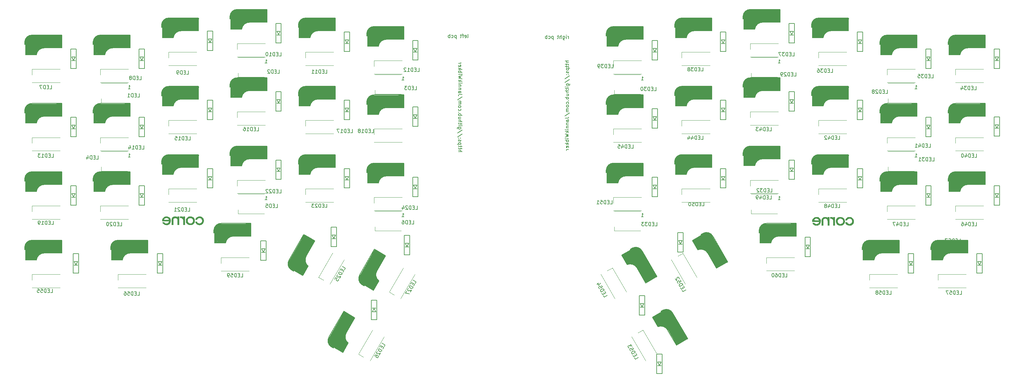
<source format=gbr>
%TF.GenerationSoftware,KiCad,Pcbnew,(5.1.6-0-10_14)*%
%TF.CreationDate,2020-09-29T12:55:32+02:00*%
%TF.ProjectId,corne-cherry,636f726e-652d-4636-9865-7272792e6b69,3.0*%
%TF.SameCoordinates,Original*%
%TF.FileFunction,Legend,Bot*%
%TF.FilePolarity,Positive*%
%FSLAX46Y46*%
G04 Gerber Fmt 4.6, Leading zero omitted, Abs format (unit mm)*
G04 Created by KiCad (PCBNEW (5.1.6-0-10_14)) date 2020-09-29 12:55:32*
%MOMM*%
%LPD*%
G01*
G04 APERTURE LIST*
%ADD10C,0.150000*%
%ADD11C,0.300000*%
%ADD12C,0.800000*%
%ADD13C,3.000000*%
%ADD14C,0.500000*%
%ADD15C,1.000000*%
%ADD16C,3.500000*%
%ADD17C,0.400000*%
%ADD18C,0.120000*%
%ADD19C,0.010000*%
G04 APERTURE END LIST*
D10*
X137215238Y-29916380D02*
X137310476Y-29868761D01*
X137358095Y-29773523D01*
X137358095Y-28916380D01*
X136453333Y-29868761D02*
X136548571Y-29916380D01*
X136739047Y-29916380D01*
X136834285Y-29868761D01*
X136881904Y-29773523D01*
X136881904Y-29392571D01*
X136834285Y-29297333D01*
X136739047Y-29249714D01*
X136548571Y-29249714D01*
X136453333Y-29297333D01*
X136405714Y-29392571D01*
X136405714Y-29487809D01*
X136881904Y-29583047D01*
X136120000Y-29249714D02*
X135739047Y-29249714D01*
X135977142Y-29916380D02*
X135977142Y-29059238D01*
X135929523Y-28964000D01*
X135834285Y-28916380D01*
X135739047Y-28916380D01*
X135548571Y-29249714D02*
X135167619Y-29249714D01*
X135405714Y-28916380D02*
X135405714Y-29773523D01*
X135358095Y-29868761D01*
X135262857Y-29916380D01*
X135167619Y-29916380D01*
X134072380Y-29249714D02*
X134072380Y-30249714D01*
X134072380Y-29297333D02*
X133977142Y-29249714D01*
X133786666Y-29249714D01*
X133691428Y-29297333D01*
X133643809Y-29344952D01*
X133596190Y-29440190D01*
X133596190Y-29725904D01*
X133643809Y-29821142D01*
X133691428Y-29868761D01*
X133786666Y-29916380D01*
X133977142Y-29916380D01*
X134072380Y-29868761D01*
X132739047Y-29868761D02*
X132834285Y-29916380D01*
X133024761Y-29916380D01*
X133120000Y-29868761D01*
X133167619Y-29821142D01*
X133215238Y-29725904D01*
X133215238Y-29440190D01*
X133167619Y-29344952D01*
X133120000Y-29297333D01*
X133024761Y-29249714D01*
X132834285Y-29249714D01*
X132739047Y-29297333D01*
X132310476Y-29916380D02*
X132310476Y-28916380D01*
X132310476Y-29297333D02*
X132215238Y-29249714D01*
X132024761Y-29249714D01*
X131929523Y-29297333D01*
X131881904Y-29344952D01*
X131834285Y-29440190D01*
X131834285Y-29725904D01*
X131881904Y-29821142D01*
X131929523Y-29868761D01*
X132024761Y-29916380D01*
X132215238Y-29916380D01*
X132310476Y-29868761D01*
X165266285Y-30170380D02*
X165266285Y-29503714D01*
X165266285Y-29694190D02*
X165218666Y-29598952D01*
X165171047Y-29551333D01*
X165075809Y-29503714D01*
X164980571Y-29503714D01*
X164647238Y-30170380D02*
X164647238Y-29503714D01*
X164647238Y-29170380D02*
X164694857Y-29218000D01*
X164647238Y-29265619D01*
X164599619Y-29218000D01*
X164647238Y-29170380D01*
X164647238Y-29265619D01*
X163742476Y-29503714D02*
X163742476Y-30313238D01*
X163790095Y-30408476D01*
X163837714Y-30456095D01*
X163932952Y-30503714D01*
X164075809Y-30503714D01*
X164171047Y-30456095D01*
X163742476Y-30122761D02*
X163837714Y-30170380D01*
X164028190Y-30170380D01*
X164123428Y-30122761D01*
X164171047Y-30075142D01*
X164218666Y-29979904D01*
X164218666Y-29694190D01*
X164171047Y-29598952D01*
X164123428Y-29551333D01*
X164028190Y-29503714D01*
X163837714Y-29503714D01*
X163742476Y-29551333D01*
X163266285Y-30170380D02*
X163266285Y-29170380D01*
X162837714Y-30170380D02*
X162837714Y-29646571D01*
X162885333Y-29551333D01*
X162980571Y-29503714D01*
X163123428Y-29503714D01*
X163218666Y-29551333D01*
X163266285Y-29598952D01*
X162504380Y-29503714D02*
X162123428Y-29503714D01*
X162361523Y-29170380D02*
X162361523Y-30027523D01*
X162313904Y-30122761D01*
X162218666Y-30170380D01*
X162123428Y-30170380D01*
X161028190Y-29503714D02*
X161028190Y-30503714D01*
X161028190Y-29551333D02*
X160932952Y-29503714D01*
X160742476Y-29503714D01*
X160647238Y-29551333D01*
X160599619Y-29598952D01*
X160552000Y-29694190D01*
X160552000Y-29979904D01*
X160599619Y-30075142D01*
X160647238Y-30122761D01*
X160742476Y-30170380D01*
X160932952Y-30170380D01*
X161028190Y-30122761D01*
X159694857Y-30122761D02*
X159790095Y-30170380D01*
X159980571Y-30170380D01*
X160075809Y-30122761D01*
X160123428Y-30075142D01*
X160171047Y-29979904D01*
X160171047Y-29694190D01*
X160123428Y-29598952D01*
X160075809Y-29551333D01*
X159980571Y-29503714D01*
X159790095Y-29503714D01*
X159694857Y-29551333D01*
X159266285Y-30170380D02*
X159266285Y-29170380D01*
X159266285Y-29551333D02*
X159171047Y-29503714D01*
X158980571Y-29503714D01*
X158885333Y-29551333D01*
X158837714Y-29598952D01*
X158790095Y-29694190D01*
X158790095Y-29979904D01*
X158837714Y-30075142D01*
X158885333Y-30122761D01*
X158980571Y-30170380D01*
X159171047Y-30170380D01*
X159266285Y-30122761D01*
X273883238Y-101290380D02*
X274359428Y-101290380D01*
X274359428Y-100290380D01*
X273549904Y-100766571D02*
X273216571Y-100766571D01*
X273073714Y-101290380D02*
X273549904Y-101290380D01*
X273549904Y-100290380D01*
X273073714Y-100290380D01*
X272645142Y-101290380D02*
X272645142Y-100290380D01*
X272407047Y-100290380D01*
X272264190Y-100338000D01*
X272168952Y-100433238D01*
X272121333Y-100528476D01*
X272073714Y-100718952D01*
X272073714Y-100861809D01*
X272121333Y-101052285D01*
X272168952Y-101147523D01*
X272264190Y-101242761D01*
X272407047Y-101290380D01*
X272645142Y-101290380D01*
X271168952Y-100290380D02*
X271645142Y-100290380D01*
X271692761Y-100766571D01*
X271645142Y-100718952D01*
X271549904Y-100671333D01*
X271311809Y-100671333D01*
X271216571Y-100718952D01*
X271168952Y-100766571D01*
X271121333Y-100861809D01*
X271121333Y-101099904D01*
X271168952Y-101195142D01*
X271216571Y-101242761D01*
X271311809Y-101290380D01*
X271549904Y-101290380D01*
X271645142Y-101242761D01*
X271692761Y-101195142D01*
X270788000Y-100290380D02*
X270121333Y-100290380D01*
X270549904Y-101290380D01*
X134675619Y-61633142D02*
X135675619Y-61633142D01*
X134675619Y-61204571D02*
X135199428Y-61204571D01*
X135294666Y-61252190D01*
X135342285Y-61347428D01*
X135342285Y-61490285D01*
X135294666Y-61585523D01*
X135247047Y-61633142D01*
X135342285Y-60871238D02*
X135342285Y-60490285D01*
X135675619Y-60728380D02*
X134818476Y-60728380D01*
X134723238Y-60680761D01*
X134675619Y-60585523D01*
X134675619Y-60490285D01*
X135342285Y-60299809D02*
X135342285Y-59918857D01*
X135675619Y-60156952D02*
X134818476Y-60156952D01*
X134723238Y-60109333D01*
X134675619Y-60014095D01*
X134675619Y-59918857D01*
X135342285Y-59585523D02*
X134342285Y-59585523D01*
X135294666Y-59585523D02*
X135342285Y-59490285D01*
X135342285Y-59299809D01*
X135294666Y-59204571D01*
X135247047Y-59156952D01*
X135151809Y-59109333D01*
X134866095Y-59109333D01*
X134770857Y-59156952D01*
X134723238Y-59204571D01*
X134675619Y-59299809D01*
X134675619Y-59490285D01*
X134723238Y-59585523D01*
X134723238Y-58728380D02*
X134675619Y-58633142D01*
X134675619Y-58442666D01*
X134723238Y-58347428D01*
X134818476Y-58299809D01*
X134866095Y-58299809D01*
X134961333Y-58347428D01*
X135008952Y-58442666D01*
X135008952Y-58585523D01*
X135056571Y-58680761D01*
X135151809Y-58728380D01*
X135199428Y-58728380D01*
X135294666Y-58680761D01*
X135342285Y-58585523D01*
X135342285Y-58442666D01*
X135294666Y-58347428D01*
X134770857Y-57871238D02*
X134723238Y-57823619D01*
X134675619Y-57871238D01*
X134723238Y-57918857D01*
X134770857Y-57871238D01*
X134675619Y-57871238D01*
X135294666Y-57871238D02*
X135247047Y-57823619D01*
X135199428Y-57871238D01*
X135247047Y-57918857D01*
X135294666Y-57871238D01*
X135199428Y-57871238D01*
X135723238Y-56680761D02*
X134437523Y-57537904D01*
X135723238Y-55633142D02*
X134437523Y-56490285D01*
X135342285Y-54871238D02*
X134532761Y-54871238D01*
X134437523Y-54918857D01*
X134389904Y-54966476D01*
X134342285Y-55061714D01*
X134342285Y-55204571D01*
X134389904Y-55299809D01*
X134723238Y-54871238D02*
X134675619Y-54966476D01*
X134675619Y-55156952D01*
X134723238Y-55252190D01*
X134770857Y-55299809D01*
X134866095Y-55347428D01*
X135151809Y-55347428D01*
X135247047Y-55299809D01*
X135294666Y-55252190D01*
X135342285Y-55156952D01*
X135342285Y-54966476D01*
X135294666Y-54871238D01*
X134675619Y-54395047D02*
X135342285Y-54395047D01*
X135675619Y-54395047D02*
X135628000Y-54442666D01*
X135580380Y-54395047D01*
X135628000Y-54347428D01*
X135675619Y-54395047D01*
X135580380Y-54395047D01*
X135342285Y-54061714D02*
X135342285Y-53680761D01*
X135675619Y-53918857D02*
X134818476Y-53918857D01*
X134723238Y-53871238D01*
X134675619Y-53776000D01*
X134675619Y-53680761D01*
X134675619Y-53347428D02*
X135675619Y-53347428D01*
X134675619Y-52918857D02*
X135199428Y-52918857D01*
X135294666Y-52966476D01*
X135342285Y-53061714D01*
X135342285Y-53204571D01*
X135294666Y-53299809D01*
X135247047Y-53347428D01*
X135342285Y-52014095D02*
X134675619Y-52014095D01*
X135342285Y-52442666D02*
X134818476Y-52442666D01*
X134723238Y-52395047D01*
X134675619Y-52299809D01*
X134675619Y-52156952D01*
X134723238Y-52061714D01*
X134770857Y-52014095D01*
X134675619Y-51537904D02*
X135675619Y-51537904D01*
X135294666Y-51537904D02*
X135342285Y-51442666D01*
X135342285Y-51252190D01*
X135294666Y-51156952D01*
X135247047Y-51109333D01*
X135151809Y-51061714D01*
X134866095Y-51061714D01*
X134770857Y-51109333D01*
X134723238Y-51156952D01*
X134675619Y-51252190D01*
X134675619Y-51442666D01*
X134723238Y-51537904D01*
X134770857Y-50633142D02*
X134723238Y-50585523D01*
X134675619Y-50633142D01*
X134723238Y-50680761D01*
X134770857Y-50633142D01*
X134675619Y-50633142D01*
X134723238Y-49728380D02*
X134675619Y-49823619D01*
X134675619Y-50014095D01*
X134723238Y-50109333D01*
X134770857Y-50156952D01*
X134866095Y-50204571D01*
X135151809Y-50204571D01*
X135247047Y-50156952D01*
X135294666Y-50109333D01*
X135342285Y-50014095D01*
X135342285Y-49823619D01*
X135294666Y-49728380D01*
X134675619Y-49156952D02*
X134723238Y-49252190D01*
X134770857Y-49299809D01*
X134866095Y-49347428D01*
X135151809Y-49347428D01*
X135247047Y-49299809D01*
X135294666Y-49252190D01*
X135342285Y-49156952D01*
X135342285Y-49014095D01*
X135294666Y-48918857D01*
X135247047Y-48871238D01*
X135151809Y-48823619D01*
X134866095Y-48823619D01*
X134770857Y-48871238D01*
X134723238Y-48918857D01*
X134675619Y-49014095D01*
X134675619Y-49156952D01*
X134675619Y-48395047D02*
X135342285Y-48395047D01*
X135247047Y-48395047D02*
X135294666Y-48347428D01*
X135342285Y-48252190D01*
X135342285Y-48109333D01*
X135294666Y-48014095D01*
X135199428Y-47966476D01*
X134675619Y-47966476D01*
X135199428Y-47966476D02*
X135294666Y-47918857D01*
X135342285Y-47823619D01*
X135342285Y-47680761D01*
X135294666Y-47585523D01*
X135199428Y-47537904D01*
X134675619Y-47537904D01*
X135723238Y-46347428D02*
X134437523Y-47204571D01*
X135675619Y-45728380D02*
X134961333Y-45728380D01*
X134818476Y-45776000D01*
X134723238Y-45871238D01*
X134675619Y-46014095D01*
X134675619Y-46109333D01*
X134675619Y-44823619D02*
X135199428Y-44823619D01*
X135294666Y-44871238D01*
X135342285Y-44966476D01*
X135342285Y-45156952D01*
X135294666Y-45252190D01*
X134723238Y-44823619D02*
X134675619Y-44918857D01*
X134675619Y-45156952D01*
X134723238Y-45252190D01*
X134818476Y-45299809D01*
X134913714Y-45299809D01*
X135008952Y-45252190D01*
X135056571Y-45156952D01*
X135056571Y-44918857D01*
X135104190Y-44823619D01*
X135342285Y-44347428D02*
X134675619Y-44347428D01*
X135247047Y-44347428D02*
X135294666Y-44299809D01*
X135342285Y-44204571D01*
X135342285Y-44061714D01*
X135294666Y-43966476D01*
X135199428Y-43918857D01*
X134675619Y-43918857D01*
X135342285Y-43442666D02*
X134675619Y-43442666D01*
X135247047Y-43442666D02*
X135294666Y-43395047D01*
X135342285Y-43299809D01*
X135342285Y-43156952D01*
X135294666Y-43061714D01*
X135199428Y-43014095D01*
X134675619Y-43014095D01*
X134675619Y-42537904D02*
X135342285Y-42537904D01*
X135675619Y-42537904D02*
X135628000Y-42585523D01*
X135580380Y-42537904D01*
X135628000Y-42490285D01*
X135675619Y-42537904D01*
X135580380Y-42537904D01*
X134675619Y-42061714D02*
X135675619Y-42061714D01*
X135056571Y-41966476D02*
X134675619Y-41680761D01*
X135342285Y-41680761D02*
X134961333Y-42061714D01*
X135675619Y-41347428D02*
X134675619Y-41109333D01*
X135389904Y-40918857D01*
X134675619Y-40728380D01*
X135675619Y-40490285D01*
X134675619Y-40109333D02*
X135342285Y-40109333D01*
X135675619Y-40109333D02*
X135628000Y-40156952D01*
X135580380Y-40109333D01*
X135628000Y-40061714D01*
X135675619Y-40109333D01*
X135580380Y-40109333D01*
X134675619Y-39633142D02*
X135675619Y-39633142D01*
X135294666Y-39633142D02*
X135342285Y-39537904D01*
X135342285Y-39347428D01*
X135294666Y-39252190D01*
X135247047Y-39204571D01*
X135151809Y-39156952D01*
X134866095Y-39156952D01*
X134770857Y-39204571D01*
X134723238Y-39252190D01*
X134675619Y-39347428D01*
X134675619Y-39537904D01*
X134723238Y-39633142D01*
X134675619Y-38728380D02*
X135675619Y-38728380D01*
X135056571Y-38633142D02*
X134675619Y-38347428D01*
X135342285Y-38347428D02*
X134961333Y-38728380D01*
X134723238Y-37537904D02*
X134675619Y-37633142D01*
X134675619Y-37823619D01*
X134723238Y-37918857D01*
X134818476Y-37966476D01*
X135199428Y-37966476D01*
X135294666Y-37918857D01*
X135342285Y-37823619D01*
X135342285Y-37633142D01*
X135294666Y-37537904D01*
X135199428Y-37490285D01*
X135104190Y-37490285D01*
X135008952Y-37966476D01*
X134675619Y-37061714D02*
X135342285Y-37061714D01*
X135151809Y-37061714D02*
X135247047Y-37014095D01*
X135294666Y-36966476D01*
X135342285Y-36871238D01*
X135342285Y-36776000D01*
X165298380Y-36410857D02*
X164298380Y-36410857D01*
X165298380Y-36839428D02*
X164774571Y-36839428D01*
X164679333Y-36791809D01*
X164631714Y-36696571D01*
X164631714Y-36553714D01*
X164679333Y-36458476D01*
X164726952Y-36410857D01*
X164631714Y-37172761D02*
X164631714Y-37553714D01*
X164298380Y-37315619D02*
X165155523Y-37315619D01*
X165250761Y-37363238D01*
X165298380Y-37458476D01*
X165298380Y-37553714D01*
X164631714Y-37744190D02*
X164631714Y-38125142D01*
X164298380Y-37887047D02*
X165155523Y-37887047D01*
X165250761Y-37934666D01*
X165298380Y-38029904D01*
X165298380Y-38125142D01*
X164631714Y-38458476D02*
X165631714Y-38458476D01*
X164679333Y-38458476D02*
X164631714Y-38553714D01*
X164631714Y-38744190D01*
X164679333Y-38839428D01*
X164726952Y-38887047D01*
X164822190Y-38934666D01*
X165107904Y-38934666D01*
X165203142Y-38887047D01*
X165250761Y-38839428D01*
X165298380Y-38744190D01*
X165298380Y-38553714D01*
X165250761Y-38458476D01*
X165250761Y-39315619D02*
X165298380Y-39410857D01*
X165298380Y-39601333D01*
X165250761Y-39696571D01*
X165155523Y-39744190D01*
X165107904Y-39744190D01*
X165012666Y-39696571D01*
X164965047Y-39601333D01*
X164965047Y-39458476D01*
X164917428Y-39363238D01*
X164822190Y-39315619D01*
X164774571Y-39315619D01*
X164679333Y-39363238D01*
X164631714Y-39458476D01*
X164631714Y-39601333D01*
X164679333Y-39696571D01*
X165203142Y-40172761D02*
X165250761Y-40220380D01*
X165298380Y-40172761D01*
X165250761Y-40125142D01*
X165203142Y-40172761D01*
X165298380Y-40172761D01*
X164679333Y-40172761D02*
X164726952Y-40220380D01*
X164774571Y-40172761D01*
X164726952Y-40125142D01*
X164679333Y-40172761D01*
X164774571Y-40172761D01*
X164250761Y-41363238D02*
X165536476Y-40506095D01*
X164250761Y-42410857D02*
X165536476Y-41553714D01*
X164631714Y-43172761D02*
X165441238Y-43172761D01*
X165536476Y-43125142D01*
X165584095Y-43077523D01*
X165631714Y-42982285D01*
X165631714Y-42839428D01*
X165584095Y-42744190D01*
X165250761Y-43172761D02*
X165298380Y-43077523D01*
X165298380Y-42887047D01*
X165250761Y-42791809D01*
X165203142Y-42744190D01*
X165107904Y-42696571D01*
X164822190Y-42696571D01*
X164726952Y-42744190D01*
X164679333Y-42791809D01*
X164631714Y-42887047D01*
X164631714Y-43077523D01*
X164679333Y-43172761D01*
X165298380Y-43648952D02*
X164631714Y-43648952D01*
X164298380Y-43648952D02*
X164346000Y-43601333D01*
X164393619Y-43648952D01*
X164346000Y-43696571D01*
X164298380Y-43648952D01*
X164393619Y-43648952D01*
X164631714Y-43982285D02*
X164631714Y-44363238D01*
X164298380Y-44125142D02*
X165155523Y-44125142D01*
X165250761Y-44172761D01*
X165298380Y-44268000D01*
X165298380Y-44363238D01*
X165298380Y-44696571D02*
X164298380Y-44696571D01*
X165298380Y-45125142D02*
X164774571Y-45125142D01*
X164679333Y-45077523D01*
X164631714Y-44982285D01*
X164631714Y-44839428D01*
X164679333Y-44744190D01*
X164726952Y-44696571D01*
X164631714Y-46029904D02*
X165298380Y-46029904D01*
X164631714Y-45601333D02*
X165155523Y-45601333D01*
X165250761Y-45648952D01*
X165298380Y-45744190D01*
X165298380Y-45887047D01*
X165250761Y-45982285D01*
X165203142Y-46029904D01*
X165298380Y-46506095D02*
X164298380Y-46506095D01*
X164679333Y-46506095D02*
X164631714Y-46601333D01*
X164631714Y-46791809D01*
X164679333Y-46887047D01*
X164726952Y-46934666D01*
X164822190Y-46982285D01*
X165107904Y-46982285D01*
X165203142Y-46934666D01*
X165250761Y-46887047D01*
X165298380Y-46791809D01*
X165298380Y-46601333D01*
X165250761Y-46506095D01*
X165203142Y-47410857D02*
X165250761Y-47458476D01*
X165298380Y-47410857D01*
X165250761Y-47363238D01*
X165203142Y-47410857D01*
X165298380Y-47410857D01*
X165250761Y-48315619D02*
X165298380Y-48220380D01*
X165298380Y-48029904D01*
X165250761Y-47934666D01*
X165203142Y-47887047D01*
X165107904Y-47839428D01*
X164822190Y-47839428D01*
X164726952Y-47887047D01*
X164679333Y-47934666D01*
X164631714Y-48029904D01*
X164631714Y-48220380D01*
X164679333Y-48315619D01*
X165298380Y-48887047D02*
X165250761Y-48791809D01*
X165203142Y-48744190D01*
X165107904Y-48696571D01*
X164822190Y-48696571D01*
X164726952Y-48744190D01*
X164679333Y-48791809D01*
X164631714Y-48887047D01*
X164631714Y-49029904D01*
X164679333Y-49125142D01*
X164726952Y-49172761D01*
X164822190Y-49220380D01*
X165107904Y-49220380D01*
X165203142Y-49172761D01*
X165250761Y-49125142D01*
X165298380Y-49029904D01*
X165298380Y-48887047D01*
X165298380Y-49648952D02*
X164631714Y-49648952D01*
X164726952Y-49648952D02*
X164679333Y-49696571D01*
X164631714Y-49791809D01*
X164631714Y-49934666D01*
X164679333Y-50029904D01*
X164774571Y-50077523D01*
X165298380Y-50077523D01*
X164774571Y-50077523D02*
X164679333Y-50125142D01*
X164631714Y-50220380D01*
X164631714Y-50363238D01*
X164679333Y-50458476D01*
X164774571Y-50506095D01*
X165298380Y-50506095D01*
X164250761Y-51696571D02*
X165536476Y-50839428D01*
X164298380Y-52315619D02*
X165012666Y-52315619D01*
X165155523Y-52268000D01*
X165250761Y-52172761D01*
X165298380Y-52029904D01*
X165298380Y-51934666D01*
X165298380Y-53220380D02*
X164774571Y-53220380D01*
X164679333Y-53172761D01*
X164631714Y-53077523D01*
X164631714Y-52887047D01*
X164679333Y-52791809D01*
X165250761Y-53220380D02*
X165298380Y-53125142D01*
X165298380Y-52887047D01*
X165250761Y-52791809D01*
X165155523Y-52744190D01*
X165060285Y-52744190D01*
X164965047Y-52791809D01*
X164917428Y-52887047D01*
X164917428Y-53125142D01*
X164869809Y-53220380D01*
X164631714Y-53696571D02*
X165298380Y-53696571D01*
X164726952Y-53696571D02*
X164679333Y-53744190D01*
X164631714Y-53839428D01*
X164631714Y-53982285D01*
X164679333Y-54077523D01*
X164774571Y-54125142D01*
X165298380Y-54125142D01*
X164631714Y-54601333D02*
X165298380Y-54601333D01*
X164726952Y-54601333D02*
X164679333Y-54648952D01*
X164631714Y-54744190D01*
X164631714Y-54887047D01*
X164679333Y-54982285D01*
X164774571Y-55029904D01*
X165298380Y-55029904D01*
X165298380Y-55506095D02*
X164631714Y-55506095D01*
X164298380Y-55506095D02*
X164346000Y-55458476D01*
X164393619Y-55506095D01*
X164346000Y-55553714D01*
X164298380Y-55506095D01*
X164393619Y-55506095D01*
X165298380Y-55982285D02*
X164298380Y-55982285D01*
X164917428Y-56077523D02*
X165298380Y-56363238D01*
X164631714Y-56363238D02*
X165012666Y-55982285D01*
X164298380Y-56696571D02*
X165298380Y-56934666D01*
X164584095Y-57125142D01*
X165298380Y-57315619D01*
X164298380Y-57553714D01*
X165298380Y-57934666D02*
X164631714Y-57934666D01*
X164298380Y-57934666D02*
X164346000Y-57887047D01*
X164393619Y-57934666D01*
X164346000Y-57982285D01*
X164298380Y-57934666D01*
X164393619Y-57934666D01*
X165298380Y-58410857D02*
X164298380Y-58410857D01*
X164679333Y-58410857D02*
X164631714Y-58506095D01*
X164631714Y-58696571D01*
X164679333Y-58791809D01*
X164726952Y-58839428D01*
X164822190Y-58887047D01*
X165107904Y-58887047D01*
X165203142Y-58839428D01*
X165250761Y-58791809D01*
X165298380Y-58696571D01*
X165298380Y-58506095D01*
X165250761Y-58410857D01*
X165298380Y-59315619D02*
X164298380Y-59315619D01*
X164917428Y-59410857D02*
X165298380Y-59696571D01*
X164631714Y-59696571D02*
X165012666Y-59315619D01*
X165250761Y-60506095D02*
X165298380Y-60410857D01*
X165298380Y-60220380D01*
X165250761Y-60125142D01*
X165155523Y-60077523D01*
X164774571Y-60077523D01*
X164679333Y-60125142D01*
X164631714Y-60220380D01*
X164631714Y-60410857D01*
X164679333Y-60506095D01*
X164774571Y-60553714D01*
X164869809Y-60553714D01*
X164965047Y-60077523D01*
X165298380Y-60982285D02*
X164631714Y-60982285D01*
X164822190Y-60982285D02*
X164726952Y-61029904D01*
X164679333Y-61077523D01*
X164631714Y-61172761D01*
X164631714Y-61268000D01*
D11*
%TO.C,SW44*%
X38183500Y-88780000D02*
X38183500Y-88130000D01*
D12*
X38683500Y-91230000D02*
X38683500Y-89430001D01*
D13*
X39813500Y-87730000D02*
X39813500Y-89970000D01*
D14*
X48183500Y-89580000D02*
X46883500Y-89530000D01*
D15*
X47883500Y-86830000D02*
X47883500Y-89330000D01*
D16*
X46583500Y-88030000D02*
X39883500Y-88030000D01*
D10*
X48383500Y-89830000D02*
X48383500Y-86230000D01*
X48363500Y-88830000D02*
X48363500Y-86580000D01*
X38083500Y-88880000D02*
X38283500Y-88880000D01*
X38333500Y-87280000D02*
X38333500Y-91730000D01*
X38083500Y-88130000D02*
X38083500Y-88880000D01*
X38333500Y-91730000D02*
X41363500Y-91730000D01*
X43583500Y-89830000D02*
X48383500Y-89830000D01*
X48383500Y-86230000D02*
X40183499Y-86230000D01*
D14*
X38533500Y-91530000D02*
X40983500Y-91530000D01*
D17*
X48233500Y-86430000D02*
X46983500Y-86430000D01*
D15*
X40967182Y-91308529D02*
G75*
G02*
X43183500Y-89430000I2151318J-291471D01*
G01*
D10*
X38083500Y-88130001D02*
G75*
G02*
X40183499Y-86230000I2000000J-99999D01*
G01*
X41367182Y-91708529D02*
G75*
G02*
X43583500Y-89830000I2151318J-291471D01*
G01*
D11*
%TO.C,SW21*%
X108475097Y-98851978D02*
X107912181Y-98526978D01*
D12*
X110846859Y-99643966D02*
X109288014Y-98743966D01*
D13*
X108380770Y-96915357D02*
X110320667Y-98035357D01*
D14*
X114167917Y-90591724D02*
X113474616Y-91692557D01*
D15*
X111636348Y-89476532D02*
X113801411Y-90726532D01*
D16*
X112025578Y-91202365D02*
X108675578Y-97004735D01*
D10*
X114484424Y-90543519D02*
X111366732Y-88743519D01*
X113608398Y-90060840D02*
X111659841Y-88935840D01*
X108511700Y-98988581D02*
X108611700Y-98815376D01*
X107251059Y-97972075D02*
X111104872Y-100197075D01*
X107862181Y-98613581D02*
X108511700Y-98988581D01*
X111104872Y-100197075D02*
X112619872Y-97573018D01*
X112084424Y-94700441D02*
X114484424Y-90543519D01*
X111366732Y-88743519D02*
X107266732Y-95844928D01*
D14*
X111031667Y-99923869D02*
X112256667Y-97802107D01*
D17*
X111464937Y-88973423D02*
X110839937Y-90055955D01*
D15*
X112056709Y-97705503D02*
G75*
G02*
X111538014Y-94846851I1328080J1717360D01*
G01*
D10*
X107862181Y-98613581D02*
G75*
G02*
X107266732Y-95844928I1086602J1682051D01*
G01*
X112603119Y-97559093D02*
G75*
G02*
X112084424Y-94700441I1328080J1717360D01*
G01*
D11*
%TO.C,SW8*%
X33307500Y-50730000D02*
X33307500Y-50080000D01*
D12*
X33807500Y-53180000D02*
X33807500Y-51380001D01*
D13*
X34937500Y-49680000D02*
X34937500Y-51920000D01*
D14*
X43307500Y-51530000D02*
X42007500Y-51480000D01*
D15*
X43007500Y-48780000D02*
X43007500Y-51280000D01*
D16*
X41707500Y-49980000D02*
X35007500Y-49980000D01*
D10*
X43507500Y-51780000D02*
X43507500Y-48180000D01*
X43487500Y-50780000D02*
X43487500Y-48530000D01*
X33207500Y-50830000D02*
X33407500Y-50830000D01*
X33457500Y-49230000D02*
X33457500Y-53680000D01*
X33207500Y-50080000D02*
X33207500Y-50830000D01*
X33457500Y-53680000D02*
X36487500Y-53680000D01*
X38707500Y-51780000D02*
X43507500Y-51780000D01*
X43507500Y-48180000D02*
X35307499Y-48180000D01*
D14*
X33657500Y-53480000D02*
X36107500Y-53480000D01*
D17*
X43357500Y-48380000D02*
X42107500Y-48380000D01*
D15*
X36091182Y-53258529D02*
G75*
G02*
X38307500Y-51380000I2151318J-291471D01*
G01*
D10*
X33207500Y-50080001D02*
G75*
G02*
X35307499Y-48180000I2000000J-99999D01*
G01*
X36491182Y-53658529D02*
G75*
G02*
X38707500Y-51780000I2151318J-291471D01*
G01*
%TO.C,D41*%
X191000000Y-121150000D02*
X190000000Y-121150000D01*
X190500000Y-121050000D02*
X191000000Y-120150000D01*
X190000000Y-120150000D02*
X190500000Y-121050000D01*
X191000000Y-120150000D02*
X190000000Y-120150000D01*
X191250000Y-117950000D02*
X189750000Y-117950000D01*
X191250000Y-123350000D02*
X189750000Y-123350000D01*
X191250000Y-117950000D02*
X191250000Y-123350000D01*
X189750000Y-123350000D02*
X189750000Y-117950000D01*
%TO.C,D47*%
X259600000Y-95410000D02*
X259600000Y-90010000D01*
X261100000Y-90010000D02*
X261100000Y-95410000D01*
X261100000Y-95410000D02*
X259600000Y-95410000D01*
X261100000Y-90010000D02*
X259600000Y-90010000D01*
X260850000Y-92210000D02*
X259850000Y-92210000D01*
X259850000Y-92210000D02*
X260350000Y-93110000D01*
X260350000Y-93110000D02*
X260850000Y-92210000D01*
X260850000Y-93210000D02*
X259850000Y-93210000D01*
%TO.C,D46*%
X279900000Y-93213000D02*
X278900000Y-93213000D01*
X279400000Y-93113000D02*
X279900000Y-92213000D01*
X278900000Y-92213000D02*
X279400000Y-93113000D01*
X279900000Y-92213000D02*
X278900000Y-92213000D01*
X280150000Y-90013000D02*
X278650000Y-90013000D01*
X280150000Y-95413000D02*
X278650000Y-95413000D01*
X280150000Y-90013000D02*
X280150000Y-95413000D01*
X278650000Y-95413000D02*
X278650000Y-90013000D01*
%TO.C,D45*%
X79768000Y-91851000D02*
X79768000Y-86451000D01*
X81268000Y-86451000D02*
X81268000Y-91851000D01*
X81268000Y-91851000D02*
X79768000Y-91851000D01*
X81268000Y-86451000D02*
X79768000Y-86451000D01*
X81018000Y-88651000D02*
X80018000Y-88651000D01*
X80018000Y-88651000D02*
X80518000Y-89551000D01*
X80518000Y-89551000D02*
X81018000Y-88651000D01*
X81018000Y-89651000D02*
X80018000Y-89651000D01*
%TO.C,D44*%
X51066000Y-95407000D02*
X51066000Y-90007000D01*
X52566000Y-90007000D02*
X52566000Y-95407000D01*
X52566000Y-95407000D02*
X51066000Y-95407000D01*
X52566000Y-90007000D02*
X51066000Y-90007000D01*
X52316000Y-92207000D02*
X51316000Y-92207000D01*
X51316000Y-92207000D02*
X51816000Y-93107000D01*
X51816000Y-93107000D02*
X52316000Y-92207000D01*
X52316000Y-93207000D02*
X51316000Y-93207000D01*
%TO.C,D43*%
X27698000Y-95407000D02*
X27698000Y-90007000D01*
X29198000Y-90007000D02*
X29198000Y-95407000D01*
X29198000Y-95407000D02*
X27698000Y-95407000D01*
X29198000Y-90007000D02*
X27698000Y-90007000D01*
X28948000Y-92207000D02*
X27948000Y-92207000D01*
X27948000Y-92207000D02*
X28448000Y-93107000D01*
X28448000Y-93107000D02*
X28948000Y-92207000D01*
X28948000Y-93207000D02*
X27948000Y-93207000D01*
D11*
%TO.C,SW42*%
X182511723Y-88806084D02*
X183074639Y-88481084D01*
D12*
X180639961Y-90464096D02*
X182198806Y-89564097D01*
D13*
X184236050Y-89692705D02*
X182296153Y-90812705D01*
D14*
X186818903Y-97866338D02*
X186212204Y-96715505D01*
D15*
X189050472Y-96231530D02*
X186885409Y-97481530D01*
D16*
X187361242Y-95705697D02*
X184011242Y-89903327D01*
D10*
X186702396Y-98164543D02*
X189820088Y-96364543D01*
X187558422Y-97647222D02*
X189506979Y-96522222D01*
X182375120Y-88769481D02*
X182475120Y-88942686D01*
X183885761Y-88185987D02*
X180031948Y-90410987D01*
X183024639Y-88394481D02*
X182375120Y-88769481D01*
X180031948Y-90410987D02*
X181546948Y-93035044D01*
X184302396Y-94007621D02*
X186702396Y-98164543D01*
X189820088Y-96364543D02*
X185720087Y-89263134D01*
D14*
X180305153Y-90484193D02*
X181530153Y-92605955D01*
D17*
X189571883Y-96334639D02*
X188946883Y-95252107D01*
D15*
X181713793Y-92481088D02*
G75*
G02*
X184448806Y-93461211I823238J-2008831D01*
G01*
D10*
X183024639Y-88394482D02*
G75*
G02*
X185720087Y-89263134I913398J-1782050D01*
G01*
X181567383Y-93027498D02*
G75*
G02*
X184302396Y-94007621I823238J-2008831D01*
G01*
D11*
%TO.C,SW48*%
X218284500Y-84092000D02*
X218284500Y-83442000D01*
D12*
X218784500Y-86542000D02*
X218784500Y-84742001D01*
D13*
X219914500Y-83042000D02*
X219914500Y-85282000D01*
D14*
X228284500Y-84892000D02*
X226984500Y-84842000D01*
D15*
X227984500Y-82142000D02*
X227984500Y-84642000D01*
D16*
X226684500Y-83342000D02*
X219984500Y-83342000D01*
D10*
X228484500Y-85142000D02*
X228484500Y-81542000D01*
X228464500Y-84142000D02*
X228464500Y-81892000D01*
X218184500Y-84192000D02*
X218384500Y-84192000D01*
X218434500Y-82592000D02*
X218434500Y-87042000D01*
X218184500Y-83442000D02*
X218184500Y-84192000D01*
X218434500Y-87042000D02*
X221464500Y-87042000D01*
X223684500Y-85142000D02*
X228484500Y-85142000D01*
X228484500Y-81542000D02*
X220284499Y-81542000D01*
D14*
X218634500Y-86842000D02*
X221084500Y-86842000D01*
D17*
X228334500Y-81742000D02*
X227084500Y-81742000D01*
D15*
X221068182Y-86620529D02*
G75*
G02*
X223284500Y-84742000I2151318J-291471D01*
G01*
D10*
X218184500Y-83442001D02*
G75*
G02*
X220284499Y-81542000I2000000J-99999D01*
G01*
X221468182Y-87020529D02*
G75*
G02*
X223684500Y-85142000I2151318J-291471D01*
G01*
D11*
%TO.C,SW38*%
X194814500Y-64975000D02*
X194814500Y-64325000D01*
D12*
X195314500Y-67425000D02*
X195314500Y-65625001D01*
D13*
X196444500Y-63925000D02*
X196444500Y-66165000D01*
D14*
X204814500Y-65775000D02*
X203514500Y-65725000D01*
D15*
X204514500Y-63025000D02*
X204514500Y-65525000D01*
D16*
X203214500Y-64225000D02*
X196514500Y-64225000D01*
D10*
X205014500Y-66025000D02*
X205014500Y-62425000D01*
X204994500Y-65025000D02*
X204994500Y-62775000D01*
X194714500Y-65075000D02*
X194914500Y-65075000D01*
X194964500Y-63475000D02*
X194964500Y-67925000D01*
X194714500Y-64325000D02*
X194714500Y-65075000D01*
X194964500Y-67925000D02*
X197994500Y-67925000D01*
X200214500Y-66025000D02*
X205014500Y-66025000D01*
X205014500Y-62425000D02*
X196814499Y-62425000D01*
D14*
X195164500Y-67725000D02*
X197614500Y-67725000D01*
D17*
X204864500Y-62625000D02*
X203614500Y-62625000D01*
D15*
X197598182Y-67503529D02*
G75*
G02*
X199814500Y-65625000I2151318J-291471D01*
G01*
D10*
X194714500Y-64325001D02*
G75*
G02*
X196814499Y-62425000I2000000J-99999D01*
G01*
X197998182Y-67903529D02*
G75*
G02*
X200214500Y-66025000I2151318J-291471D01*
G01*
D11*
%TO.C,SW34*%
X270814500Y-69725000D02*
X270814500Y-69075000D01*
D12*
X271314500Y-72175000D02*
X271314500Y-70375001D01*
D13*
X272444500Y-68675000D02*
X272444500Y-70915000D01*
D14*
X280814500Y-70525000D02*
X279514500Y-70475000D01*
D15*
X280514500Y-67775000D02*
X280514500Y-70275000D01*
D16*
X279214500Y-68975000D02*
X272514500Y-68975000D01*
D10*
X281014500Y-70775000D02*
X281014500Y-67175000D01*
X280994500Y-69775000D02*
X280994500Y-67525000D01*
X270714500Y-69825000D02*
X270914500Y-69825000D01*
X270964500Y-68225000D02*
X270964500Y-72675000D01*
X270714500Y-69075000D02*
X270714500Y-69825000D01*
X270964500Y-72675000D02*
X273994500Y-72675000D01*
X276214500Y-70775000D02*
X281014500Y-70775000D01*
X281014500Y-67175000D02*
X272814499Y-67175000D01*
D14*
X271164500Y-72475000D02*
X273614500Y-72475000D01*
D17*
X280864500Y-67375000D02*
X279614500Y-67375000D01*
D15*
X273598182Y-72253529D02*
G75*
G02*
X275814500Y-70375000I2151318J-291471D01*
G01*
D10*
X270714500Y-69075001D02*
G75*
G02*
X272814499Y-67175000I2000000J-99999D01*
G01*
X273998182Y-72653529D02*
G75*
G02*
X276214500Y-70775000I2151318J-291471D01*
G01*
D11*
%TO.C,SW32*%
X194814500Y-45975000D02*
X194814500Y-45325000D01*
D12*
X195314500Y-48425000D02*
X195314500Y-46625001D01*
D13*
X196444500Y-44925000D02*
X196444500Y-47165000D01*
D14*
X204814500Y-46775000D02*
X203514500Y-46725000D01*
D15*
X204514500Y-44025000D02*
X204514500Y-46525000D01*
D16*
X203214500Y-45225000D02*
X196514500Y-45225000D01*
D10*
X205014500Y-47025000D02*
X205014500Y-43425000D01*
X204994500Y-46025000D02*
X204994500Y-43775000D01*
X194714500Y-46075000D02*
X194914500Y-46075000D01*
X194964500Y-44475000D02*
X194964500Y-48925000D01*
X194714500Y-45325000D02*
X194714500Y-46075000D01*
X194964500Y-48925000D02*
X197994500Y-48925000D01*
X200214500Y-47025000D02*
X205014500Y-47025000D01*
X205014500Y-43425000D02*
X196814499Y-43425000D01*
D14*
X195164500Y-48725000D02*
X197614500Y-48725000D01*
D17*
X204864500Y-43625000D02*
X203614500Y-43625000D01*
D15*
X197598182Y-48503529D02*
G75*
G02*
X199814500Y-46625000I2151318J-291471D01*
G01*
D10*
X194714500Y-45325001D02*
G75*
G02*
X196814499Y-43425000I2000000J-99999D01*
G01*
X197998182Y-48903529D02*
G75*
G02*
X200214500Y-47025000I2151318J-291471D01*
G01*
D11*
%TO.C,SW31*%
X213814500Y-43600000D02*
X213814500Y-42950000D01*
D12*
X214314500Y-46050000D02*
X214314500Y-44250001D01*
D13*
X215444500Y-42550000D02*
X215444500Y-44790000D01*
D14*
X223814500Y-44400000D02*
X222514500Y-44350000D01*
D15*
X223514500Y-41650000D02*
X223514500Y-44150000D01*
D16*
X222214500Y-42850000D02*
X215514500Y-42850000D01*
D10*
X224014500Y-44650000D02*
X224014500Y-41050000D01*
X223994500Y-43650000D02*
X223994500Y-41400000D01*
X213714500Y-43700000D02*
X213914500Y-43700000D01*
X213964500Y-42100000D02*
X213964500Y-46550000D01*
X213714500Y-42950000D02*
X213714500Y-43700000D01*
X213964500Y-46550000D02*
X216994500Y-46550000D01*
X219214500Y-44650000D02*
X224014500Y-44650000D01*
X224014500Y-41050000D02*
X215814499Y-41050000D01*
D14*
X214164500Y-46350000D02*
X216614500Y-46350000D01*
D17*
X223864500Y-41250000D02*
X222614500Y-41250000D01*
D15*
X216598182Y-46128529D02*
G75*
G02*
X218814500Y-44250000I2151318J-291471D01*
G01*
D10*
X213714500Y-42950001D02*
G75*
G02*
X215814499Y-41050000I2000000J-99999D01*
G01*
X216998182Y-46528529D02*
G75*
G02*
X219214500Y-44650000I2151318J-291471D01*
G01*
D11*
%TO.C,SW30*%
X232814500Y-45975000D02*
X232814500Y-45325000D01*
D12*
X233314500Y-48425000D02*
X233314500Y-46625001D01*
D13*
X234444500Y-44925000D02*
X234444500Y-47165000D01*
D14*
X242814500Y-46775000D02*
X241514500Y-46725000D01*
D15*
X242514500Y-44025000D02*
X242514500Y-46525000D01*
D16*
X241214500Y-45225000D02*
X234514500Y-45225000D01*
D10*
X243014500Y-47025000D02*
X243014500Y-43425000D01*
X242994500Y-46025000D02*
X242994500Y-43775000D01*
X232714500Y-46075000D02*
X232914500Y-46075000D01*
X232964500Y-44475000D02*
X232964500Y-48925000D01*
X232714500Y-45325000D02*
X232714500Y-46075000D01*
X232964500Y-48925000D02*
X235994500Y-48925000D01*
X238214500Y-47025000D02*
X243014500Y-47025000D01*
X243014500Y-43425000D02*
X234814499Y-43425000D01*
D14*
X233164500Y-48725000D02*
X235614500Y-48725000D01*
D17*
X242864500Y-43625000D02*
X241614500Y-43625000D01*
D15*
X235598182Y-48503529D02*
G75*
G02*
X237814500Y-46625000I2151318J-291471D01*
G01*
D10*
X232714500Y-45325001D02*
G75*
G02*
X234814499Y-43425000I2000000J-99999D01*
G01*
X235998182Y-48903529D02*
G75*
G02*
X238214500Y-47025000I2151318J-291471D01*
G01*
D11*
%TO.C,SW29*%
X251814500Y-50725000D02*
X251814500Y-50075000D01*
D12*
X252314500Y-53175000D02*
X252314500Y-51375001D01*
D13*
X253444500Y-49675000D02*
X253444500Y-51915000D01*
D14*
X261814500Y-51525000D02*
X260514500Y-51475000D01*
D15*
X261514500Y-48775000D02*
X261514500Y-51275000D01*
D16*
X260214500Y-49975000D02*
X253514500Y-49975000D01*
D10*
X262014500Y-51775000D02*
X262014500Y-48175000D01*
X261994500Y-50775000D02*
X261994500Y-48525000D01*
X251714500Y-50825000D02*
X251914500Y-50825000D01*
X251964500Y-49225000D02*
X251964500Y-53675000D01*
X251714500Y-50075000D02*
X251714500Y-50825000D01*
X251964500Y-53675000D02*
X254994500Y-53675000D01*
X257214500Y-51775000D02*
X262014500Y-51775000D01*
X262014500Y-48175000D02*
X253814499Y-48175000D01*
D14*
X252164500Y-53475000D02*
X254614500Y-53475000D01*
D17*
X261864500Y-48375000D02*
X260614500Y-48375000D01*
D15*
X254598182Y-53253529D02*
G75*
G02*
X256814500Y-51375000I2151318J-291471D01*
G01*
D10*
X251714500Y-50075001D02*
G75*
G02*
X253814499Y-48175000I2000000J-99999D01*
G01*
X254998182Y-53653529D02*
G75*
G02*
X257214500Y-51775000I2151318J-291471D01*
G01*
D11*
%TO.C,SW28*%
X270814500Y-50725000D02*
X270814500Y-50075000D01*
D12*
X271314500Y-53175000D02*
X271314500Y-51375001D01*
D13*
X272444500Y-49675000D02*
X272444500Y-51915000D01*
D14*
X280814500Y-51525000D02*
X279514500Y-51475000D01*
D15*
X280514500Y-48775000D02*
X280514500Y-51275000D01*
D16*
X279214500Y-49975000D02*
X272514500Y-49975000D01*
D10*
X281014500Y-51775000D02*
X281014500Y-48175000D01*
X280994500Y-50775000D02*
X280994500Y-48525000D01*
X270714500Y-50825000D02*
X270914500Y-50825000D01*
X270964500Y-49225000D02*
X270964500Y-53675000D01*
X270714500Y-50075000D02*
X270714500Y-50825000D01*
X270964500Y-53675000D02*
X273994500Y-53675000D01*
X276214500Y-51775000D02*
X281014500Y-51775000D01*
X281014500Y-48175000D02*
X272814499Y-48175000D01*
D14*
X271164500Y-53475000D02*
X273614500Y-53475000D01*
D17*
X280864500Y-48375000D02*
X279614500Y-48375000D01*
D15*
X273598182Y-53253529D02*
G75*
G02*
X275814500Y-51375000I2151318J-291471D01*
G01*
D10*
X270714500Y-50075001D02*
G75*
G02*
X272814499Y-48175000I2000000J-99999D01*
G01*
X273998182Y-53653529D02*
G75*
G02*
X276214500Y-51775000I2151318J-291471D01*
G01*
D11*
%TO.C,SW27*%
X175807500Y-29355000D02*
X175807500Y-28705000D01*
D12*
X176307500Y-31805000D02*
X176307500Y-30005001D01*
D13*
X177437500Y-28305000D02*
X177437500Y-30545000D01*
D14*
X185807500Y-30155000D02*
X184507500Y-30105000D01*
D15*
X185507500Y-27405000D02*
X185507500Y-29905000D01*
D16*
X184207500Y-28605000D02*
X177507500Y-28605000D01*
D10*
X186007500Y-30405000D02*
X186007500Y-26805000D01*
X185987500Y-29405000D02*
X185987500Y-27155000D01*
X175707500Y-29455000D02*
X175907500Y-29455000D01*
X175957500Y-27855000D02*
X175957500Y-32305000D01*
X175707500Y-28705000D02*
X175707500Y-29455000D01*
X175957500Y-32305000D02*
X178987500Y-32305000D01*
X181207500Y-30405000D02*
X186007500Y-30405000D01*
X186007500Y-26805000D02*
X177807499Y-26805000D01*
D14*
X176157500Y-32105000D02*
X178607500Y-32105000D01*
D17*
X185857500Y-27005000D02*
X184607500Y-27005000D01*
D15*
X178591182Y-31883529D02*
G75*
G02*
X180807500Y-30005000I2151318J-291471D01*
G01*
D10*
X175707500Y-28705001D02*
G75*
G02*
X177807499Y-26805000I2000000J-99999D01*
G01*
X178991182Y-32283529D02*
G75*
G02*
X181207500Y-30405000I2151318J-291471D01*
G01*
D11*
%TO.C,SW26*%
X194814500Y-26975000D02*
X194814500Y-26325000D01*
D12*
X195314500Y-29425000D02*
X195314500Y-27625001D01*
D13*
X196444500Y-25925000D02*
X196444500Y-28165000D01*
D14*
X204814500Y-27775000D02*
X203514500Y-27725000D01*
D15*
X204514500Y-25025000D02*
X204514500Y-27525000D01*
D16*
X203214500Y-26225000D02*
X196514500Y-26225000D01*
D10*
X205014500Y-28025000D02*
X205014500Y-24425000D01*
X204994500Y-27025000D02*
X204994500Y-24775000D01*
X194714500Y-27075000D02*
X194914500Y-27075000D01*
X194964500Y-25475000D02*
X194964500Y-29925000D01*
X194714500Y-26325000D02*
X194714500Y-27075000D01*
X194964500Y-29925000D02*
X197994500Y-29925000D01*
X200214500Y-28025000D02*
X205014500Y-28025000D01*
X205014500Y-24425000D02*
X196814499Y-24425000D01*
D14*
X195164500Y-29725000D02*
X197614500Y-29725000D01*
D17*
X204864500Y-24625000D02*
X203614500Y-24625000D01*
D15*
X197598182Y-29503529D02*
G75*
G02*
X199814500Y-27625000I2151318J-291471D01*
G01*
D10*
X194714500Y-26325001D02*
G75*
G02*
X196814499Y-24425000I2000000J-99999D01*
G01*
X197998182Y-29903529D02*
G75*
G02*
X200214500Y-28025000I2151318J-291471D01*
G01*
D11*
%TO.C,SW25*%
X213814500Y-24600000D02*
X213814500Y-23950000D01*
D12*
X214314500Y-27050000D02*
X214314500Y-25250001D01*
D13*
X215444500Y-23550000D02*
X215444500Y-25790000D01*
D14*
X223814500Y-25400000D02*
X222514500Y-25350000D01*
D15*
X223514500Y-22650000D02*
X223514500Y-25150000D01*
D16*
X222214500Y-23850000D02*
X215514500Y-23850000D01*
D10*
X224014500Y-25650000D02*
X224014500Y-22050000D01*
X223994500Y-24650000D02*
X223994500Y-22400000D01*
X213714500Y-24700000D02*
X213914500Y-24700000D01*
X213964500Y-23100000D02*
X213964500Y-27550000D01*
X213714500Y-23950000D02*
X213714500Y-24700000D01*
X213964500Y-27550000D02*
X216994500Y-27550000D01*
X219214500Y-25650000D02*
X224014500Y-25650000D01*
X224014500Y-22050000D02*
X215814499Y-22050000D01*
D14*
X214164500Y-27350000D02*
X216614500Y-27350000D01*
D17*
X223864500Y-22250000D02*
X222614500Y-22250000D01*
D15*
X216598182Y-27128529D02*
G75*
G02*
X218814500Y-25250000I2151318J-291471D01*
G01*
D10*
X213714500Y-23950001D02*
G75*
G02*
X215814499Y-22050000I2000000J-99999D01*
G01*
X216998182Y-27528529D02*
G75*
G02*
X219214500Y-25650000I2151318J-291471D01*
G01*
D11*
%TO.C,SW24*%
X232814500Y-26975000D02*
X232814500Y-26325000D01*
D12*
X233314500Y-29425000D02*
X233314500Y-27625001D01*
D13*
X234444500Y-25925000D02*
X234444500Y-28165000D01*
D14*
X242814500Y-27775000D02*
X241514500Y-27725000D01*
D15*
X242514500Y-25025000D02*
X242514500Y-27525000D01*
D16*
X241214500Y-26225000D02*
X234514500Y-26225000D01*
D10*
X243014500Y-28025000D02*
X243014500Y-24425000D01*
X242994500Y-27025000D02*
X242994500Y-24775000D01*
X232714500Y-27075000D02*
X232914500Y-27075000D01*
X232964500Y-25475000D02*
X232964500Y-29925000D01*
X232714500Y-26325000D02*
X232714500Y-27075000D01*
X232964500Y-29925000D02*
X235994500Y-29925000D01*
X238214500Y-28025000D02*
X243014500Y-28025000D01*
X243014500Y-24425000D02*
X234814499Y-24425000D01*
D14*
X233164500Y-29725000D02*
X235614500Y-29725000D01*
D17*
X242864500Y-24625000D02*
X241614500Y-24625000D01*
D15*
X235598182Y-29503529D02*
G75*
G02*
X237814500Y-27625000I2151318J-291471D01*
G01*
D10*
X232714500Y-26325001D02*
G75*
G02*
X234814499Y-24425000I2000000J-99999D01*
G01*
X235998182Y-29903529D02*
G75*
G02*
X238214500Y-28025000I2151318J-291471D01*
G01*
D11*
%TO.C,SW23*%
X251814500Y-31725000D02*
X251814500Y-31075000D01*
D12*
X252314500Y-34175000D02*
X252314500Y-32375001D01*
D13*
X253444500Y-30675000D02*
X253444500Y-32915000D01*
D14*
X261814500Y-32525000D02*
X260514500Y-32475000D01*
D15*
X261514500Y-29775000D02*
X261514500Y-32275000D01*
D16*
X260214500Y-30975000D02*
X253514500Y-30975000D01*
D10*
X262014500Y-32775000D02*
X262014500Y-29175000D01*
X261994500Y-31775000D02*
X261994500Y-29525000D01*
X251714500Y-31825000D02*
X251914500Y-31825000D01*
X251964500Y-30225000D02*
X251964500Y-34675000D01*
X251714500Y-31075000D02*
X251714500Y-31825000D01*
X251964500Y-34675000D02*
X254994500Y-34675000D01*
X257214500Y-32775000D02*
X262014500Y-32775000D01*
X262014500Y-29175000D02*
X253814499Y-29175000D01*
D14*
X252164500Y-34475000D02*
X254614500Y-34475000D01*
D17*
X261864500Y-29375000D02*
X260614500Y-29375000D01*
D15*
X254598182Y-34253529D02*
G75*
G02*
X256814500Y-32375000I2151318J-291471D01*
G01*
D10*
X251714500Y-31075001D02*
G75*
G02*
X253814499Y-29175000I2000000J-99999D01*
G01*
X254998182Y-34653529D02*
G75*
G02*
X257214500Y-32775000I2151318J-291471D01*
G01*
D11*
%TO.C,SW22*%
X270814500Y-31725000D02*
X270814500Y-31075000D01*
D12*
X271314500Y-34175000D02*
X271314500Y-32375001D01*
D13*
X272444500Y-30675000D02*
X272444500Y-32915000D01*
D14*
X280814500Y-32525000D02*
X279514500Y-32475000D01*
D15*
X280514500Y-29775000D02*
X280514500Y-32275000D01*
D16*
X279214500Y-30975000D02*
X272514500Y-30975000D01*
D10*
X281014500Y-32775000D02*
X281014500Y-29175000D01*
X280994500Y-31775000D02*
X280994500Y-29525000D01*
X270714500Y-31825000D02*
X270914500Y-31825000D01*
X270964500Y-30225000D02*
X270964500Y-34675000D01*
X270714500Y-31075000D02*
X270714500Y-31825000D01*
X270964500Y-34675000D02*
X273994500Y-34675000D01*
X276214500Y-32775000D02*
X281014500Y-32775000D01*
X281014500Y-29175000D02*
X272814499Y-29175000D01*
D14*
X271164500Y-34475000D02*
X273614500Y-34475000D01*
D17*
X280864500Y-29375000D02*
X279614500Y-29375000D01*
D15*
X273598182Y-34253529D02*
G75*
G02*
X275814500Y-32375000I2151318J-291471D01*
G01*
D10*
X270714500Y-31075001D02*
G75*
G02*
X272814499Y-29175000I2000000J-99999D01*
G01*
X273998182Y-34653529D02*
G75*
G02*
X276214500Y-32775000I2151318J-291471D01*
G01*
D11*
%TO.C,SW20*%
X99941097Y-116130264D02*
X99378181Y-115805264D01*
D12*
X102312859Y-116922252D02*
X100754014Y-116022252D01*
D13*
X99846770Y-114193643D02*
X101786667Y-115313643D01*
D14*
X105633917Y-107870010D02*
X104940616Y-108970843D01*
D15*
X103102348Y-106754818D02*
X105267411Y-108004818D01*
D16*
X103491578Y-108480651D02*
X100141578Y-114283021D01*
D10*
X105950424Y-107821805D02*
X102832732Y-106021805D01*
X105074398Y-107339126D02*
X103125841Y-106214126D01*
X99977700Y-116266867D02*
X100077700Y-116093662D01*
X98717059Y-115250361D02*
X102570872Y-117475361D01*
X99328181Y-115891867D02*
X99977700Y-116266867D01*
X102570872Y-117475361D02*
X104085872Y-114851304D01*
X103550424Y-111978727D02*
X105950424Y-107821805D01*
X102832732Y-106021805D02*
X98732732Y-113123214D01*
D14*
X102497667Y-117202155D02*
X103722667Y-115080393D01*
D17*
X102930937Y-106251709D02*
X102305937Y-107334241D01*
D15*
X103522709Y-114983789D02*
G75*
G02*
X103004014Y-112125137I1328080J1717360D01*
G01*
D10*
X99328181Y-115891867D02*
G75*
G02*
X98732732Y-113123214I1086602J1682051D01*
G01*
X104069119Y-114837379D02*
G75*
G02*
X103550424Y-111978727I1328080J1717360D01*
G01*
D11*
%TO.C,SW19*%
X88836097Y-94743571D02*
X88273181Y-94418571D01*
D12*
X91207859Y-95535559D02*
X89649014Y-94635559D01*
D13*
X88741770Y-92806950D02*
X90681667Y-93926950D01*
D14*
X94528917Y-86483317D02*
X93835616Y-87584150D01*
D15*
X91997348Y-85368125D02*
X94162411Y-86618125D01*
D16*
X92386578Y-87093958D02*
X89036578Y-92896328D01*
D10*
X94845424Y-86435112D02*
X91727732Y-84635112D01*
X93969398Y-85952433D02*
X92020841Y-84827433D01*
X88872700Y-94880174D02*
X88972700Y-94706969D01*
X87612059Y-93863668D02*
X91465872Y-96088668D01*
X88223181Y-94505174D02*
X88872700Y-94880174D01*
X91465872Y-96088668D02*
X92980872Y-93464611D01*
X92445424Y-90592034D02*
X94845424Y-86435112D01*
X91727732Y-84635112D02*
X87627732Y-91736521D01*
D14*
X91392667Y-95815462D02*
X92617667Y-93693700D01*
D17*
X91825937Y-84865016D02*
X91200937Y-85947548D01*
D15*
X92417709Y-93597096D02*
G75*
G02*
X91899014Y-90738444I1328080J1717360D01*
G01*
D10*
X88223181Y-94505174D02*
G75*
G02*
X87627732Y-91736521I1086602J1682051D01*
G01*
X92964119Y-93450686D02*
G75*
G02*
X92445424Y-90592034I1328080J1717360D01*
G01*
D11*
%TO.C,SW18*%
X109307500Y-67355000D02*
X109307500Y-66705000D01*
D12*
X109807500Y-69805000D02*
X109807500Y-68005001D01*
D13*
X110937500Y-66305000D02*
X110937500Y-68545000D01*
D14*
X119307500Y-68155000D02*
X118007500Y-68105000D01*
D15*
X119007500Y-65405000D02*
X119007500Y-67905000D01*
D16*
X117707500Y-66605000D02*
X111007500Y-66605000D01*
D10*
X119507500Y-68405000D02*
X119507500Y-64805000D01*
X119487500Y-67405000D02*
X119487500Y-65155000D01*
X109207500Y-67455000D02*
X109407500Y-67455000D01*
X109457500Y-65855000D02*
X109457500Y-70305000D01*
X109207500Y-66705000D02*
X109207500Y-67455000D01*
X109457500Y-70305000D02*
X112487500Y-70305000D01*
X114707500Y-68405000D02*
X119507500Y-68405000D01*
X119507500Y-64805000D02*
X111307499Y-64805000D01*
D14*
X109657500Y-70105000D02*
X112107500Y-70105000D01*
D17*
X119357500Y-65005000D02*
X118107500Y-65005000D01*
D15*
X112091182Y-69883529D02*
G75*
G02*
X114307500Y-68005000I2151318J-291471D01*
G01*
D10*
X109207500Y-66705001D02*
G75*
G02*
X111307499Y-64805000I2000000J-99999D01*
G01*
X112491182Y-70283529D02*
G75*
G02*
X114707500Y-68405000I2151318J-291471D01*
G01*
D11*
%TO.C,SW17*%
X90307500Y-64980000D02*
X90307500Y-64330000D01*
D12*
X90807500Y-67430000D02*
X90807500Y-65630001D01*
D13*
X91937500Y-63930000D02*
X91937500Y-66170000D01*
D14*
X100307500Y-65780000D02*
X99007500Y-65730000D01*
D15*
X100007500Y-63030000D02*
X100007500Y-65530000D01*
D16*
X98707500Y-64230000D02*
X92007500Y-64230000D01*
D10*
X100507500Y-66030000D02*
X100507500Y-62430000D01*
X100487500Y-65030000D02*
X100487500Y-62780000D01*
X90207500Y-65080000D02*
X90407500Y-65080000D01*
X90457500Y-63480000D02*
X90457500Y-67930000D01*
X90207500Y-64330000D02*
X90207500Y-65080000D01*
X90457500Y-67930000D02*
X93487500Y-67930000D01*
X95707500Y-66030000D02*
X100507500Y-66030000D01*
X100507500Y-62430000D02*
X92307499Y-62430000D01*
D14*
X90657500Y-67730000D02*
X93107500Y-67730000D01*
D17*
X100357500Y-62630000D02*
X99107500Y-62630000D01*
D15*
X93091182Y-67508529D02*
G75*
G02*
X95307500Y-65630000I2151318J-291471D01*
G01*
D10*
X90207500Y-64330001D02*
G75*
G02*
X92307499Y-62430000I2000000J-99999D01*
G01*
X93491182Y-67908529D02*
G75*
G02*
X95707500Y-66030000I2151318J-291471D01*
G01*
D11*
%TO.C,SW16*%
X71307500Y-62605000D02*
X71307500Y-61955000D01*
D12*
X71807500Y-65055000D02*
X71807500Y-63255001D01*
D13*
X72937500Y-61555000D02*
X72937500Y-63795000D01*
D14*
X81307500Y-63405000D02*
X80007500Y-63355000D01*
D15*
X81007500Y-60655000D02*
X81007500Y-63155000D01*
D16*
X79707500Y-61855000D02*
X73007500Y-61855000D01*
D10*
X81507500Y-63655000D02*
X81507500Y-60055000D01*
X81487500Y-62655000D02*
X81487500Y-60405000D01*
X71207500Y-62705000D02*
X71407500Y-62705000D01*
X71457500Y-61105000D02*
X71457500Y-65555000D01*
X71207500Y-61955000D02*
X71207500Y-62705000D01*
X71457500Y-65555000D02*
X74487500Y-65555000D01*
X76707500Y-63655000D02*
X81507500Y-63655000D01*
X81507500Y-60055000D02*
X73307499Y-60055000D01*
D14*
X71657500Y-65355000D02*
X74107500Y-65355000D01*
D17*
X81357500Y-60255000D02*
X80107500Y-60255000D01*
D15*
X74091182Y-65133529D02*
G75*
G02*
X76307500Y-63255000I2151318J-291471D01*
G01*
D10*
X71207500Y-61955001D02*
G75*
G02*
X73307499Y-60055000I2000000J-99999D01*
G01*
X74491182Y-65533529D02*
G75*
G02*
X76707500Y-63655000I2151318J-291471D01*
G01*
D11*
%TO.C,SW12*%
X109307500Y-48355000D02*
X109307500Y-47705000D01*
D12*
X109807500Y-50805000D02*
X109807500Y-49005001D01*
D13*
X110937500Y-47305000D02*
X110937500Y-49545000D01*
D14*
X119307500Y-49155000D02*
X118007500Y-49105000D01*
D15*
X119007500Y-46405000D02*
X119007500Y-48905000D01*
D16*
X117707500Y-47605000D02*
X111007500Y-47605000D01*
D10*
X119507500Y-49405000D02*
X119507500Y-45805000D01*
X119487500Y-48405000D02*
X119487500Y-46155000D01*
X109207500Y-48455000D02*
X109407500Y-48455000D01*
X109457500Y-46855000D02*
X109457500Y-51305000D01*
X109207500Y-47705000D02*
X109207500Y-48455000D01*
X109457500Y-51305000D02*
X112487500Y-51305000D01*
X114707500Y-49405000D02*
X119507500Y-49405000D01*
X119507500Y-45805000D02*
X111307499Y-45805000D01*
D14*
X109657500Y-51105000D02*
X112107500Y-51105000D01*
D17*
X119357500Y-46005000D02*
X118107500Y-46005000D01*
D15*
X112091182Y-50883529D02*
G75*
G02*
X114307500Y-49005000I2151318J-291471D01*
G01*
D10*
X109207500Y-47705001D02*
G75*
G02*
X111307499Y-45805000I2000000J-99999D01*
G01*
X112491182Y-51283529D02*
G75*
G02*
X114707500Y-49405000I2151318J-291471D01*
G01*
D11*
%TO.C,SW11*%
X90307500Y-45980000D02*
X90307500Y-45330000D01*
D12*
X90807500Y-48430000D02*
X90807500Y-46630001D01*
D13*
X91937500Y-44930000D02*
X91937500Y-47170000D01*
D14*
X100307500Y-46780000D02*
X99007500Y-46730000D01*
D15*
X100007500Y-44030000D02*
X100007500Y-46530000D01*
D16*
X98707500Y-45230000D02*
X92007500Y-45230000D01*
D10*
X100507500Y-47030000D02*
X100507500Y-43430000D01*
X100487500Y-46030000D02*
X100487500Y-43780000D01*
X90207500Y-46080000D02*
X90407500Y-46080000D01*
X90457500Y-44480000D02*
X90457500Y-48930000D01*
X90207500Y-45330000D02*
X90207500Y-46080000D01*
X90457500Y-48930000D02*
X93487500Y-48930000D01*
X95707500Y-47030000D02*
X100507500Y-47030000D01*
X100507500Y-43430000D02*
X92307499Y-43430000D01*
D14*
X90657500Y-48730000D02*
X93107500Y-48730000D01*
D17*
X100357500Y-43630000D02*
X99107500Y-43630000D01*
D15*
X93091182Y-48508529D02*
G75*
G02*
X95307500Y-46630000I2151318J-291471D01*
G01*
D10*
X90207500Y-45330001D02*
G75*
G02*
X92307499Y-43430000I2000000J-99999D01*
G01*
X93491182Y-48908529D02*
G75*
G02*
X95707500Y-47030000I2151318J-291471D01*
G01*
D11*
%TO.C,SW10*%
X71307500Y-43605000D02*
X71307500Y-42955000D01*
D12*
X71807500Y-46055000D02*
X71807500Y-44255001D01*
D13*
X72937500Y-42555000D02*
X72937500Y-44795000D01*
D14*
X81307500Y-44405000D02*
X80007500Y-44355000D01*
D15*
X81007500Y-41655000D02*
X81007500Y-44155000D01*
D16*
X79707500Y-42855000D02*
X73007500Y-42855000D01*
D10*
X81507500Y-44655000D02*
X81507500Y-41055000D01*
X81487500Y-43655000D02*
X81487500Y-41405000D01*
X71207500Y-43705000D02*
X71407500Y-43705000D01*
X71457500Y-42105000D02*
X71457500Y-46555000D01*
X71207500Y-42955000D02*
X71207500Y-43705000D01*
X71457500Y-46555000D02*
X74487500Y-46555000D01*
X76707500Y-44655000D02*
X81507500Y-44655000D01*
X81507500Y-41055000D02*
X73307499Y-41055000D01*
D14*
X71657500Y-46355000D02*
X74107500Y-46355000D01*
D17*
X81357500Y-41255000D02*
X80107500Y-41255000D01*
D15*
X74091182Y-46133529D02*
G75*
G02*
X76307500Y-44255000I2151318J-291471D01*
G01*
D10*
X71207500Y-42955001D02*
G75*
G02*
X73307499Y-41055000I2000000J-99999D01*
G01*
X74491182Y-46533529D02*
G75*
G02*
X76707500Y-44655000I2151318J-291471D01*
G01*
D11*
%TO.C,SW9*%
X52307500Y-45980000D02*
X52307500Y-45330000D01*
D12*
X52807500Y-48430000D02*
X52807500Y-46630001D01*
D13*
X53937500Y-44930000D02*
X53937500Y-47170000D01*
D14*
X62307500Y-46780000D02*
X61007500Y-46730000D01*
D15*
X62007500Y-44030000D02*
X62007500Y-46530000D01*
D16*
X60707500Y-45230000D02*
X54007500Y-45230000D01*
D10*
X62507500Y-47030000D02*
X62507500Y-43430000D01*
X62487500Y-46030000D02*
X62487500Y-43780000D01*
X52207500Y-46080000D02*
X52407500Y-46080000D01*
X52457500Y-44480000D02*
X52457500Y-48930000D01*
X52207500Y-45330000D02*
X52207500Y-46080000D01*
X52457500Y-48930000D02*
X55487500Y-48930000D01*
X57707500Y-47030000D02*
X62507500Y-47030000D01*
X62507500Y-43430000D02*
X54307499Y-43430000D01*
D14*
X52657500Y-48730000D02*
X55107500Y-48730000D01*
D17*
X62357500Y-43630000D02*
X61107500Y-43630000D01*
D15*
X55091182Y-48508529D02*
G75*
G02*
X57307500Y-46630000I2151318J-291471D01*
G01*
D10*
X52207500Y-45330001D02*
G75*
G02*
X54307499Y-43430000I2000000J-99999D01*
G01*
X55491182Y-48908529D02*
G75*
G02*
X57707500Y-47030000I2151318J-291471D01*
G01*
D11*
%TO.C,SW5*%
X90307500Y-26980000D02*
X90307500Y-26330000D01*
D12*
X90807500Y-29430000D02*
X90807500Y-27630001D01*
D13*
X91937500Y-25930000D02*
X91937500Y-28170000D01*
D14*
X100307500Y-27780000D02*
X99007500Y-27730000D01*
D15*
X100007500Y-25030000D02*
X100007500Y-27530000D01*
D16*
X98707500Y-26230000D02*
X92007500Y-26230000D01*
D10*
X100507500Y-28030000D02*
X100507500Y-24430000D01*
X100487500Y-27030000D02*
X100487500Y-24780000D01*
X90207500Y-27080000D02*
X90407500Y-27080000D01*
X90457500Y-25480000D02*
X90457500Y-29930000D01*
X90207500Y-26330000D02*
X90207500Y-27080000D01*
X90457500Y-29930000D02*
X93487500Y-29930000D01*
X95707500Y-28030000D02*
X100507500Y-28030000D01*
X100507500Y-24430000D02*
X92307499Y-24430000D01*
D14*
X90657500Y-29730000D02*
X93107500Y-29730000D01*
D17*
X100357500Y-24630000D02*
X99107500Y-24630000D01*
D15*
X93091182Y-29508529D02*
G75*
G02*
X95307500Y-27630000I2151318J-291471D01*
G01*
D10*
X90207500Y-26330001D02*
G75*
G02*
X92307499Y-24430000I2000000J-99999D01*
G01*
X93491182Y-29908529D02*
G75*
G02*
X95707500Y-28030000I2151318J-291471D01*
G01*
D11*
%TO.C,SW4*%
X71307500Y-24605000D02*
X71307500Y-23955000D01*
D12*
X71807500Y-27055000D02*
X71807500Y-25255001D01*
D13*
X72937500Y-23555000D02*
X72937500Y-25795000D01*
D14*
X81307500Y-25405000D02*
X80007500Y-25355000D01*
D15*
X81007500Y-22655000D02*
X81007500Y-25155000D01*
D16*
X79707500Y-23855000D02*
X73007500Y-23855000D01*
D10*
X81507500Y-25655000D02*
X81507500Y-22055000D01*
X81487500Y-24655000D02*
X81487500Y-22405000D01*
X71207500Y-24705000D02*
X71407500Y-24705000D01*
X71457500Y-23105000D02*
X71457500Y-27555000D01*
X71207500Y-23955000D02*
X71207500Y-24705000D01*
X71457500Y-27555000D02*
X74487500Y-27555000D01*
X76707500Y-25655000D02*
X81507500Y-25655000D01*
X81507500Y-22055000D02*
X73307499Y-22055000D01*
D14*
X71657500Y-27355000D02*
X74107500Y-27355000D01*
D17*
X81357500Y-22255000D02*
X80107500Y-22255000D01*
D15*
X74091182Y-27133529D02*
G75*
G02*
X76307500Y-25255000I2151318J-291471D01*
G01*
D10*
X71207500Y-23955001D02*
G75*
G02*
X73307499Y-22055000I2000000J-99999D01*
G01*
X74491182Y-27533529D02*
G75*
G02*
X76707500Y-25655000I2151318J-291471D01*
G01*
D11*
%TO.C,SW3*%
X52307500Y-26980000D02*
X52307500Y-26330000D01*
D12*
X52807500Y-29430000D02*
X52807500Y-27630001D01*
D13*
X53937500Y-25930000D02*
X53937500Y-28170000D01*
D14*
X62307500Y-27780000D02*
X61007500Y-27730000D01*
D15*
X62007500Y-25030000D02*
X62007500Y-27530000D01*
D16*
X60707500Y-26230000D02*
X54007500Y-26230000D01*
D10*
X62507500Y-28030000D02*
X62507500Y-24430000D01*
X62487500Y-27030000D02*
X62487500Y-24780000D01*
X52207500Y-27080000D02*
X52407500Y-27080000D01*
X52457500Y-25480000D02*
X52457500Y-29930000D01*
X52207500Y-26330000D02*
X52207500Y-27080000D01*
X52457500Y-29930000D02*
X55487500Y-29930000D01*
X57707500Y-28030000D02*
X62507500Y-28030000D01*
X62507500Y-24430000D02*
X54307499Y-24430000D01*
D14*
X52657500Y-29730000D02*
X55107500Y-29730000D01*
D17*
X62357500Y-24630000D02*
X61107500Y-24630000D01*
D15*
X55091182Y-29508529D02*
G75*
G02*
X57307500Y-27630000I2151318J-291471D01*
G01*
D10*
X52207500Y-26330001D02*
G75*
G02*
X54307499Y-24430000I2000000J-99999D01*
G01*
X55491182Y-29908529D02*
G75*
G02*
X57707500Y-28030000I2151318J-291471D01*
G01*
D11*
%TO.C,SW2*%
X33307500Y-31730000D02*
X33307500Y-31080000D01*
D12*
X33807500Y-34180000D02*
X33807500Y-32380001D01*
D13*
X34937500Y-30680000D02*
X34937500Y-32920000D01*
D14*
X43307500Y-32530000D02*
X42007500Y-32480000D01*
D15*
X43007500Y-29780000D02*
X43007500Y-32280000D01*
D16*
X41707500Y-30980000D02*
X35007500Y-30980000D01*
D10*
X43507500Y-32780000D02*
X43507500Y-29180000D01*
X43487500Y-31780000D02*
X43487500Y-29530000D01*
X33207500Y-31830000D02*
X33407500Y-31830000D01*
X33457500Y-30230000D02*
X33457500Y-34680000D01*
X33207500Y-31080000D02*
X33207500Y-31830000D01*
X33457500Y-34680000D02*
X36487500Y-34680000D01*
X38707500Y-32780000D02*
X43507500Y-32780000D01*
X43507500Y-29180000D02*
X35307499Y-29180000D01*
D14*
X33657500Y-34480000D02*
X36107500Y-34480000D01*
D17*
X43357500Y-29380000D02*
X42107500Y-29380000D01*
D15*
X36091182Y-34258529D02*
G75*
G02*
X38307500Y-32380000I2151318J-291471D01*
G01*
D10*
X33207500Y-31080001D02*
G75*
G02*
X35307499Y-29180000I2000000J-99999D01*
G01*
X36491182Y-34658529D02*
G75*
G02*
X38707500Y-32780000I2151318J-291471D01*
G01*
D11*
%TO.C,SW1*%
X14307500Y-31730000D02*
X14307500Y-31080000D01*
D12*
X14807500Y-34180000D02*
X14807500Y-32380001D01*
D13*
X15937500Y-30680000D02*
X15937500Y-32920000D01*
D14*
X24307500Y-32530000D02*
X23007500Y-32480000D01*
D15*
X24007500Y-29780000D02*
X24007500Y-32280000D01*
D16*
X22707500Y-30980000D02*
X16007500Y-30980000D01*
D10*
X24507500Y-32780000D02*
X24507500Y-29180000D01*
X24487500Y-31780000D02*
X24487500Y-29530000D01*
X14207500Y-31830000D02*
X14407500Y-31830000D01*
X14457500Y-30230000D02*
X14457500Y-34680000D01*
X14207500Y-31080000D02*
X14207500Y-31830000D01*
X14457500Y-34680000D02*
X17487500Y-34680000D01*
X19707500Y-32780000D02*
X24507500Y-32780000D01*
X24507500Y-29180000D02*
X16307499Y-29180000D01*
D14*
X14657500Y-34480000D02*
X17107500Y-34480000D01*
D17*
X24357500Y-29380000D02*
X23107500Y-29380000D01*
D15*
X17091182Y-34258529D02*
G75*
G02*
X19307500Y-32380000I2151318J-291471D01*
G01*
D10*
X14207500Y-31080001D02*
G75*
G02*
X16307499Y-29180000I2000000J-99999D01*
G01*
X17491182Y-34658529D02*
G75*
G02*
X19707500Y-32780000I2151318J-291471D01*
G01*
D11*
%TO.C,SW7*%
X14307500Y-50730000D02*
X14307500Y-50080000D01*
D12*
X14807500Y-53180000D02*
X14807500Y-51380001D01*
D13*
X15937500Y-49680000D02*
X15937500Y-51920000D01*
D14*
X24307500Y-51530000D02*
X23007500Y-51480000D01*
D15*
X24007500Y-48780000D02*
X24007500Y-51280000D01*
D16*
X22707500Y-49980000D02*
X16007500Y-49980000D01*
D10*
X24507500Y-51780000D02*
X24507500Y-48180000D01*
X24487500Y-50780000D02*
X24487500Y-48530000D01*
X14207500Y-50830000D02*
X14407500Y-50830000D01*
X14457500Y-49230000D02*
X14457500Y-53680000D01*
X14207500Y-50080000D02*
X14207500Y-50830000D01*
X14457500Y-53680000D02*
X17487500Y-53680000D01*
X19707500Y-51780000D02*
X24507500Y-51780000D01*
X24507500Y-48180000D02*
X16307499Y-48180000D01*
D14*
X14657500Y-53480000D02*
X17107500Y-53480000D01*
D17*
X24357500Y-48380000D02*
X23107500Y-48380000D01*
D15*
X17091182Y-53258529D02*
G75*
G02*
X19307500Y-51380000I2151318J-291471D01*
G01*
D10*
X14207500Y-50080001D02*
G75*
G02*
X16307499Y-48180000I2000000J-99999D01*
G01*
X17491182Y-53658529D02*
G75*
G02*
X19707500Y-51780000I2151318J-291471D01*
G01*
D11*
%TO.C,SW14*%
X33307500Y-69730000D02*
X33307500Y-69080000D01*
D12*
X33807500Y-72180000D02*
X33807500Y-70380001D01*
D13*
X34937500Y-68680000D02*
X34937500Y-70920000D01*
D14*
X43307500Y-70530000D02*
X42007500Y-70480000D01*
D15*
X43007500Y-67780000D02*
X43007500Y-70280000D01*
D16*
X41707500Y-68980000D02*
X35007500Y-68980000D01*
D10*
X43507500Y-70780000D02*
X43507500Y-67180000D01*
X43487500Y-69780000D02*
X43487500Y-67530000D01*
X33207500Y-69830000D02*
X33407500Y-69830000D01*
X33457500Y-68230000D02*
X33457500Y-72680000D01*
X33207500Y-69080000D02*
X33207500Y-69830000D01*
X33457500Y-72680000D02*
X36487500Y-72680000D01*
X38707500Y-70780000D02*
X43507500Y-70780000D01*
X43507500Y-67180000D02*
X35307499Y-67180000D01*
D14*
X33657500Y-72480000D02*
X36107500Y-72480000D01*
D17*
X43357500Y-67380000D02*
X42107500Y-67380000D01*
D15*
X36091182Y-72258529D02*
G75*
G02*
X38307500Y-70380000I2151318J-291471D01*
G01*
D10*
X33207500Y-69080001D02*
G75*
G02*
X35307499Y-67180000I2000000J-99999D01*
G01*
X36491182Y-72658529D02*
G75*
G02*
X38707500Y-70780000I2151318J-291471D01*
G01*
D11*
%TO.C,SW37*%
X213814500Y-62600000D02*
X213814500Y-61950000D01*
D12*
X214314500Y-65050000D02*
X214314500Y-63250001D01*
D13*
X215444500Y-61550000D02*
X215444500Y-63790000D01*
D14*
X223814500Y-63400000D02*
X222514500Y-63350000D01*
D15*
X223514500Y-60650000D02*
X223514500Y-63150000D01*
D16*
X222214500Y-61850000D02*
X215514500Y-61850000D01*
D10*
X224014500Y-63650000D02*
X224014500Y-60050000D01*
X223994500Y-62650000D02*
X223994500Y-60400000D01*
X213714500Y-62700000D02*
X213914500Y-62700000D01*
X213964500Y-61100000D02*
X213964500Y-65550000D01*
X213714500Y-61950000D02*
X213714500Y-62700000D01*
X213964500Y-65550000D02*
X216994500Y-65550000D01*
X219214500Y-63650000D02*
X224014500Y-63650000D01*
X224014500Y-60050000D02*
X215814499Y-60050000D01*
D14*
X214164500Y-65350000D02*
X216614500Y-65350000D01*
D17*
X223864500Y-60250000D02*
X222614500Y-60250000D01*
D15*
X216598182Y-65128529D02*
G75*
G02*
X218814500Y-63250000I2151318J-291471D01*
G01*
D10*
X213714500Y-61950001D02*
G75*
G02*
X215814499Y-60050000I2000000J-99999D01*
G01*
X216998182Y-65528529D02*
G75*
G02*
X219214500Y-63650000I2151318J-291471D01*
G01*
D11*
%TO.C,SW35*%
X251814500Y-69725000D02*
X251814500Y-69075000D01*
D12*
X252314500Y-72175000D02*
X252314500Y-70375001D01*
D13*
X253444500Y-68675000D02*
X253444500Y-70915000D01*
D14*
X261814500Y-70525000D02*
X260514500Y-70475000D01*
D15*
X261514500Y-67775000D02*
X261514500Y-70275000D01*
D16*
X260214500Y-68975000D02*
X253514500Y-68975000D01*
D10*
X262014500Y-70775000D02*
X262014500Y-67175000D01*
X261994500Y-69775000D02*
X261994500Y-67525000D01*
X251714500Y-69825000D02*
X251914500Y-69825000D01*
X251964500Y-68225000D02*
X251964500Y-72675000D01*
X251714500Y-69075000D02*
X251714500Y-69825000D01*
X251964500Y-72675000D02*
X254994500Y-72675000D01*
X257214500Y-70775000D02*
X262014500Y-70775000D01*
X262014500Y-67175000D02*
X253814499Y-67175000D01*
D14*
X252164500Y-72475000D02*
X254614500Y-72475000D01*
D17*
X261864500Y-67375000D02*
X260614500Y-67375000D01*
D15*
X254598182Y-72253529D02*
G75*
G02*
X256814500Y-70375000I2151318J-291471D01*
G01*
D10*
X251714500Y-69075001D02*
G75*
G02*
X253814499Y-67175000I2000000J-99999D01*
G01*
X254998182Y-72653529D02*
G75*
G02*
X257214500Y-70775000I2151318J-291471D01*
G01*
D11*
%TO.C,SW13*%
X14307500Y-69730000D02*
X14307500Y-69080000D01*
D12*
X14807500Y-72180000D02*
X14807500Y-70380001D01*
D13*
X15937500Y-68680000D02*
X15937500Y-70920000D01*
D14*
X24307500Y-70530000D02*
X23007500Y-70480000D01*
D15*
X24007500Y-67780000D02*
X24007500Y-70280000D01*
D16*
X22707500Y-68980000D02*
X16007500Y-68980000D01*
D10*
X24507500Y-70780000D02*
X24507500Y-67180000D01*
X24487500Y-69780000D02*
X24487500Y-67530000D01*
X14207500Y-69830000D02*
X14407500Y-69830000D01*
X14457500Y-68230000D02*
X14457500Y-72680000D01*
X14207500Y-69080000D02*
X14207500Y-69830000D01*
X14457500Y-72680000D02*
X17487500Y-72680000D01*
X19707500Y-70780000D02*
X24507500Y-70780000D01*
X24507500Y-67180000D02*
X16307499Y-67180000D01*
D14*
X14657500Y-72480000D02*
X17107500Y-72480000D01*
D17*
X24357500Y-67380000D02*
X23107500Y-67380000D01*
D15*
X17091182Y-72258529D02*
G75*
G02*
X19307500Y-70380000I2151318J-291471D01*
G01*
D10*
X14207500Y-69080001D02*
G75*
G02*
X16307499Y-67180000I2000000J-99999D01*
G01*
X17491182Y-72658529D02*
G75*
G02*
X19707500Y-70780000I2151318J-291471D01*
G01*
D11*
%TO.C,SW39*%
X175814500Y-67350000D02*
X175814500Y-66700000D01*
D12*
X176314500Y-69800000D02*
X176314500Y-68000001D01*
D13*
X177444500Y-66300000D02*
X177444500Y-68540000D01*
D14*
X185814500Y-68150000D02*
X184514500Y-68100000D01*
D15*
X185514500Y-65400000D02*
X185514500Y-67900000D01*
D16*
X184214500Y-66600000D02*
X177514500Y-66600000D01*
D10*
X186014500Y-68400000D02*
X186014500Y-64800000D01*
X185994500Y-67400000D02*
X185994500Y-65150000D01*
X175714500Y-67450000D02*
X175914500Y-67450000D01*
X175964500Y-65850000D02*
X175964500Y-70300000D01*
X175714500Y-66700000D02*
X175714500Y-67450000D01*
X175964500Y-70300000D02*
X178994500Y-70300000D01*
X181214500Y-68400000D02*
X186014500Y-68400000D01*
X186014500Y-64800000D02*
X177814499Y-64800000D01*
D14*
X176164500Y-70100000D02*
X178614500Y-70100000D01*
D17*
X185864500Y-65000000D02*
X184614500Y-65000000D01*
D15*
X178598182Y-69878529D02*
G75*
G02*
X180814500Y-68000000I2151318J-291471D01*
G01*
D10*
X175714500Y-66700001D02*
G75*
G02*
X177814499Y-64800000I2000000J-99999D01*
G01*
X178998182Y-70278529D02*
G75*
G02*
X181214500Y-68400000I2151318J-291471D01*
G01*
D11*
%TO.C,SW33*%
X175814500Y-48350000D02*
X175814500Y-47700000D01*
D12*
X176314500Y-50800000D02*
X176314500Y-49000001D01*
D13*
X177444500Y-47300000D02*
X177444500Y-49540000D01*
D14*
X185814500Y-49150000D02*
X184514500Y-49100000D01*
D15*
X185514500Y-46400000D02*
X185514500Y-48900000D01*
D16*
X184214500Y-47600000D02*
X177514500Y-47600000D01*
D10*
X186014500Y-49400000D02*
X186014500Y-45800000D01*
X185994500Y-48400000D02*
X185994500Y-46150000D01*
X175714500Y-48450000D02*
X175914500Y-48450000D01*
X175964500Y-46850000D02*
X175964500Y-51300000D01*
X175714500Y-47700000D02*
X175714500Y-48450000D01*
X175964500Y-51300000D02*
X178994500Y-51300000D01*
X181214500Y-49400000D02*
X186014500Y-49400000D01*
X186014500Y-45800000D02*
X177814499Y-45800000D01*
D14*
X176164500Y-51100000D02*
X178614500Y-51100000D01*
D17*
X185864500Y-46000000D02*
X184614500Y-46000000D01*
D15*
X178598182Y-50878529D02*
G75*
G02*
X180814500Y-49000000I2151318J-291471D01*
G01*
D10*
X175714500Y-47700001D02*
G75*
G02*
X177814499Y-45800000I2000000J-99999D01*
G01*
X178998182Y-51278529D02*
G75*
G02*
X181214500Y-49400000I2151318J-291471D01*
G01*
D11*
%TO.C,SW6*%
X109307500Y-29355000D02*
X109307500Y-28705000D01*
D12*
X109807500Y-31805000D02*
X109807500Y-30005001D01*
D13*
X110937500Y-28305000D02*
X110937500Y-30545000D01*
D14*
X119307500Y-30155000D02*
X118007500Y-30105000D01*
D15*
X119007500Y-27405000D02*
X119007500Y-29905000D01*
D16*
X117707500Y-28605000D02*
X111007500Y-28605000D01*
D10*
X119507500Y-30405000D02*
X119507500Y-26805000D01*
X119487500Y-29405000D02*
X119487500Y-27155000D01*
X109207500Y-29455000D02*
X109407500Y-29455000D01*
X109457500Y-27855000D02*
X109457500Y-32305000D01*
X109207500Y-28705000D02*
X109207500Y-29455000D01*
X109457500Y-32305000D02*
X112487500Y-32305000D01*
X114707500Y-30405000D02*
X119507500Y-30405000D01*
X119507500Y-26805000D02*
X111307499Y-26805000D01*
D14*
X109657500Y-32105000D02*
X112107500Y-32105000D01*
D17*
X119357500Y-27005000D02*
X118107500Y-27005000D01*
D15*
X112091182Y-31883529D02*
G75*
G02*
X114307500Y-30005000I2151318J-291471D01*
G01*
D10*
X109207500Y-28705001D02*
G75*
G02*
X111307499Y-26805000I2000000J-99999D01*
G01*
X112491182Y-32283529D02*
G75*
G02*
X114707500Y-30405000I2151318J-291471D01*
G01*
D11*
%TO.C,SW41*%
X191020877Y-106084370D02*
X191583793Y-105759370D01*
D12*
X189149115Y-107742382D02*
X190707960Y-106842383D01*
D13*
X192745204Y-106970991D02*
X190805307Y-108090991D01*
D14*
X195328057Y-115144624D02*
X194721358Y-113993791D01*
D15*
X197559626Y-113509816D02*
X195394563Y-114759816D01*
D16*
X195870396Y-112983983D02*
X192520396Y-107181613D01*
D10*
X195211550Y-115442829D02*
X198329242Y-113642829D01*
X196067576Y-114925508D02*
X198016133Y-113800508D01*
X190884274Y-106047767D02*
X190984274Y-106220972D01*
X192394915Y-105464273D02*
X188541102Y-107689273D01*
X191533793Y-105672767D02*
X190884274Y-106047767D01*
X188541102Y-107689273D02*
X190056102Y-110313330D01*
X192811550Y-111285907D02*
X195211550Y-115442829D01*
X198329242Y-113642829D02*
X194229241Y-106541420D01*
D14*
X188814307Y-107762479D02*
X190039307Y-109884241D01*
D17*
X198081037Y-113612925D02*
X197456037Y-112530393D01*
D15*
X190222947Y-109759374D02*
G75*
G02*
X192957960Y-110739497I823238J-2008831D01*
G01*
D10*
X191533793Y-105672768D02*
G75*
G02*
X194229241Y-106541420I913398J-1782050D01*
G01*
X190076537Y-110305784D02*
G75*
G02*
X192811550Y-111285907I823238J-2008831D01*
G01*
D11*
%TO.C,SW43*%
X14307500Y-88780000D02*
X14307500Y-88130000D01*
D12*
X14807500Y-91230000D02*
X14807500Y-89430001D01*
D13*
X15937500Y-87730000D02*
X15937500Y-89970000D01*
D14*
X24307500Y-89580000D02*
X23007500Y-89530000D01*
D15*
X24007500Y-86830000D02*
X24007500Y-89330000D01*
D16*
X22707500Y-88030000D02*
X16007500Y-88030000D01*
D10*
X24507500Y-89830000D02*
X24507500Y-86230000D01*
X24487500Y-88830000D02*
X24487500Y-86580000D01*
X14207500Y-88880000D02*
X14407500Y-88880000D01*
X14457500Y-87280000D02*
X14457500Y-91730000D01*
X14207500Y-88130000D02*
X14207500Y-88880000D01*
X14457500Y-91730000D02*
X17487500Y-91730000D01*
X19707500Y-89830000D02*
X24507500Y-89830000D01*
X24507500Y-86230000D02*
X16307499Y-86230000D01*
D14*
X14657500Y-91530000D02*
X17107500Y-91530000D01*
D17*
X24357500Y-86430000D02*
X23107500Y-86430000D01*
D15*
X17091182Y-91308529D02*
G75*
G02*
X19307500Y-89430000I2151318J-291471D01*
G01*
D10*
X14207500Y-88130001D02*
G75*
G02*
X16307499Y-86230000I2000000J-99999D01*
G01*
X17491182Y-91708529D02*
G75*
G02*
X19707500Y-89830000I2151318J-291471D01*
G01*
D11*
%TO.C,SW46*%
X265988500Y-88775000D02*
X265988500Y-88125000D01*
D12*
X266488500Y-91225000D02*
X266488500Y-89425001D01*
D13*
X267618500Y-87725000D02*
X267618500Y-89965000D01*
D14*
X275988500Y-89575000D02*
X274688500Y-89525000D01*
D15*
X275688500Y-86825000D02*
X275688500Y-89325000D01*
D16*
X274388500Y-88025000D02*
X267688500Y-88025000D01*
D10*
X276188500Y-89825000D02*
X276188500Y-86225000D01*
X276168500Y-88825000D02*
X276168500Y-86575000D01*
X265888500Y-88875000D02*
X266088500Y-88875000D01*
X266138500Y-87275000D02*
X266138500Y-91725000D01*
X265888500Y-88125000D02*
X265888500Y-88875000D01*
X266138500Y-91725000D02*
X269168500Y-91725000D01*
X271388500Y-89825000D02*
X276188500Y-89825000D01*
X276188500Y-86225000D02*
X267988499Y-86225000D01*
D14*
X266338500Y-91525000D02*
X268788500Y-91525000D01*
D17*
X276038500Y-86425000D02*
X274788500Y-86425000D01*
D15*
X268772182Y-91303529D02*
G75*
G02*
X270988500Y-89425000I2151318J-291471D01*
G01*
D10*
X265888500Y-88125001D02*
G75*
G02*
X267988499Y-86225000I2000000J-99999D01*
G01*
X269172182Y-91703529D02*
G75*
G02*
X271388500Y-89825000I2151318J-291471D01*
G01*
D11*
%TO.C,SW47*%
X246938500Y-88775000D02*
X246938500Y-88125000D01*
D12*
X247438500Y-91225000D02*
X247438500Y-89425001D01*
D13*
X248568500Y-87725000D02*
X248568500Y-89965000D01*
D14*
X256938500Y-89575000D02*
X255638500Y-89525000D01*
D15*
X256638500Y-86825000D02*
X256638500Y-89325000D01*
D16*
X255338500Y-88025000D02*
X248638500Y-88025000D01*
D10*
X257138500Y-89825000D02*
X257138500Y-86225000D01*
X257118500Y-88825000D02*
X257118500Y-86575000D01*
X246838500Y-88875000D02*
X247038500Y-88875000D01*
X247088500Y-87275000D02*
X247088500Y-91725000D01*
X246838500Y-88125000D02*
X246838500Y-88875000D01*
X247088500Y-91725000D02*
X250118500Y-91725000D01*
X252338500Y-89825000D02*
X257138500Y-89825000D01*
X257138500Y-86225000D02*
X248938499Y-86225000D01*
D14*
X247288500Y-91525000D02*
X249738500Y-91525000D01*
D17*
X256988500Y-86425000D02*
X255738500Y-86425000D01*
D15*
X249722182Y-91303529D02*
G75*
G02*
X251938500Y-89425000I2151318J-291471D01*
G01*
D10*
X246838500Y-88125001D02*
G75*
G02*
X248938499Y-86225000I2000000J-99999D01*
G01*
X250122182Y-91703529D02*
G75*
G02*
X252338500Y-89825000I2151318J-291471D01*
G01*
D11*
%TO.C,SW45*%
X66844000Y-84088000D02*
X66844000Y-83438000D01*
D12*
X67344000Y-86538000D02*
X67344000Y-84738001D01*
D13*
X68474000Y-83038000D02*
X68474000Y-85278000D01*
D14*
X76844000Y-84888000D02*
X75544000Y-84838000D01*
D15*
X76544000Y-82138000D02*
X76544000Y-84638000D01*
D16*
X75244000Y-83338000D02*
X68544000Y-83338000D01*
D10*
X77044000Y-85138000D02*
X77044000Y-81538000D01*
X77024000Y-84138000D02*
X77024000Y-81888000D01*
X66744000Y-84188000D02*
X66944000Y-84188000D01*
X66994000Y-82588000D02*
X66994000Y-87038000D01*
X66744000Y-83438000D02*
X66744000Y-84188000D01*
X66994000Y-87038000D02*
X70024000Y-87038000D01*
X72244000Y-85138000D02*
X77044000Y-85138000D01*
X77044000Y-81538000D02*
X68843999Y-81538000D01*
D14*
X67194000Y-86838000D02*
X69644000Y-86838000D01*
D17*
X76894000Y-81738000D02*
X75644000Y-81738000D01*
D15*
X69627682Y-86616529D02*
G75*
G02*
X71844000Y-84738000I2151318J-291471D01*
G01*
D10*
X66744000Y-83438001D02*
G75*
G02*
X68843999Y-81538000I2000000J-99999D01*
G01*
X70027682Y-87016529D02*
G75*
G02*
X72244000Y-85138000I2151318J-291471D01*
G01*
D11*
%TO.C,SW40*%
X202150406Y-84697677D02*
X202713322Y-84372677D01*
D12*
X200278644Y-86355689D02*
X201837489Y-85455690D01*
D13*
X203874733Y-85584298D02*
X201934836Y-86704298D01*
D14*
X206457586Y-93757931D02*
X205850887Y-92607098D01*
D15*
X208689155Y-92123123D02*
X206524092Y-93373123D01*
D16*
X206999925Y-91597290D02*
X203649925Y-85794920D01*
D10*
X206341079Y-94056136D02*
X209458771Y-92256136D01*
X207197105Y-93538815D02*
X209145662Y-92413815D01*
X202013803Y-84661074D02*
X202113803Y-84834279D01*
X203524444Y-84077580D02*
X199670631Y-86302580D01*
X202663322Y-84286074D02*
X202013803Y-84661074D01*
X199670631Y-86302580D02*
X201185631Y-88926637D01*
X203941079Y-89899214D02*
X206341079Y-94056136D01*
X209458771Y-92256136D02*
X205358770Y-85154727D01*
D14*
X199943836Y-86375786D02*
X201168836Y-88497548D01*
D17*
X209210566Y-92226232D02*
X208585566Y-91143700D01*
D15*
X201352476Y-88372681D02*
G75*
G02*
X204087489Y-89352804I823238J-2008831D01*
G01*
D10*
X202663322Y-84286075D02*
G75*
G02*
X205358770Y-85154727I913398J-1782050D01*
G01*
X201206066Y-88919091D02*
G75*
G02*
X203941079Y-89899214I823238J-2008831D01*
G01*
D11*
%TO.C,SW15*%
X52307500Y-64980000D02*
X52307500Y-64330000D01*
D12*
X52807500Y-67430000D02*
X52807500Y-65630001D01*
D13*
X53937500Y-63930000D02*
X53937500Y-66170000D01*
D14*
X62307500Y-65780000D02*
X61007500Y-65730000D01*
D15*
X62007500Y-63030000D02*
X62007500Y-65530000D01*
D16*
X60707500Y-64230000D02*
X54007500Y-64230000D01*
D10*
X62507500Y-66030000D02*
X62507500Y-62430000D01*
X62487500Y-65030000D02*
X62487500Y-62780000D01*
X52207500Y-65080000D02*
X52407500Y-65080000D01*
X52457500Y-63480000D02*
X52457500Y-67930000D01*
X52207500Y-64330000D02*
X52207500Y-65080000D01*
X52457500Y-67930000D02*
X55487500Y-67930000D01*
X57707500Y-66030000D02*
X62507500Y-66030000D01*
X62507500Y-62430000D02*
X54307499Y-62430000D01*
D14*
X52657500Y-67730000D02*
X55107500Y-67730000D01*
D17*
X62357500Y-62630000D02*
X61107500Y-62630000D01*
D15*
X55091182Y-67508529D02*
G75*
G02*
X57307500Y-65630000I2151318J-291471D01*
G01*
D10*
X52207500Y-64330001D02*
G75*
G02*
X54307499Y-62430000I2000000J-99999D01*
G01*
X55491182Y-67908529D02*
G75*
G02*
X57707500Y-66030000I2151318J-291471D01*
G01*
D11*
%TO.C,SW36*%
X232814500Y-64975000D02*
X232814500Y-64325000D01*
D12*
X233314500Y-67425000D02*
X233314500Y-65625001D01*
D13*
X234444500Y-63925000D02*
X234444500Y-66165000D01*
D14*
X242814500Y-65775000D02*
X241514500Y-65725000D01*
D15*
X242514500Y-63025000D02*
X242514500Y-65525000D01*
D16*
X241214500Y-64225000D02*
X234514500Y-64225000D01*
D10*
X243014500Y-66025000D02*
X243014500Y-62425000D01*
X242994500Y-65025000D02*
X242994500Y-62775000D01*
X232714500Y-65075000D02*
X232914500Y-65075000D01*
X232964500Y-63475000D02*
X232964500Y-67925000D01*
X232714500Y-64325000D02*
X232714500Y-65075000D01*
X232964500Y-67925000D02*
X235994500Y-67925000D01*
X238214500Y-66025000D02*
X243014500Y-66025000D01*
X243014500Y-62425000D02*
X234814499Y-62425000D01*
D14*
X233164500Y-67725000D02*
X235614500Y-67725000D01*
D17*
X242864500Y-62625000D02*
X241614500Y-62625000D01*
D15*
X235598182Y-67503529D02*
G75*
G02*
X237814500Y-65625000I2151318J-291471D01*
G01*
D10*
X232714500Y-64325001D02*
G75*
G02*
X234814499Y-62425000I2000000J-99999D01*
G01*
X235998182Y-67903529D02*
G75*
G02*
X238214500Y-66025000I2151318J-291471D01*
G01*
D18*
%TO.C,LED52*%
X195630070Y-90656126D02*
X197015711Y-89856126D01*
X197711417Y-98461124D02*
X193811417Y-91706126D01*
X197015711Y-89856126D02*
X200915711Y-96611124D01*
%TO.C,LED59*%
X68744000Y-91114000D02*
X76544000Y-91114000D01*
X76544000Y-94814000D02*
X68744000Y-94814000D01*
X68744000Y-92714000D02*
X68744000Y-91114000D01*
%TO.C,LED56*%
X40083500Y-95730000D02*
X47883500Y-95730000D01*
X47883500Y-99430000D02*
X40083500Y-99430000D01*
X40083500Y-97330000D02*
X40083500Y-95730000D01*
%TO.C,LED58*%
X248831500Y-95730000D02*
X256631500Y-95730000D01*
X256631500Y-99430000D02*
X248831500Y-99430000D01*
X248831500Y-97330000D02*
X248831500Y-95730000D01*
%TO.C,LED57*%
X267881500Y-95730000D02*
X275681500Y-95730000D01*
X275681500Y-99430000D02*
X267881500Y-99430000D01*
X267881500Y-97330000D02*
X267881500Y-95730000D01*
%TO.C,LED55*%
X16207500Y-95730000D02*
X24007500Y-95730000D01*
X24007500Y-99430000D02*
X16207500Y-99430000D01*
X16207500Y-97330000D02*
X16207500Y-95730000D01*
D19*
%TO.C,G\u002A\u002A\u002A*%
G36*
X243007951Y-79815988D02*
G01*
X242893252Y-79842102D01*
X242672150Y-79932639D01*
X242480707Y-80059036D01*
X242323778Y-80216988D01*
X242206218Y-80402188D01*
X242171563Y-80482254D01*
X242137536Y-80575731D01*
X242125917Y-80634761D01*
X242143202Y-80667261D01*
X242195888Y-80681149D01*
X242290471Y-80684343D01*
X242337431Y-80684400D01*
X242551361Y-80684399D01*
X242582267Y-80590754D01*
X242648857Y-80464894D01*
X242755362Y-80353503D01*
X242891537Y-80263012D01*
X243047136Y-80199854D01*
X243211915Y-80170461D01*
X243253801Y-80169142D01*
X243436131Y-80191910D01*
X243606435Y-80256221D01*
X243755984Y-80356089D01*
X243876047Y-80485526D01*
X243957895Y-80638547D01*
X243964093Y-80656267D01*
X243997644Y-80814924D01*
X244003427Y-80990402D01*
X243982741Y-81164327D01*
X243936887Y-81318322D01*
X243913825Y-81366531D01*
X243808096Y-81517138D01*
X243673221Y-81629303D01*
X243525898Y-81700915D01*
X243347211Y-81743926D01*
X243167741Y-81743773D01*
X242995928Y-81703785D01*
X242840210Y-81627291D01*
X242709026Y-81517622D01*
X242610816Y-81378106D01*
X242589233Y-81331389D01*
X242542600Y-81217990D01*
X242333050Y-81217895D01*
X242230332Y-81218561D01*
X242168216Y-81222620D01*
X242136505Y-81232992D01*
X242125003Y-81252594D01*
X242123500Y-81277887D01*
X242139025Y-81352902D01*
X242180576Y-81452781D01*
X242240622Y-81564252D01*
X242311631Y-81674041D01*
X242386071Y-81768876D01*
X242424962Y-81809119D01*
X242604736Y-81944131D01*
X242813593Y-82044811D01*
X243040440Y-82107913D01*
X243274182Y-82130194D01*
X243469700Y-82114664D01*
X243662913Y-82063943D01*
X243850549Y-81980877D01*
X244020240Y-81872860D01*
X244159617Y-81747289D01*
X244226511Y-81662165D01*
X244307840Y-81527841D01*
X244363730Y-81402887D01*
X244398309Y-81272138D01*
X244415707Y-81120430D01*
X244420086Y-80951100D01*
X244418581Y-80810194D01*
X244412879Y-80706188D01*
X244401202Y-80625236D01*
X244381770Y-80553494D01*
X244362149Y-80500197D01*
X244256503Y-80300543D01*
X244110238Y-80124026D01*
X243931124Y-79978316D01*
X243726931Y-79871085D01*
X243723700Y-79869802D01*
X243567717Y-79825914D01*
X243383745Y-79801892D01*
X243190813Y-79798372D01*
X243007951Y-79815988D01*
G37*
X243007951Y-79815988D02*
X242893252Y-79842102D01*
X242672150Y-79932639D01*
X242480707Y-80059036D01*
X242323778Y-80216988D01*
X242206218Y-80402188D01*
X242171563Y-80482254D01*
X242137536Y-80575731D01*
X242125917Y-80634761D01*
X242143202Y-80667261D01*
X242195888Y-80681149D01*
X242290471Y-80684343D01*
X242337431Y-80684400D01*
X242551361Y-80684399D01*
X242582267Y-80590754D01*
X242648857Y-80464894D01*
X242755362Y-80353503D01*
X242891537Y-80263012D01*
X243047136Y-80199854D01*
X243211915Y-80170461D01*
X243253801Y-80169142D01*
X243436131Y-80191910D01*
X243606435Y-80256221D01*
X243755984Y-80356089D01*
X243876047Y-80485526D01*
X243957895Y-80638547D01*
X243964093Y-80656267D01*
X243997644Y-80814924D01*
X244003427Y-80990402D01*
X243982741Y-81164327D01*
X243936887Y-81318322D01*
X243913825Y-81366531D01*
X243808096Y-81517138D01*
X243673221Y-81629303D01*
X243525898Y-81700915D01*
X243347211Y-81743926D01*
X243167741Y-81743773D01*
X242995928Y-81703785D01*
X242840210Y-81627291D01*
X242709026Y-81517622D01*
X242610816Y-81378106D01*
X242589233Y-81331389D01*
X242542600Y-81217990D01*
X242333050Y-81217895D01*
X242230332Y-81218561D01*
X242168216Y-81222620D01*
X242136505Y-81232992D01*
X242125003Y-81252594D01*
X242123500Y-81277887D01*
X242139025Y-81352902D01*
X242180576Y-81452781D01*
X242240622Y-81564252D01*
X242311631Y-81674041D01*
X242386071Y-81768876D01*
X242424962Y-81809119D01*
X242604736Y-81944131D01*
X242813593Y-82044811D01*
X243040440Y-82107913D01*
X243274182Y-82130194D01*
X243469700Y-82114664D01*
X243662913Y-82063943D01*
X243850549Y-81980877D01*
X244020240Y-81872860D01*
X244159617Y-81747289D01*
X244226511Y-81662165D01*
X244307840Y-81527841D01*
X244363730Y-81402887D01*
X244398309Y-81272138D01*
X244415707Y-81120430D01*
X244420086Y-80951100D01*
X244418581Y-80810194D01*
X244412879Y-80706188D01*
X244401202Y-80625236D01*
X244381770Y-80553494D01*
X244362149Y-80500197D01*
X244256503Y-80300543D01*
X244110238Y-80124026D01*
X243931124Y-79978316D01*
X243726931Y-79871085D01*
X243723700Y-79869802D01*
X243567717Y-79825914D01*
X243383745Y-79801892D01*
X243190813Y-79798372D01*
X243007951Y-79815988D01*
G36*
X240625014Y-79801840D02*
G01*
X240371560Y-79837111D01*
X240143475Y-79913807D01*
X239943825Y-80029865D01*
X239775675Y-80183222D01*
X239642092Y-80371816D01*
X239577544Y-80506600D01*
X239545982Y-80620705D01*
X239525715Y-80768371D01*
X239516970Y-80933580D01*
X239519975Y-81100313D01*
X239534957Y-81252551D01*
X239562144Y-81374275D01*
X239565095Y-81382900D01*
X239661481Y-81580172D01*
X239800725Y-81756574D01*
X239977321Y-81906769D01*
X240185759Y-82025421D01*
X240260660Y-82056770D01*
X240392679Y-82093019D01*
X240555665Y-82116467D01*
X240731219Y-82126287D01*
X240900940Y-82121650D01*
X241046426Y-82101729D01*
X241079247Y-82093599D01*
X241293147Y-82011401D01*
X241487879Y-81893093D01*
X241654845Y-81745635D01*
X241785444Y-81575986D01*
X241836318Y-81480895D01*
X241874663Y-81378102D01*
X241908849Y-81253876D01*
X241928901Y-81150628D01*
X241936252Y-81009224D01*
X241511926Y-81009224D01*
X241497591Y-81156866D01*
X241477459Y-81238207D01*
X241424206Y-81350941D01*
X241343805Y-81466333D01*
X241249822Y-81567702D01*
X241155826Y-81638365D01*
X241149042Y-81642020D01*
X240952302Y-81718118D01*
X240747311Y-81748463D01*
X240543896Y-81732243D01*
X240431336Y-81701468D01*
X240254056Y-81614347D01*
X240109590Y-81490677D01*
X240002413Y-81334341D01*
X239997980Y-81325466D01*
X239944990Y-81169401D01*
X239923007Y-80992298D01*
X239932361Y-80813017D01*
X239973379Y-80650421D01*
X239985711Y-80620900D01*
X240083042Y-80461906D01*
X240210739Y-80337092D01*
X240361436Y-80246623D01*
X240527764Y-80190666D01*
X240702358Y-80169386D01*
X240877851Y-80182949D01*
X241046876Y-80231522D01*
X241202066Y-80315270D01*
X241336055Y-80434360D01*
X241441035Y-80588101D01*
X241482581Y-80705807D01*
X241506567Y-80852526D01*
X241511926Y-81009224D01*
X241936252Y-81009224D01*
X241941762Y-80903236D01*
X241909350Y-80668693D01*
X241834150Y-80452052D01*
X241718643Y-80258365D01*
X241565313Y-80092687D01*
X241376640Y-79960069D01*
X241332581Y-79936803D01*
X241158295Y-79862053D01*
X240986970Y-79817281D01*
X240801095Y-79799147D01*
X240625014Y-79801840D01*
G37*
X240625014Y-79801840D02*
X240371560Y-79837111D01*
X240143475Y-79913807D01*
X239943825Y-80029865D01*
X239775675Y-80183222D01*
X239642092Y-80371816D01*
X239577544Y-80506600D01*
X239545982Y-80620705D01*
X239525715Y-80768371D01*
X239516970Y-80933580D01*
X239519975Y-81100313D01*
X239534957Y-81252551D01*
X239562144Y-81374275D01*
X239565095Y-81382900D01*
X239661481Y-81580172D01*
X239800725Y-81756574D01*
X239977321Y-81906769D01*
X240185759Y-82025421D01*
X240260660Y-82056770D01*
X240392679Y-82093019D01*
X240555665Y-82116467D01*
X240731219Y-82126287D01*
X240900940Y-82121650D01*
X241046426Y-82101729D01*
X241079247Y-82093599D01*
X241293147Y-82011401D01*
X241487879Y-81893093D01*
X241654845Y-81745635D01*
X241785444Y-81575986D01*
X241836318Y-81480895D01*
X241874663Y-81378102D01*
X241908849Y-81253876D01*
X241928901Y-81150628D01*
X241936252Y-81009224D01*
X241511926Y-81009224D01*
X241497591Y-81156866D01*
X241477459Y-81238207D01*
X241424206Y-81350941D01*
X241343805Y-81466333D01*
X241249822Y-81567702D01*
X241155826Y-81638365D01*
X241149042Y-81642020D01*
X240952302Y-81718118D01*
X240747311Y-81748463D01*
X240543896Y-81732243D01*
X240431336Y-81701468D01*
X240254056Y-81614347D01*
X240109590Y-81490677D01*
X240002413Y-81334341D01*
X239997980Y-81325466D01*
X239944990Y-81169401D01*
X239923007Y-80992298D01*
X239932361Y-80813017D01*
X239973379Y-80650421D01*
X239985711Y-80620900D01*
X240083042Y-80461906D01*
X240210739Y-80337092D01*
X240361436Y-80246623D01*
X240527764Y-80190666D01*
X240702358Y-80169386D01*
X240877851Y-80182949D01*
X241046876Y-80231522D01*
X241202066Y-80315270D01*
X241336055Y-80434360D01*
X241441035Y-80588101D01*
X241482581Y-80705807D01*
X241506567Y-80852526D01*
X241511926Y-81009224D01*
X241936252Y-81009224D01*
X241941762Y-80903236D01*
X241909350Y-80668693D01*
X241834150Y-80452052D01*
X241718643Y-80258365D01*
X241565313Y-80092687D01*
X241376640Y-79960069D01*
X241332581Y-79936803D01*
X241158295Y-79862053D01*
X240986970Y-79817281D01*
X240801095Y-79799147D01*
X240625014Y-79801840D01*
G36*
X233833470Y-79818406D02*
G01*
X233611106Y-79884705D01*
X233412867Y-79990213D01*
X233242921Y-80130847D01*
X233105441Y-80302524D01*
X233004596Y-80501162D01*
X232944557Y-80722678D01*
X232928700Y-80918336D01*
X232928700Y-81065400D01*
X234833700Y-81065400D01*
X234833700Y-81138498D01*
X234810783Y-81261649D01*
X234747345Y-81389172D01*
X234651357Y-81510298D01*
X234530789Y-81614256D01*
X234441612Y-81668239D01*
X234305758Y-81719647D01*
X234145096Y-81744683D01*
X234132128Y-81745596D01*
X233949871Y-81743127D01*
X233796197Y-81706329D01*
X233658505Y-81630614D01*
X233543807Y-81531419D01*
X233407987Y-81395600D01*
X233204732Y-81395600D01*
X233104189Y-81396246D01*
X233044967Y-81400122D01*
X233017590Y-81410133D01*
X233012581Y-81429182D01*
X233018270Y-81452750D01*
X233056583Y-81538398D01*
X233121501Y-81641086D01*
X233201226Y-81744606D01*
X233283956Y-81832746D01*
X233314143Y-81859173D01*
X233513010Y-81988773D01*
X233735698Y-82078237D01*
X233972404Y-82125509D01*
X234213327Y-82128535D01*
X234424643Y-82092004D01*
X234645755Y-82007879D01*
X234840575Y-81884023D01*
X235004175Y-81725554D01*
X235131626Y-81537590D01*
X235217999Y-81325249D01*
X235237156Y-81248299D01*
X235267692Y-80998242D01*
X235253959Y-80758661D01*
X235241778Y-80709800D01*
X234832443Y-80709800D01*
X234109172Y-80709800D01*
X233896586Y-80709528D01*
X233729501Y-80708521D01*
X233602621Y-80706494D01*
X233510649Y-80703158D01*
X233448288Y-80698229D01*
X233410241Y-80691420D01*
X233391212Y-80682444D01*
X233385903Y-80671014D01*
X233385900Y-80670688D01*
X233406277Y-80588758D01*
X233460975Y-80493173D01*
X233540348Y-80395722D01*
X233634752Y-80308195D01*
X233734539Y-80242383D01*
X233737597Y-80240826D01*
X233876653Y-80193277D01*
X234040767Y-80172014D01*
X234211572Y-80176960D01*
X234370702Y-80208039D01*
X234462440Y-80243844D01*
X234608974Y-80345486D01*
X234727851Y-80486797D01*
X234808235Y-80646127D01*
X234832443Y-80709800D01*
X235241778Y-80709800D01*
X235198133Y-80534735D01*
X235102394Y-80331643D01*
X234968921Y-80154563D01*
X234799892Y-80008672D01*
X234687001Y-79940689D01*
X234492397Y-79856746D01*
X234295074Y-79809901D01*
X234075787Y-79795400D01*
X233833470Y-79818406D01*
G37*
X233833470Y-79818406D02*
X233611106Y-79884705D01*
X233412867Y-79990213D01*
X233242921Y-80130847D01*
X233105441Y-80302524D01*
X233004596Y-80501162D01*
X232944557Y-80722678D01*
X232928700Y-80918336D01*
X232928700Y-81065400D01*
X234833700Y-81065400D01*
X234833700Y-81138498D01*
X234810783Y-81261649D01*
X234747345Y-81389172D01*
X234651357Y-81510298D01*
X234530789Y-81614256D01*
X234441612Y-81668239D01*
X234305758Y-81719647D01*
X234145096Y-81744683D01*
X234132128Y-81745596D01*
X233949871Y-81743127D01*
X233796197Y-81706329D01*
X233658505Y-81630614D01*
X233543807Y-81531419D01*
X233407987Y-81395600D01*
X233204732Y-81395600D01*
X233104189Y-81396246D01*
X233044967Y-81400122D01*
X233017590Y-81410133D01*
X233012581Y-81429182D01*
X233018270Y-81452750D01*
X233056583Y-81538398D01*
X233121501Y-81641086D01*
X233201226Y-81744606D01*
X233283956Y-81832746D01*
X233314143Y-81859173D01*
X233513010Y-81988773D01*
X233735698Y-82078237D01*
X233972404Y-82125509D01*
X234213327Y-82128535D01*
X234424643Y-82092004D01*
X234645755Y-82007879D01*
X234840575Y-81884023D01*
X235004175Y-81725554D01*
X235131626Y-81537590D01*
X235217999Y-81325249D01*
X235237156Y-81248299D01*
X235267692Y-80998242D01*
X235253959Y-80758661D01*
X235241778Y-80709800D01*
X234832443Y-80709800D01*
X234109172Y-80709800D01*
X233896586Y-80709528D01*
X233729501Y-80708521D01*
X233602621Y-80706494D01*
X233510649Y-80703158D01*
X233448288Y-80698229D01*
X233410241Y-80691420D01*
X233391212Y-80682444D01*
X233385903Y-80671014D01*
X233385900Y-80670688D01*
X233406277Y-80588758D01*
X233460975Y-80493173D01*
X233540348Y-80395722D01*
X233634752Y-80308195D01*
X233734539Y-80242383D01*
X233737597Y-80240826D01*
X233876653Y-80193277D01*
X234040767Y-80172014D01*
X234211572Y-80176960D01*
X234370702Y-80208039D01*
X234462440Y-80243844D01*
X234608974Y-80345486D01*
X234727851Y-80486797D01*
X234808235Y-80646127D01*
X234832443Y-80709800D01*
X235241778Y-80709800D01*
X235198133Y-80534735D01*
X235102394Y-80331643D01*
X234968921Y-80154563D01*
X234799892Y-80008672D01*
X234687001Y-79940689D01*
X234492397Y-79856746D01*
X234295074Y-79809901D01*
X234075787Y-79795400D01*
X233833470Y-79818406D01*
G36*
X238027763Y-79785436D02*
G01*
X237881700Y-79801961D01*
X237881700Y-80172729D01*
X238015050Y-80159068D01*
X238199149Y-80164139D01*
X238368548Y-80215922D01*
X238517119Y-80311056D01*
X238638734Y-80446179D01*
X238687611Y-80527869D01*
X238770700Y-80688838D01*
X238770700Y-82081400D01*
X239202500Y-82081400D01*
X239202500Y-79818745D01*
X238992950Y-79826122D01*
X238783400Y-79833500D01*
X238758000Y-80055358D01*
X238707231Y-79998946D01*
X238589054Y-79902357D01*
X238437202Y-79831267D01*
X238263958Y-79789536D01*
X238081610Y-79781025D01*
X238027763Y-79785436D01*
G37*
X238027763Y-79785436D02*
X237881700Y-79801961D01*
X237881700Y-80172729D01*
X238015050Y-80159068D01*
X238199149Y-80164139D01*
X238368548Y-80215922D01*
X238517119Y-80311056D01*
X238638734Y-80446179D01*
X238687611Y-80527869D01*
X238770700Y-80688838D01*
X238770700Y-82081400D01*
X239202500Y-82081400D01*
X239202500Y-79818745D01*
X238992950Y-79826122D01*
X238783400Y-79833500D01*
X238758000Y-80055358D01*
X238707231Y-79998946D01*
X238589054Y-79902357D01*
X238437202Y-79831267D01*
X238263958Y-79789536D01*
X238081610Y-79781025D01*
X238027763Y-79785436D01*
G36*
X236365509Y-79808791D02*
G01*
X236271425Y-79812451D01*
X236201010Y-79821455D01*
X236140699Y-79838181D01*
X236076930Y-79865005D01*
X236022749Y-79891171D01*
X235851702Y-79999513D01*
X235718452Y-80138673D01*
X235621121Y-80311378D01*
X235557832Y-80520354D01*
X235546425Y-80582800D01*
X235539136Y-80653770D01*
X235532597Y-80766525D01*
X235527097Y-80912049D01*
X235522926Y-81081330D01*
X235520373Y-81265353D01*
X235519692Y-81414650D01*
X235519500Y-82081400D01*
X235951300Y-82081400D01*
X235951300Y-81362110D01*
X235951907Y-81133457D01*
X235953900Y-80949758D01*
X235957537Y-80805177D01*
X235963078Y-80693882D01*
X235970781Y-80610037D01*
X235980905Y-80547809D01*
X235988803Y-80516534D01*
X236053563Y-80378307D01*
X236154470Y-80275106D01*
X236289897Y-80207984D01*
X236458220Y-80177999D01*
X236512688Y-80176400D01*
X236675159Y-80186817D01*
X236805138Y-80221694D01*
X236917236Y-80286472D01*
X236997140Y-80356726D01*
X237051327Y-80413731D01*
X237094709Y-80469501D01*
X237128477Y-80530365D01*
X237153821Y-80602652D01*
X237171933Y-80692689D01*
X237184004Y-80806805D01*
X237191223Y-80951327D01*
X237194783Y-81132585D01*
X237195874Y-81356907D01*
X237195900Y-81412910D01*
X237195900Y-82081400D01*
X237627700Y-82081400D01*
X237627700Y-79820800D01*
X237195900Y-79820800D01*
X237195900Y-80078707D01*
X237113636Y-79996442D01*
X237027248Y-79920836D01*
X236936545Y-79867569D01*
X236830522Y-79833282D01*
X236698176Y-79814616D01*
X236528505Y-79808211D01*
X236496826Y-79808100D01*
X236365509Y-79808791D01*
G37*
X236365509Y-79808791D02*
X236271425Y-79812451D01*
X236201010Y-79821455D01*
X236140699Y-79838181D01*
X236076930Y-79865005D01*
X236022749Y-79891171D01*
X235851702Y-79999513D01*
X235718452Y-80138673D01*
X235621121Y-80311378D01*
X235557832Y-80520354D01*
X235546425Y-80582800D01*
X235539136Y-80653770D01*
X235532597Y-80766525D01*
X235527097Y-80912049D01*
X235522926Y-81081330D01*
X235520373Y-81265353D01*
X235519692Y-81414650D01*
X235519500Y-82081400D01*
X235951300Y-82081400D01*
X235951300Y-81362110D01*
X235951907Y-81133457D01*
X235953900Y-80949758D01*
X235957537Y-80805177D01*
X235963078Y-80693882D01*
X235970781Y-80610037D01*
X235980905Y-80547809D01*
X235988803Y-80516534D01*
X236053563Y-80378307D01*
X236154470Y-80275106D01*
X236289897Y-80207984D01*
X236458220Y-80177999D01*
X236512688Y-80176400D01*
X236675159Y-80186817D01*
X236805138Y-80221694D01*
X236917236Y-80286472D01*
X236997140Y-80356726D01*
X237051327Y-80413731D01*
X237094709Y-80469501D01*
X237128477Y-80530365D01*
X237153821Y-80602652D01*
X237171933Y-80692689D01*
X237184004Y-80806805D01*
X237191223Y-80951327D01*
X237194783Y-81132585D01*
X237195874Y-81356907D01*
X237195900Y-81412910D01*
X237195900Y-82081400D01*
X237627700Y-82081400D01*
X237627700Y-79820800D01*
X237195900Y-79820800D01*
X237195900Y-80078707D01*
X237113636Y-79996442D01*
X237027248Y-79920836D01*
X236936545Y-79867569D01*
X236830522Y-79833282D01*
X236698176Y-79814616D01*
X236528505Y-79808211D01*
X236496826Y-79808100D01*
X236365509Y-79808791D01*
G36*
X62477951Y-79665988D02*
G01*
X62363252Y-79692102D01*
X62142150Y-79782639D01*
X61950707Y-79909036D01*
X61793778Y-80066988D01*
X61676218Y-80252188D01*
X61641563Y-80332254D01*
X61607536Y-80425731D01*
X61595917Y-80484761D01*
X61613202Y-80517261D01*
X61665888Y-80531149D01*
X61760471Y-80534343D01*
X61807431Y-80534400D01*
X62021361Y-80534399D01*
X62052267Y-80440754D01*
X62118857Y-80314894D01*
X62225362Y-80203503D01*
X62361537Y-80113012D01*
X62517136Y-80049854D01*
X62681915Y-80020461D01*
X62723801Y-80019142D01*
X62906131Y-80041910D01*
X63076435Y-80106221D01*
X63225984Y-80206089D01*
X63346047Y-80335526D01*
X63427895Y-80488547D01*
X63434093Y-80506267D01*
X63467644Y-80664924D01*
X63473427Y-80840402D01*
X63452741Y-81014327D01*
X63406887Y-81168322D01*
X63383825Y-81216531D01*
X63278096Y-81367138D01*
X63143221Y-81479303D01*
X62995898Y-81550915D01*
X62817211Y-81593926D01*
X62637741Y-81593773D01*
X62465928Y-81553785D01*
X62310210Y-81477291D01*
X62179026Y-81367622D01*
X62080816Y-81228106D01*
X62059233Y-81181389D01*
X62012600Y-81067990D01*
X61803050Y-81067895D01*
X61700332Y-81068561D01*
X61638216Y-81072620D01*
X61606505Y-81082992D01*
X61595003Y-81102594D01*
X61593500Y-81127887D01*
X61609025Y-81202902D01*
X61650576Y-81302781D01*
X61710622Y-81414252D01*
X61781631Y-81524041D01*
X61856071Y-81618876D01*
X61894962Y-81659119D01*
X62074736Y-81794131D01*
X62283593Y-81894811D01*
X62510440Y-81957913D01*
X62744182Y-81980194D01*
X62939700Y-81964664D01*
X63132913Y-81913943D01*
X63320549Y-81830877D01*
X63490240Y-81722860D01*
X63629617Y-81597289D01*
X63696511Y-81512165D01*
X63777840Y-81377841D01*
X63833730Y-81252887D01*
X63868309Y-81122138D01*
X63885707Y-80970430D01*
X63890086Y-80801100D01*
X63888581Y-80660194D01*
X63882879Y-80556188D01*
X63871202Y-80475236D01*
X63851770Y-80403494D01*
X63832149Y-80350197D01*
X63726503Y-80150543D01*
X63580238Y-79974026D01*
X63401124Y-79828316D01*
X63196931Y-79721085D01*
X63193700Y-79719802D01*
X63037717Y-79675914D01*
X62853745Y-79651892D01*
X62660813Y-79648372D01*
X62477951Y-79665988D01*
G37*
X62477951Y-79665988D02*
X62363252Y-79692102D01*
X62142150Y-79782639D01*
X61950707Y-79909036D01*
X61793778Y-80066988D01*
X61676218Y-80252188D01*
X61641563Y-80332254D01*
X61607536Y-80425731D01*
X61595917Y-80484761D01*
X61613202Y-80517261D01*
X61665888Y-80531149D01*
X61760471Y-80534343D01*
X61807431Y-80534400D01*
X62021361Y-80534399D01*
X62052267Y-80440754D01*
X62118857Y-80314894D01*
X62225362Y-80203503D01*
X62361537Y-80113012D01*
X62517136Y-80049854D01*
X62681915Y-80020461D01*
X62723801Y-80019142D01*
X62906131Y-80041910D01*
X63076435Y-80106221D01*
X63225984Y-80206089D01*
X63346047Y-80335526D01*
X63427895Y-80488547D01*
X63434093Y-80506267D01*
X63467644Y-80664924D01*
X63473427Y-80840402D01*
X63452741Y-81014327D01*
X63406887Y-81168322D01*
X63383825Y-81216531D01*
X63278096Y-81367138D01*
X63143221Y-81479303D01*
X62995898Y-81550915D01*
X62817211Y-81593926D01*
X62637741Y-81593773D01*
X62465928Y-81553785D01*
X62310210Y-81477291D01*
X62179026Y-81367622D01*
X62080816Y-81228106D01*
X62059233Y-81181389D01*
X62012600Y-81067990D01*
X61803050Y-81067895D01*
X61700332Y-81068561D01*
X61638216Y-81072620D01*
X61606505Y-81082992D01*
X61595003Y-81102594D01*
X61593500Y-81127887D01*
X61609025Y-81202902D01*
X61650576Y-81302781D01*
X61710622Y-81414252D01*
X61781631Y-81524041D01*
X61856071Y-81618876D01*
X61894962Y-81659119D01*
X62074736Y-81794131D01*
X62283593Y-81894811D01*
X62510440Y-81957913D01*
X62744182Y-81980194D01*
X62939700Y-81964664D01*
X63132913Y-81913943D01*
X63320549Y-81830877D01*
X63490240Y-81722860D01*
X63629617Y-81597289D01*
X63696511Y-81512165D01*
X63777840Y-81377841D01*
X63833730Y-81252887D01*
X63868309Y-81122138D01*
X63885707Y-80970430D01*
X63890086Y-80801100D01*
X63888581Y-80660194D01*
X63882879Y-80556188D01*
X63871202Y-80475236D01*
X63851770Y-80403494D01*
X63832149Y-80350197D01*
X63726503Y-80150543D01*
X63580238Y-79974026D01*
X63401124Y-79828316D01*
X63196931Y-79721085D01*
X63193700Y-79719802D01*
X63037717Y-79675914D01*
X62853745Y-79651892D01*
X62660813Y-79648372D01*
X62477951Y-79665988D01*
G36*
X60095014Y-79651840D02*
G01*
X59841560Y-79687111D01*
X59613475Y-79763807D01*
X59413825Y-79879865D01*
X59245675Y-80033222D01*
X59112092Y-80221816D01*
X59047544Y-80356600D01*
X59015982Y-80470705D01*
X58995715Y-80618371D01*
X58986970Y-80783580D01*
X58989975Y-80950313D01*
X59004957Y-81102551D01*
X59032144Y-81224275D01*
X59035095Y-81232900D01*
X59131481Y-81430172D01*
X59270725Y-81606574D01*
X59447321Y-81756769D01*
X59655759Y-81875421D01*
X59730660Y-81906770D01*
X59862679Y-81943019D01*
X60025665Y-81966467D01*
X60201219Y-81976287D01*
X60370940Y-81971650D01*
X60516426Y-81951729D01*
X60549247Y-81943599D01*
X60763147Y-81861401D01*
X60957879Y-81743093D01*
X61124845Y-81595635D01*
X61255444Y-81425986D01*
X61306318Y-81330895D01*
X61344663Y-81228102D01*
X61378849Y-81103876D01*
X61398901Y-81000628D01*
X61406252Y-80859224D01*
X60981926Y-80859224D01*
X60967591Y-81006866D01*
X60947459Y-81088207D01*
X60894206Y-81200941D01*
X60813805Y-81316333D01*
X60719822Y-81417702D01*
X60625826Y-81488365D01*
X60619042Y-81492020D01*
X60422302Y-81568118D01*
X60217311Y-81598463D01*
X60013896Y-81582243D01*
X59901336Y-81551468D01*
X59724056Y-81464347D01*
X59579590Y-81340677D01*
X59472413Y-81184341D01*
X59467980Y-81175466D01*
X59414990Y-81019401D01*
X59393007Y-80842298D01*
X59402361Y-80663017D01*
X59443379Y-80500421D01*
X59455711Y-80470900D01*
X59553042Y-80311906D01*
X59680739Y-80187092D01*
X59831436Y-80096623D01*
X59997764Y-80040666D01*
X60172358Y-80019386D01*
X60347851Y-80032949D01*
X60516876Y-80081522D01*
X60672066Y-80165270D01*
X60806055Y-80284360D01*
X60911035Y-80438101D01*
X60952581Y-80555807D01*
X60976567Y-80702526D01*
X60981926Y-80859224D01*
X61406252Y-80859224D01*
X61411762Y-80753236D01*
X61379350Y-80518693D01*
X61304150Y-80302052D01*
X61188643Y-80108365D01*
X61035313Y-79942687D01*
X60846640Y-79810069D01*
X60802581Y-79786803D01*
X60628295Y-79712053D01*
X60456970Y-79667281D01*
X60271095Y-79649147D01*
X60095014Y-79651840D01*
G37*
X60095014Y-79651840D02*
X59841560Y-79687111D01*
X59613475Y-79763807D01*
X59413825Y-79879865D01*
X59245675Y-80033222D01*
X59112092Y-80221816D01*
X59047544Y-80356600D01*
X59015982Y-80470705D01*
X58995715Y-80618371D01*
X58986970Y-80783580D01*
X58989975Y-80950313D01*
X59004957Y-81102551D01*
X59032144Y-81224275D01*
X59035095Y-81232900D01*
X59131481Y-81430172D01*
X59270725Y-81606574D01*
X59447321Y-81756769D01*
X59655759Y-81875421D01*
X59730660Y-81906770D01*
X59862679Y-81943019D01*
X60025665Y-81966467D01*
X60201219Y-81976287D01*
X60370940Y-81971650D01*
X60516426Y-81951729D01*
X60549247Y-81943599D01*
X60763147Y-81861401D01*
X60957879Y-81743093D01*
X61124845Y-81595635D01*
X61255444Y-81425986D01*
X61306318Y-81330895D01*
X61344663Y-81228102D01*
X61378849Y-81103876D01*
X61398901Y-81000628D01*
X61406252Y-80859224D01*
X60981926Y-80859224D01*
X60967591Y-81006866D01*
X60947459Y-81088207D01*
X60894206Y-81200941D01*
X60813805Y-81316333D01*
X60719822Y-81417702D01*
X60625826Y-81488365D01*
X60619042Y-81492020D01*
X60422302Y-81568118D01*
X60217311Y-81598463D01*
X60013896Y-81582243D01*
X59901336Y-81551468D01*
X59724056Y-81464347D01*
X59579590Y-81340677D01*
X59472413Y-81184341D01*
X59467980Y-81175466D01*
X59414990Y-81019401D01*
X59393007Y-80842298D01*
X59402361Y-80663017D01*
X59443379Y-80500421D01*
X59455711Y-80470900D01*
X59553042Y-80311906D01*
X59680739Y-80187092D01*
X59831436Y-80096623D01*
X59997764Y-80040666D01*
X60172358Y-80019386D01*
X60347851Y-80032949D01*
X60516876Y-80081522D01*
X60672066Y-80165270D01*
X60806055Y-80284360D01*
X60911035Y-80438101D01*
X60952581Y-80555807D01*
X60976567Y-80702526D01*
X60981926Y-80859224D01*
X61406252Y-80859224D01*
X61411762Y-80753236D01*
X61379350Y-80518693D01*
X61304150Y-80302052D01*
X61188643Y-80108365D01*
X61035313Y-79942687D01*
X60846640Y-79810069D01*
X60802581Y-79786803D01*
X60628295Y-79712053D01*
X60456970Y-79667281D01*
X60271095Y-79649147D01*
X60095014Y-79651840D01*
G36*
X53303470Y-79668406D02*
G01*
X53081106Y-79734705D01*
X52882867Y-79840213D01*
X52712921Y-79980847D01*
X52575441Y-80152524D01*
X52474596Y-80351162D01*
X52414557Y-80572678D01*
X52398700Y-80768336D01*
X52398700Y-80915400D01*
X54303700Y-80915400D01*
X54303700Y-80988498D01*
X54280783Y-81111649D01*
X54217345Y-81239172D01*
X54121357Y-81360298D01*
X54000789Y-81464256D01*
X53911612Y-81518239D01*
X53775758Y-81569647D01*
X53615096Y-81594683D01*
X53602128Y-81595596D01*
X53419871Y-81593127D01*
X53266197Y-81556329D01*
X53128505Y-81480614D01*
X53013807Y-81381419D01*
X52877987Y-81245600D01*
X52674732Y-81245600D01*
X52574189Y-81246246D01*
X52514967Y-81250122D01*
X52487590Y-81260133D01*
X52482581Y-81279182D01*
X52488270Y-81302750D01*
X52526583Y-81388398D01*
X52591501Y-81491086D01*
X52671226Y-81594606D01*
X52753956Y-81682746D01*
X52784143Y-81709173D01*
X52983010Y-81838773D01*
X53205698Y-81928237D01*
X53442404Y-81975509D01*
X53683327Y-81978535D01*
X53894643Y-81942004D01*
X54115755Y-81857879D01*
X54310575Y-81734023D01*
X54474175Y-81575554D01*
X54601626Y-81387590D01*
X54687999Y-81175249D01*
X54707156Y-81098299D01*
X54737692Y-80848242D01*
X54723959Y-80608661D01*
X54711778Y-80559800D01*
X54302443Y-80559800D01*
X53579172Y-80559800D01*
X53366586Y-80559528D01*
X53199501Y-80558521D01*
X53072621Y-80556494D01*
X52980649Y-80553158D01*
X52918288Y-80548229D01*
X52880241Y-80541420D01*
X52861212Y-80532444D01*
X52855903Y-80521014D01*
X52855900Y-80520688D01*
X52876277Y-80438758D01*
X52930975Y-80343173D01*
X53010348Y-80245722D01*
X53104752Y-80158195D01*
X53204539Y-80092383D01*
X53207597Y-80090826D01*
X53346653Y-80043277D01*
X53510767Y-80022014D01*
X53681572Y-80026960D01*
X53840702Y-80058039D01*
X53932440Y-80093844D01*
X54078974Y-80195486D01*
X54197851Y-80336797D01*
X54278235Y-80496127D01*
X54302443Y-80559800D01*
X54711778Y-80559800D01*
X54668133Y-80384735D01*
X54572394Y-80181643D01*
X54438921Y-80004563D01*
X54269892Y-79858672D01*
X54157001Y-79790689D01*
X53962397Y-79706746D01*
X53765074Y-79659901D01*
X53545787Y-79645400D01*
X53303470Y-79668406D01*
G37*
X53303470Y-79668406D02*
X53081106Y-79734705D01*
X52882867Y-79840213D01*
X52712921Y-79980847D01*
X52575441Y-80152524D01*
X52474596Y-80351162D01*
X52414557Y-80572678D01*
X52398700Y-80768336D01*
X52398700Y-80915400D01*
X54303700Y-80915400D01*
X54303700Y-80988498D01*
X54280783Y-81111649D01*
X54217345Y-81239172D01*
X54121357Y-81360298D01*
X54000789Y-81464256D01*
X53911612Y-81518239D01*
X53775758Y-81569647D01*
X53615096Y-81594683D01*
X53602128Y-81595596D01*
X53419871Y-81593127D01*
X53266197Y-81556329D01*
X53128505Y-81480614D01*
X53013807Y-81381419D01*
X52877987Y-81245600D01*
X52674732Y-81245600D01*
X52574189Y-81246246D01*
X52514967Y-81250122D01*
X52487590Y-81260133D01*
X52482581Y-81279182D01*
X52488270Y-81302750D01*
X52526583Y-81388398D01*
X52591501Y-81491086D01*
X52671226Y-81594606D01*
X52753956Y-81682746D01*
X52784143Y-81709173D01*
X52983010Y-81838773D01*
X53205698Y-81928237D01*
X53442404Y-81975509D01*
X53683327Y-81978535D01*
X53894643Y-81942004D01*
X54115755Y-81857879D01*
X54310575Y-81734023D01*
X54474175Y-81575554D01*
X54601626Y-81387590D01*
X54687999Y-81175249D01*
X54707156Y-81098299D01*
X54737692Y-80848242D01*
X54723959Y-80608661D01*
X54711778Y-80559800D01*
X54302443Y-80559800D01*
X53579172Y-80559800D01*
X53366586Y-80559528D01*
X53199501Y-80558521D01*
X53072621Y-80556494D01*
X52980649Y-80553158D01*
X52918288Y-80548229D01*
X52880241Y-80541420D01*
X52861212Y-80532444D01*
X52855903Y-80521014D01*
X52855900Y-80520688D01*
X52876277Y-80438758D01*
X52930975Y-80343173D01*
X53010348Y-80245722D01*
X53104752Y-80158195D01*
X53204539Y-80092383D01*
X53207597Y-80090826D01*
X53346653Y-80043277D01*
X53510767Y-80022014D01*
X53681572Y-80026960D01*
X53840702Y-80058039D01*
X53932440Y-80093844D01*
X54078974Y-80195486D01*
X54197851Y-80336797D01*
X54278235Y-80496127D01*
X54302443Y-80559800D01*
X54711778Y-80559800D01*
X54668133Y-80384735D01*
X54572394Y-80181643D01*
X54438921Y-80004563D01*
X54269892Y-79858672D01*
X54157001Y-79790689D01*
X53962397Y-79706746D01*
X53765074Y-79659901D01*
X53545787Y-79645400D01*
X53303470Y-79668406D01*
G36*
X57497763Y-79635436D02*
G01*
X57351700Y-79651961D01*
X57351700Y-80022729D01*
X57485050Y-80009068D01*
X57669149Y-80014139D01*
X57838548Y-80065922D01*
X57987119Y-80161056D01*
X58108734Y-80296179D01*
X58157611Y-80377869D01*
X58240700Y-80538838D01*
X58240700Y-81931400D01*
X58672500Y-81931400D01*
X58672500Y-79668745D01*
X58462950Y-79676122D01*
X58253400Y-79683500D01*
X58228000Y-79905358D01*
X58177231Y-79848946D01*
X58059054Y-79752357D01*
X57907202Y-79681267D01*
X57733958Y-79639536D01*
X57551610Y-79631025D01*
X57497763Y-79635436D01*
G37*
X57497763Y-79635436D02*
X57351700Y-79651961D01*
X57351700Y-80022729D01*
X57485050Y-80009068D01*
X57669149Y-80014139D01*
X57838548Y-80065922D01*
X57987119Y-80161056D01*
X58108734Y-80296179D01*
X58157611Y-80377869D01*
X58240700Y-80538838D01*
X58240700Y-81931400D01*
X58672500Y-81931400D01*
X58672500Y-79668745D01*
X58462950Y-79676122D01*
X58253400Y-79683500D01*
X58228000Y-79905358D01*
X58177231Y-79848946D01*
X58059054Y-79752357D01*
X57907202Y-79681267D01*
X57733958Y-79639536D01*
X57551610Y-79631025D01*
X57497763Y-79635436D01*
G36*
X55835509Y-79658791D02*
G01*
X55741425Y-79662451D01*
X55671010Y-79671455D01*
X55610699Y-79688181D01*
X55546930Y-79715005D01*
X55492749Y-79741171D01*
X55321702Y-79849513D01*
X55188452Y-79988673D01*
X55091121Y-80161378D01*
X55027832Y-80370354D01*
X55016425Y-80432800D01*
X55009136Y-80503770D01*
X55002597Y-80616525D01*
X54997097Y-80762049D01*
X54992926Y-80931330D01*
X54990373Y-81115353D01*
X54989692Y-81264650D01*
X54989500Y-81931400D01*
X55421300Y-81931400D01*
X55421300Y-81212110D01*
X55421907Y-80983457D01*
X55423900Y-80799758D01*
X55427537Y-80655177D01*
X55433078Y-80543882D01*
X55440781Y-80460037D01*
X55450905Y-80397809D01*
X55458803Y-80366534D01*
X55523563Y-80228307D01*
X55624470Y-80125106D01*
X55759897Y-80057984D01*
X55928220Y-80027999D01*
X55982688Y-80026400D01*
X56145159Y-80036817D01*
X56275138Y-80071694D01*
X56387236Y-80136472D01*
X56467140Y-80206726D01*
X56521327Y-80263731D01*
X56564709Y-80319501D01*
X56598477Y-80380365D01*
X56623821Y-80452652D01*
X56641933Y-80542689D01*
X56654004Y-80656805D01*
X56661223Y-80801327D01*
X56664783Y-80982585D01*
X56665874Y-81206907D01*
X56665900Y-81262910D01*
X56665900Y-81931400D01*
X57097700Y-81931400D01*
X57097700Y-79670800D01*
X56665900Y-79670800D01*
X56665900Y-79928707D01*
X56583636Y-79846442D01*
X56497248Y-79770836D01*
X56406545Y-79717569D01*
X56300522Y-79683282D01*
X56168176Y-79664616D01*
X55998505Y-79658211D01*
X55966826Y-79658100D01*
X55835509Y-79658791D01*
G37*
X55835509Y-79658791D02*
X55741425Y-79662451D01*
X55671010Y-79671455D01*
X55610699Y-79688181D01*
X55546930Y-79715005D01*
X55492749Y-79741171D01*
X55321702Y-79849513D01*
X55188452Y-79988673D01*
X55091121Y-80161378D01*
X55027832Y-80370354D01*
X55016425Y-80432800D01*
X55009136Y-80503770D01*
X55002597Y-80616525D01*
X54997097Y-80762049D01*
X54992926Y-80931330D01*
X54990373Y-81115353D01*
X54989692Y-81264650D01*
X54989500Y-81931400D01*
X55421300Y-81931400D01*
X55421300Y-81212110D01*
X55421907Y-80983457D01*
X55423900Y-80799758D01*
X55427537Y-80655177D01*
X55433078Y-80543882D01*
X55440781Y-80460037D01*
X55450905Y-80397809D01*
X55458803Y-80366534D01*
X55523563Y-80228307D01*
X55624470Y-80125106D01*
X55759897Y-80057984D01*
X55928220Y-80027999D01*
X55982688Y-80026400D01*
X56145159Y-80036817D01*
X56275138Y-80071694D01*
X56387236Y-80136472D01*
X56467140Y-80206726D01*
X56521327Y-80263731D01*
X56564709Y-80319501D01*
X56598477Y-80380365D01*
X56623821Y-80452652D01*
X56641933Y-80542689D01*
X56654004Y-80656805D01*
X56661223Y-80801327D01*
X56664783Y-80982585D01*
X56665874Y-81206907D01*
X56665900Y-81262910D01*
X56665900Y-81931400D01*
X57097700Y-81931400D01*
X57097700Y-79670800D01*
X56665900Y-79670800D01*
X56665900Y-79928707D01*
X56583636Y-79846442D01*
X56497248Y-79770836D01*
X56406545Y-79717569D01*
X56300522Y-79683282D01*
X56168176Y-79664616D01*
X55998505Y-79658211D01*
X55966826Y-79658100D01*
X55835509Y-79658791D01*
D18*
%TO.C,LED26*%
X106909974Y-117959815D02*
X110809974Y-111204817D01*
X114014268Y-113054817D02*
X110114268Y-119809815D01*
X108295615Y-118759815D02*
X106909974Y-117959815D01*
%TO.C,LED7*%
X16207500Y-38680000D02*
X24007500Y-38680000D01*
X24007500Y-42380000D02*
X16207500Y-42380000D01*
X16207500Y-40280000D02*
X16207500Y-38680000D01*
%TO.C,LED8*%
X35207500Y-38680000D02*
X43007500Y-38680000D01*
X43007500Y-42380000D02*
X35207500Y-42380000D01*
X35207500Y-40280000D02*
X35207500Y-38680000D01*
%TO.C,LED9*%
X54207500Y-33930000D02*
X62007500Y-33930000D01*
X62007500Y-37630000D02*
X54207500Y-37630000D01*
X54207500Y-35530000D02*
X54207500Y-33930000D01*
%TO.C,LED10*%
X73207500Y-31555000D02*
X81007500Y-31555000D01*
X81007500Y-35255000D02*
X73207500Y-35255000D01*
X73207500Y-33155000D02*
X73207500Y-31555000D01*
%TO.C,LED11*%
X92207500Y-33930000D02*
X100007500Y-33930000D01*
X100007500Y-37630000D02*
X92207500Y-37630000D01*
X92207500Y-35530000D02*
X92207500Y-33930000D01*
%TO.C,LED12*%
X111207500Y-36305000D02*
X119007500Y-36305000D01*
X119007500Y-40005000D02*
X111207500Y-40005000D01*
X111207500Y-37905000D02*
X111207500Y-36305000D01*
%TO.C,LED13*%
X16207500Y-57680000D02*
X24007500Y-57680000D01*
X24007500Y-61380000D02*
X16207500Y-61380000D01*
X16207500Y-59280000D02*
X16207500Y-57680000D01*
%TO.C,LED14*%
X35207500Y-57680000D02*
X43007500Y-57680000D01*
X43007500Y-61380000D02*
X35207500Y-61380000D01*
X35207500Y-59280000D02*
X35207500Y-57680000D01*
%TO.C,LED15*%
X54207500Y-52930000D02*
X62007500Y-52930000D01*
X62007500Y-56630000D02*
X54207500Y-56630000D01*
X54207500Y-54530000D02*
X54207500Y-52930000D01*
%TO.C,LED16*%
X73207500Y-50555000D02*
X81007500Y-50555000D01*
X81007500Y-54255000D02*
X73207500Y-54255000D01*
X73207500Y-52155000D02*
X73207500Y-50555000D01*
%TO.C,LED17*%
X92207500Y-52930000D02*
X100007500Y-52930000D01*
X100007500Y-56630000D02*
X92207500Y-56630000D01*
X92207500Y-54530000D02*
X92207500Y-52930000D01*
%TO.C,LED18*%
X111207500Y-55305000D02*
X119007500Y-55305000D01*
X119007500Y-59005000D02*
X111207500Y-59005000D01*
X111207500Y-56905000D02*
X111207500Y-55305000D01*
%TO.C,LED19*%
X16207500Y-76680000D02*
X24007500Y-76680000D01*
X24007500Y-80380000D02*
X16207500Y-80380000D01*
X16207500Y-78280000D02*
X16207500Y-76680000D01*
%TO.C,LED20*%
X35207500Y-76680000D02*
X43007500Y-76680000D01*
X43007500Y-80380000D02*
X35207500Y-80380000D01*
X35207500Y-78280000D02*
X35207500Y-76680000D01*
%TO.C,LED21*%
X54207500Y-71930000D02*
X62007500Y-71930000D01*
X62007500Y-75630000D02*
X54207500Y-75630000D01*
X54207500Y-73530000D02*
X54207500Y-71930000D01*
%TO.C,LED22*%
X73207500Y-69555000D02*
X81007500Y-69555000D01*
X81007500Y-73255000D02*
X73207500Y-73255000D01*
X73207500Y-71155000D02*
X73207500Y-69555000D01*
%TO.C,LED24*%
X111207500Y-74305000D02*
X119007500Y-74305000D01*
X119007500Y-78005000D02*
X111207500Y-78005000D01*
X111207500Y-75905000D02*
X111207500Y-74305000D01*
%TO.C,LED25*%
X95804974Y-96573123D02*
X99704974Y-89818125D01*
X102909268Y-91668125D02*
X99009268Y-98423123D01*
X97190615Y-97373123D02*
X95804974Y-96573123D01*
%TO.C,LED27*%
X115443974Y-100681530D02*
X119343974Y-93926532D01*
X122548268Y-95776532D02*
X118648268Y-102531530D01*
X116829615Y-101481530D02*
X115443974Y-100681530D01*
%TO.C,LED43*%
X215707500Y-50555000D02*
X223507500Y-50555000D01*
X223507500Y-54255000D02*
X215707500Y-54255000D01*
X215707500Y-52155000D02*
X215707500Y-50555000D01*
%TO.C,LED44*%
X196707500Y-52930000D02*
X204507500Y-52930000D01*
X204507500Y-56630000D02*
X196707500Y-56630000D01*
X196707500Y-54530000D02*
X196707500Y-52930000D01*
%TO.C,LED45*%
X177707500Y-55305000D02*
X185507500Y-55305000D01*
X185507500Y-59005000D02*
X177707500Y-59005000D01*
X177707500Y-56905000D02*
X177707500Y-55305000D01*
%TO.C,LED46*%
X272707500Y-76680000D02*
X280507500Y-76680000D01*
X280507500Y-80380000D02*
X272707500Y-80380000D01*
X272707500Y-78280000D02*
X272707500Y-76680000D01*
%TO.C,LED47*%
X253707500Y-76680000D02*
X261507500Y-76680000D01*
X261507500Y-80380000D02*
X253707500Y-80380000D01*
X253707500Y-78280000D02*
X253707500Y-76680000D01*
%TO.C,LED48*%
X234707500Y-71930000D02*
X242507500Y-71930000D01*
X242507500Y-75630000D02*
X234707500Y-75630000D01*
X234707500Y-73530000D02*
X234707500Y-71930000D01*
%TO.C,LED49*%
X215707500Y-69555000D02*
X223507500Y-69555000D01*
X223507500Y-73255000D02*
X215707500Y-73255000D01*
X215707500Y-71155000D02*
X215707500Y-69555000D01*
%TO.C,LED50*%
X196707500Y-71930000D02*
X204507500Y-71930000D01*
X204507500Y-75630000D02*
X196707500Y-75630000D01*
X196707500Y-73530000D02*
X196707500Y-71930000D01*
%TO.C,LED51*%
X177707500Y-74305000D02*
X185507500Y-74305000D01*
X185507500Y-78005000D02*
X177707500Y-78005000D01*
X177707500Y-75905000D02*
X177707500Y-74305000D01*
%TO.C,LED60*%
X220177500Y-92647000D02*
X220177500Y-91047000D01*
X227977500Y-94747000D02*
X220177500Y-94747000D01*
X220177500Y-91047000D02*
X227977500Y-91047000D01*
%TO.C,LED53*%
X185952000Y-111204819D02*
X189852000Y-117959817D01*
X186647706Y-119809817D02*
X182747706Y-113054819D01*
X184566359Y-112004819D02*
X185952000Y-111204819D01*
%TO.C,LED54*%
X177442847Y-93926532D02*
X181342847Y-100681530D01*
X178138553Y-102531530D02*
X174238553Y-95776532D01*
X176057206Y-94726532D02*
X177442847Y-93926532D01*
%TO.C,LED23*%
X92207500Y-71930000D02*
X100007500Y-71930000D01*
X100007500Y-75630000D02*
X92207500Y-75630000D01*
X92207500Y-73530000D02*
X92207500Y-71930000D01*
%TO.C,LED34*%
X272707500Y-38680000D02*
X280507500Y-38680000D01*
X280507500Y-42380000D02*
X272707500Y-42380000D01*
X272707500Y-40280000D02*
X272707500Y-38680000D01*
%TO.C,LED35*%
X253707500Y-38680000D02*
X261507500Y-38680000D01*
X261507500Y-42380000D02*
X253707500Y-42380000D01*
X253707500Y-40280000D02*
X253707500Y-38680000D01*
%TO.C,LED36*%
X234707500Y-33930000D02*
X242507500Y-33930000D01*
X242507500Y-37630000D02*
X234707500Y-37630000D01*
X234707500Y-35530000D02*
X234707500Y-33930000D01*
%TO.C,LED37*%
X215707500Y-31555000D02*
X223507500Y-31555000D01*
X223507500Y-35255000D02*
X215707500Y-35255000D01*
X215707500Y-33155000D02*
X215707500Y-31555000D01*
%TO.C,LED38*%
X196707500Y-33930000D02*
X204507500Y-33930000D01*
X204507500Y-37630000D02*
X196707500Y-37630000D01*
X196707500Y-35530000D02*
X196707500Y-33930000D01*
%TO.C,LED39*%
X177707500Y-36305000D02*
X185507500Y-36305000D01*
X185507500Y-40005000D02*
X177707500Y-40005000D01*
X177707500Y-37905000D02*
X177707500Y-36305000D01*
%TO.C,LED40*%
X272707500Y-57680000D02*
X280507500Y-57680000D01*
X280507500Y-61380000D02*
X272707500Y-61380000D01*
X272707500Y-59280000D02*
X272707500Y-57680000D01*
%TO.C,LED41*%
X253707500Y-57680000D02*
X261507500Y-57680000D01*
X261507500Y-61380000D02*
X253707500Y-61380000D01*
X253707500Y-59280000D02*
X253707500Y-57680000D01*
%TO.C,LED42*%
X234707500Y-52930000D02*
X242507500Y-52930000D01*
X242507500Y-56630000D02*
X234707500Y-56630000D01*
X234707500Y-54530000D02*
X234707500Y-52930000D01*
D10*
%TO.C,D11*%
X104207500Y-50530000D02*
X103207500Y-50530000D01*
X103707500Y-50430000D02*
X104207500Y-49530000D01*
X103207500Y-49530000D02*
X103707500Y-50430000D01*
X104207500Y-49530000D02*
X103207500Y-49530000D01*
X104457500Y-47330000D02*
X102957500Y-47330000D01*
X104457500Y-52730000D02*
X102957500Y-52730000D01*
X104457500Y-47330000D02*
X104457500Y-52730000D01*
X102957500Y-52730000D02*
X102957500Y-47330000D01*
%TO.C,D9*%
X66207500Y-50530000D02*
X65207500Y-50530000D01*
X65707500Y-50430000D02*
X66207500Y-49530000D01*
X65207500Y-49530000D02*
X65707500Y-50430000D01*
X66207500Y-49530000D02*
X65207500Y-49530000D01*
X66457500Y-47330000D02*
X64957500Y-47330000D01*
X66457500Y-52730000D02*
X64957500Y-52730000D01*
X66457500Y-47330000D02*
X66457500Y-52730000D01*
X64957500Y-52730000D02*
X64957500Y-47330000D01*
%TO.C,D25*%
X227714500Y-29150000D02*
X226714500Y-29150000D01*
X227214500Y-29050000D02*
X227714500Y-28150000D01*
X226714500Y-28150000D02*
X227214500Y-29050000D01*
X227714500Y-28150000D02*
X226714500Y-28150000D01*
X227964500Y-25950000D02*
X226464500Y-25950000D01*
X227964500Y-31350000D02*
X226464500Y-31350000D01*
X227964500Y-25950000D02*
X227964500Y-31350000D01*
X226464500Y-31350000D02*
X226464500Y-25950000D01*
%TO.C,D1*%
X28234500Y-36276875D02*
X27234500Y-36276875D01*
X27734500Y-36176875D02*
X28234500Y-35276875D01*
X27234500Y-35276875D02*
X27734500Y-36176875D01*
X28234500Y-35276875D02*
X27234500Y-35276875D01*
X28484500Y-33076875D02*
X26984500Y-33076875D01*
X28484500Y-38476875D02*
X26984500Y-38476875D01*
X28484500Y-33076875D02*
X28484500Y-38476875D01*
X26984500Y-38476875D02*
X26984500Y-33076875D01*
%TO.C,D2*%
X47234500Y-36280000D02*
X46234500Y-36280000D01*
X46734500Y-36180000D02*
X47234500Y-35280000D01*
X46234500Y-35280000D02*
X46734500Y-36180000D01*
X47234500Y-35280000D02*
X46234500Y-35280000D01*
X47484500Y-33080000D02*
X45984500Y-33080000D01*
X47484500Y-38480000D02*
X45984500Y-38480000D01*
X47484500Y-33080000D02*
X47484500Y-38480000D01*
X45984500Y-38480000D02*
X45984500Y-33080000D01*
%TO.C,D3*%
X66207500Y-31280000D02*
X65207500Y-31280000D01*
X65707500Y-31180000D02*
X66207500Y-30280000D01*
X65207500Y-30280000D02*
X65707500Y-31180000D01*
X66207500Y-30280000D02*
X65207500Y-30280000D01*
X66457500Y-28080000D02*
X64957500Y-28080000D01*
X66457500Y-33480000D02*
X64957500Y-33480000D01*
X66457500Y-28080000D02*
X66457500Y-33480000D01*
X64957500Y-33480000D02*
X64957500Y-28080000D01*
%TO.C,D4*%
X85207500Y-29155000D02*
X84207500Y-29155000D01*
X84707500Y-29055000D02*
X85207500Y-28155000D01*
X84207500Y-28155000D02*
X84707500Y-29055000D01*
X85207500Y-28155000D02*
X84207500Y-28155000D01*
X85457500Y-25955000D02*
X83957500Y-25955000D01*
X85457500Y-31355000D02*
X83957500Y-31355000D01*
X85457500Y-25955000D02*
X85457500Y-31355000D01*
X83957500Y-31355000D02*
X83957500Y-25955000D01*
%TO.C,D5*%
X104207500Y-31530000D02*
X103207500Y-31530000D01*
X103707500Y-31430000D02*
X104207500Y-30530000D01*
X103207500Y-30530000D02*
X103707500Y-31430000D01*
X104207500Y-30530000D02*
X103207500Y-30530000D01*
X104457500Y-28330000D02*
X102957500Y-28330000D01*
X104457500Y-33730000D02*
X102957500Y-33730000D01*
X104457500Y-28330000D02*
X104457500Y-33730000D01*
X102957500Y-33730000D02*
X102957500Y-28330000D01*
%TO.C,D6*%
X123207500Y-33905000D02*
X122207500Y-33905000D01*
X122707500Y-33805000D02*
X123207500Y-32905000D01*
X122207500Y-32905000D02*
X122707500Y-33805000D01*
X123207500Y-32905000D02*
X122207500Y-32905000D01*
X123457500Y-30705000D02*
X121957500Y-30705000D01*
X123457500Y-36105000D02*
X121957500Y-36105000D01*
X123457500Y-30705000D02*
X123457500Y-36105000D01*
X121957500Y-36105000D02*
X121957500Y-30705000D01*
%TO.C,D7*%
X28234500Y-55276875D02*
X27234500Y-55276875D01*
X27734500Y-55176875D02*
X28234500Y-54276875D01*
X27234500Y-54276875D02*
X27734500Y-55176875D01*
X28234500Y-54276875D02*
X27234500Y-54276875D01*
X28484500Y-52076875D02*
X26984500Y-52076875D01*
X28484500Y-57476875D02*
X26984500Y-57476875D01*
X28484500Y-52076875D02*
X28484500Y-57476875D01*
X26984500Y-57476875D02*
X26984500Y-52076875D01*
%TO.C,D8*%
X47234500Y-55280000D02*
X46234500Y-55280000D01*
X46734500Y-55180000D02*
X47234500Y-54280000D01*
X46234500Y-54280000D02*
X46734500Y-55180000D01*
X47234500Y-54280000D02*
X46234500Y-54280000D01*
X47484500Y-52080000D02*
X45984500Y-52080000D01*
X47484500Y-57480000D02*
X45984500Y-57480000D01*
X47484500Y-52080000D02*
X47484500Y-57480000D01*
X45984500Y-57480000D02*
X45984500Y-52080000D01*
%TO.C,D10*%
X85207500Y-48155000D02*
X84207500Y-48155000D01*
X84707500Y-48055000D02*
X85207500Y-47155000D01*
X84207500Y-47155000D02*
X84707500Y-48055000D01*
X85207500Y-47155000D02*
X84207500Y-47155000D01*
X85457500Y-44955000D02*
X83957500Y-44955000D01*
X85457500Y-50355000D02*
X83957500Y-50355000D01*
X85457500Y-44955000D02*
X85457500Y-50355000D01*
X83957500Y-50355000D02*
X83957500Y-44955000D01*
%TO.C,D12*%
X123207500Y-52397000D02*
X122207500Y-52397000D01*
X122707500Y-52297000D02*
X123207500Y-51397000D01*
X122207500Y-51397000D02*
X122707500Y-52297000D01*
X123207500Y-51397000D02*
X122207500Y-51397000D01*
X123457500Y-49197000D02*
X121957500Y-49197000D01*
X123457500Y-54597000D02*
X121957500Y-54597000D01*
X123457500Y-49197000D02*
X123457500Y-54597000D01*
X121957500Y-54597000D02*
X121957500Y-49197000D01*
%TO.C,D13*%
X28234500Y-74276875D02*
X27234500Y-74276875D01*
X27734500Y-74176875D02*
X28234500Y-73276875D01*
X27234500Y-73276875D02*
X27734500Y-74176875D01*
X28234500Y-73276875D02*
X27234500Y-73276875D01*
X28484500Y-71076875D02*
X26984500Y-71076875D01*
X28484500Y-76476875D02*
X26984500Y-76476875D01*
X28484500Y-71076875D02*
X28484500Y-76476875D01*
X26984500Y-76476875D02*
X26984500Y-71076875D01*
%TO.C,D14*%
X47234500Y-74280000D02*
X46234500Y-74280000D01*
X46734500Y-74180000D02*
X47234500Y-73280000D01*
X46234500Y-73280000D02*
X46734500Y-74180000D01*
X47234500Y-73280000D02*
X46234500Y-73280000D01*
X47484500Y-71080000D02*
X45984500Y-71080000D01*
X47484500Y-76480000D02*
X45984500Y-76480000D01*
X47484500Y-71080000D02*
X47484500Y-76480000D01*
X45984500Y-76480000D02*
X45984500Y-71080000D01*
%TO.C,D15*%
X66207500Y-69530000D02*
X65207500Y-69530000D01*
X65707500Y-69430000D02*
X66207500Y-68530000D01*
X65207500Y-68530000D02*
X65707500Y-69430000D01*
X66207500Y-68530000D02*
X65207500Y-68530000D01*
X66457500Y-66330000D02*
X64957500Y-66330000D01*
X66457500Y-71730000D02*
X64957500Y-71730000D01*
X66457500Y-66330000D02*
X66457500Y-71730000D01*
X64957500Y-71730000D02*
X64957500Y-66330000D01*
%TO.C,D16*%
X85207500Y-67155000D02*
X84207500Y-67155000D01*
X84707500Y-67055000D02*
X85207500Y-66155000D01*
X84207500Y-66155000D02*
X84707500Y-67055000D01*
X85207500Y-66155000D02*
X84207500Y-66155000D01*
X85457500Y-63955000D02*
X83957500Y-63955000D01*
X85457500Y-69355000D02*
X83957500Y-69355000D01*
X85457500Y-63955000D02*
X85457500Y-69355000D01*
X83957500Y-69355000D02*
X83957500Y-63955000D01*
%TO.C,D17*%
X104207500Y-69530000D02*
X103207500Y-69530000D01*
X103707500Y-69430000D02*
X104207500Y-68530000D01*
X103207500Y-68530000D02*
X103707500Y-69430000D01*
X104207500Y-68530000D02*
X103207500Y-68530000D01*
X104457500Y-66330000D02*
X102957500Y-66330000D01*
X104457500Y-71730000D02*
X102957500Y-71730000D01*
X104457500Y-66330000D02*
X104457500Y-71730000D01*
X102957500Y-71730000D02*
X102957500Y-66330000D01*
%TO.C,D18*%
X123207500Y-71905000D02*
X122207500Y-71905000D01*
X122707500Y-71805000D02*
X123207500Y-70905000D01*
X122207500Y-70905000D02*
X122707500Y-71805000D01*
X123207500Y-70905000D02*
X122207500Y-70905000D01*
X123457500Y-68705000D02*
X121957500Y-68705000D01*
X123457500Y-74105000D02*
X121957500Y-74105000D01*
X123457500Y-68705000D02*
X123457500Y-74105000D01*
X121957500Y-74105000D02*
X121957500Y-68705000D01*
%TO.C,D19*%
X100576000Y-85844000D02*
X99576000Y-85844000D01*
X100076000Y-85744000D02*
X100576000Y-84844000D01*
X99576000Y-84844000D02*
X100076000Y-85744000D01*
X100576000Y-84844000D02*
X99576000Y-84844000D01*
X100826000Y-82644000D02*
X99326000Y-82644000D01*
X100826000Y-88044000D02*
X99326000Y-88044000D01*
X100826000Y-82644000D02*
X100826000Y-88044000D01*
X99326000Y-88044000D02*
X99326000Y-82644000D01*
%TO.C,D20*%
X110752000Y-105164000D02*
X111752000Y-105164000D01*
X111252000Y-105264000D02*
X110752000Y-106164000D01*
X111752000Y-106164000D02*
X111252000Y-105264000D01*
X110752000Y-106164000D02*
X111752000Y-106164000D01*
X110502000Y-108364000D02*
X112002000Y-108364000D01*
X110502000Y-102964000D02*
X112002000Y-102964000D01*
X110502000Y-108364000D02*
X110502000Y-102964000D01*
X112002000Y-102964000D02*
X112002000Y-108364000D01*
%TO.C,D21*%
X120896000Y-88130000D02*
X119896000Y-88130000D01*
X120396000Y-88030000D02*
X120896000Y-87130000D01*
X119896000Y-87130000D02*
X120396000Y-88030000D01*
X120896000Y-87130000D02*
X119896000Y-87130000D01*
X121146000Y-84930000D02*
X119646000Y-84930000D01*
X121146000Y-90330000D02*
X119646000Y-90330000D01*
X121146000Y-84930000D02*
X121146000Y-90330000D01*
X119646000Y-90330000D02*
X119646000Y-84930000D01*
%TO.C,D22*%
X284714500Y-36275000D02*
X283714500Y-36275000D01*
X284214500Y-36175000D02*
X284714500Y-35275000D01*
X283714500Y-35275000D02*
X284214500Y-36175000D01*
X284714500Y-35275000D02*
X283714500Y-35275000D01*
X284964500Y-33075000D02*
X283464500Y-33075000D01*
X284964500Y-38475000D02*
X283464500Y-38475000D01*
X284964500Y-33075000D02*
X284964500Y-38475000D01*
X283464500Y-38475000D02*
X283464500Y-33075000D01*
%TO.C,D23*%
X265714500Y-36275000D02*
X264714500Y-36275000D01*
X265214500Y-36175000D02*
X265714500Y-35275000D01*
X264714500Y-35275000D02*
X265214500Y-36175000D01*
X265714500Y-35275000D02*
X264714500Y-35275000D01*
X265964500Y-33075000D02*
X264464500Y-33075000D01*
X265964500Y-38475000D02*
X264464500Y-38475000D01*
X265964500Y-33075000D02*
X265964500Y-38475000D01*
X264464500Y-38475000D02*
X264464500Y-33075000D01*
%TO.C,D24*%
X246714500Y-31525000D02*
X245714500Y-31525000D01*
X246214500Y-31425000D02*
X246714500Y-30525000D01*
X245714500Y-30525000D02*
X246214500Y-31425000D01*
X246714500Y-30525000D02*
X245714500Y-30525000D01*
X246964500Y-28325000D02*
X245464500Y-28325000D01*
X246964500Y-33725000D02*
X245464500Y-33725000D01*
X246964500Y-28325000D02*
X246964500Y-33725000D01*
X245464500Y-33725000D02*
X245464500Y-28325000D01*
%TO.C,D26*%
X208714500Y-31525000D02*
X207714500Y-31525000D01*
X208214500Y-31425000D02*
X208714500Y-30525000D01*
X207714500Y-30525000D02*
X208214500Y-31425000D01*
X208714500Y-30525000D02*
X207714500Y-30525000D01*
X208964500Y-28325000D02*
X207464500Y-28325000D01*
X208964500Y-33725000D02*
X207464500Y-33725000D01*
X208964500Y-28325000D02*
X208964500Y-33725000D01*
X207464500Y-33725000D02*
X207464500Y-28325000D01*
%TO.C,D27*%
X189707500Y-33905000D02*
X188707500Y-33905000D01*
X189207500Y-33805000D02*
X189707500Y-32905000D01*
X188707500Y-32905000D02*
X189207500Y-33805000D01*
X189707500Y-32905000D02*
X188707500Y-32905000D01*
X189957500Y-30705000D02*
X188457500Y-30705000D01*
X189957500Y-36105000D02*
X188457500Y-36105000D01*
X189957500Y-30705000D02*
X189957500Y-36105000D01*
X188457500Y-36105000D02*
X188457500Y-30705000D01*
%TO.C,D28*%
X284714500Y-55125000D02*
X283714500Y-55125000D01*
X284214500Y-55025000D02*
X284714500Y-54125000D01*
X283714500Y-54125000D02*
X284214500Y-55025000D01*
X284714500Y-54125000D02*
X283714500Y-54125000D01*
X284964500Y-51925000D02*
X283464500Y-51925000D01*
X284964500Y-57325000D02*
X283464500Y-57325000D01*
X284964500Y-51925000D02*
X284964500Y-57325000D01*
X283464500Y-57325000D02*
X283464500Y-51925000D01*
%TO.C,D29*%
X265714500Y-55275000D02*
X264714500Y-55275000D01*
X265214500Y-55175000D02*
X265714500Y-54275000D01*
X264714500Y-54275000D02*
X265214500Y-55175000D01*
X265714500Y-54275000D02*
X264714500Y-54275000D01*
X265964500Y-52075000D02*
X264464500Y-52075000D01*
X265964500Y-57475000D02*
X264464500Y-57475000D01*
X265964500Y-52075000D02*
X265964500Y-57475000D01*
X264464500Y-57475000D02*
X264464500Y-52075000D01*
%TO.C,D30*%
X246714500Y-50525000D02*
X245714500Y-50525000D01*
X246214500Y-50425000D02*
X246714500Y-49525000D01*
X245714500Y-49525000D02*
X246214500Y-50425000D01*
X246714500Y-49525000D02*
X245714500Y-49525000D01*
X246964500Y-47325000D02*
X245464500Y-47325000D01*
X246964500Y-52725000D02*
X245464500Y-52725000D01*
X246964500Y-47325000D02*
X246964500Y-52725000D01*
X245464500Y-52725000D02*
X245464500Y-47325000D01*
%TO.C,D31*%
X227714500Y-48150000D02*
X226714500Y-48150000D01*
X227214500Y-48050000D02*
X227714500Y-47150000D01*
X226714500Y-47150000D02*
X227214500Y-48050000D01*
X227714500Y-47150000D02*
X226714500Y-47150000D01*
X227964500Y-44950000D02*
X226464500Y-44950000D01*
X227964500Y-50350000D02*
X226464500Y-50350000D01*
X227964500Y-44950000D02*
X227964500Y-50350000D01*
X226464500Y-50350000D02*
X226464500Y-44950000D01*
%TO.C,D32*%
X208714500Y-50525000D02*
X207714500Y-50525000D01*
X208214500Y-50425000D02*
X208714500Y-49525000D01*
X207714500Y-49525000D02*
X208214500Y-50425000D01*
X208714500Y-49525000D02*
X207714500Y-49525000D01*
X208964500Y-47325000D02*
X207464500Y-47325000D01*
X208964500Y-52725000D02*
X207464500Y-52725000D01*
X208964500Y-47325000D02*
X208964500Y-52725000D01*
X207464500Y-52725000D02*
X207464500Y-47325000D01*
%TO.C,D33*%
X189707500Y-52905000D02*
X188707500Y-52905000D01*
X189207500Y-52805000D02*
X189707500Y-51905000D01*
X188707500Y-51905000D02*
X189207500Y-52805000D01*
X189707500Y-51905000D02*
X188707500Y-51905000D01*
X189957500Y-49705000D02*
X188457500Y-49705000D01*
X189957500Y-55105000D02*
X188457500Y-55105000D01*
X189957500Y-49705000D02*
X189957500Y-55105000D01*
X188457500Y-55105000D02*
X188457500Y-49705000D01*
%TO.C,D34*%
X284714500Y-74275000D02*
X283714500Y-74275000D01*
X284214500Y-74175000D02*
X284714500Y-73275000D01*
X283714500Y-73275000D02*
X284214500Y-74175000D01*
X284714500Y-73275000D02*
X283714500Y-73275000D01*
X284964500Y-71075000D02*
X283464500Y-71075000D01*
X284964500Y-76475000D02*
X283464500Y-76475000D01*
X284964500Y-71075000D02*
X284964500Y-76475000D01*
X283464500Y-76475000D02*
X283464500Y-71075000D01*
%TO.C,D35*%
X265714500Y-74275000D02*
X264714500Y-74275000D01*
X265214500Y-74175000D02*
X265714500Y-73275000D01*
X264714500Y-73275000D02*
X265214500Y-74175000D01*
X265714500Y-73275000D02*
X264714500Y-73275000D01*
X265964500Y-71075000D02*
X264464500Y-71075000D01*
X265964500Y-76475000D02*
X264464500Y-76475000D01*
X265964500Y-71075000D02*
X265964500Y-76475000D01*
X264464500Y-76475000D02*
X264464500Y-71075000D01*
%TO.C,D36*%
X246714500Y-69525000D02*
X245714500Y-69525000D01*
X246214500Y-69425000D02*
X246714500Y-68525000D01*
X245714500Y-68525000D02*
X246214500Y-69425000D01*
X246714500Y-68525000D02*
X245714500Y-68525000D01*
X246964500Y-66325000D02*
X245464500Y-66325000D01*
X246964500Y-71725000D02*
X245464500Y-71725000D01*
X246964500Y-66325000D02*
X246964500Y-71725000D01*
X245464500Y-71725000D02*
X245464500Y-66325000D01*
%TO.C,D37*%
X227714500Y-67150000D02*
X226714500Y-67150000D01*
X227214500Y-67050000D02*
X227714500Y-66150000D01*
X226714500Y-66150000D02*
X227214500Y-67050000D01*
X227714500Y-66150000D02*
X226714500Y-66150000D01*
X227964500Y-63950000D02*
X226464500Y-63950000D01*
X227964500Y-69350000D02*
X226464500Y-69350000D01*
X227964500Y-63950000D02*
X227964500Y-69350000D01*
X226464500Y-69350000D02*
X226464500Y-63950000D01*
%TO.C,D38*%
X208714500Y-69525000D02*
X207714500Y-69525000D01*
X208214500Y-69425000D02*
X208714500Y-68525000D01*
X207714500Y-68525000D02*
X208214500Y-69425000D01*
X208714500Y-68525000D02*
X207714500Y-68525000D01*
X208964500Y-66325000D02*
X207464500Y-66325000D01*
X208964500Y-71725000D02*
X207464500Y-71725000D01*
X208964500Y-66325000D02*
X208964500Y-71725000D01*
X207464500Y-71725000D02*
X207464500Y-66325000D01*
%TO.C,D39*%
X189707500Y-71905000D02*
X188707500Y-71905000D01*
X189207500Y-71805000D02*
X189707500Y-70905000D01*
X188707500Y-70905000D02*
X189207500Y-71805000D01*
X189707500Y-70905000D02*
X188707500Y-70905000D01*
X189957500Y-68705000D02*
X188457500Y-68705000D01*
X189957500Y-74105000D02*
X188457500Y-74105000D01*
X189957500Y-68705000D02*
X189957500Y-74105000D01*
X188457500Y-74105000D02*
X188457500Y-68705000D01*
%TO.C,D48*%
X230934500Y-90827000D02*
X230934500Y-85427000D01*
X232434500Y-85427000D02*
X232434500Y-90827000D01*
X232434500Y-90827000D02*
X230934500Y-90827000D01*
X232434500Y-85427000D02*
X230934500Y-85427000D01*
X232184500Y-87627000D02*
X231184500Y-87627000D01*
X231184500Y-87627000D02*
X231684500Y-88527000D01*
X231684500Y-88527000D02*
X232184500Y-87627000D01*
X232184500Y-88627000D02*
X231184500Y-88627000D01*
%TO.C,D40*%
X196842000Y-87368000D02*
X195842000Y-87368000D01*
X196342000Y-87268000D02*
X196842000Y-86368000D01*
X195842000Y-86368000D02*
X196342000Y-87268000D01*
X196842000Y-86368000D02*
X195842000Y-86368000D01*
X197092000Y-84168000D02*
X195592000Y-84168000D01*
X197092000Y-89568000D02*
X195592000Y-89568000D01*
X197092000Y-84168000D02*
X197092000Y-89568000D01*
X195592000Y-89568000D02*
X195592000Y-84168000D01*
%TO.C,D42*%
X186174000Y-104894000D02*
X185174000Y-104894000D01*
X185674000Y-104794000D02*
X186174000Y-103894000D01*
X185174000Y-103894000D02*
X185674000Y-104794000D01*
X186174000Y-103894000D02*
X185174000Y-103894000D01*
X186424000Y-101694000D02*
X184924000Y-101694000D01*
X186424000Y-107094000D02*
X184924000Y-107094000D01*
X186424000Y-101694000D02*
X186424000Y-107094000D01*
X184924000Y-107094000D02*
X184924000Y-101694000D01*
D18*
%TO.C,LED3*%
X111457500Y-45655000D02*
X111457500Y-44505000D01*
X118757500Y-45655000D02*
X111457500Y-45655000D01*
X118757500Y-40155000D02*
X111457500Y-40155000D01*
%TO.C,LED1*%
X35457500Y-48030000D02*
X35457500Y-46880000D01*
X42757500Y-48030000D02*
X35457500Y-48030000D01*
X42757500Y-42530000D02*
X35457500Y-42530000D01*
%TO.C,LED2*%
X73457500Y-40905000D02*
X73457500Y-39755000D01*
X80757500Y-40905000D02*
X73457500Y-40905000D01*
X80757500Y-35405000D02*
X73457500Y-35405000D01*
%TO.C,LED4*%
X35457500Y-67030000D02*
X35457500Y-65880000D01*
X42757500Y-67030000D02*
X35457500Y-67030000D01*
X42757500Y-61530000D02*
X35457500Y-61530000D01*
%TO.C,LED5*%
X73457500Y-78905000D02*
X73457500Y-77755000D01*
X80757500Y-78905000D02*
X73457500Y-78905000D01*
X80757500Y-73405000D02*
X73457500Y-73405000D01*
%TO.C,LED6*%
X111457500Y-83655000D02*
X111457500Y-82505000D01*
X118757500Y-83655000D02*
X111457500Y-83655000D01*
X118757500Y-78155000D02*
X111457500Y-78155000D01*
%TO.C,LED28*%
X253957500Y-48030000D02*
X253957500Y-46880000D01*
X261257500Y-48030000D02*
X253957500Y-48030000D01*
X261257500Y-42530000D02*
X253957500Y-42530000D01*
%TO.C,LED29*%
X215957500Y-40905000D02*
X215957500Y-39755000D01*
X223257500Y-40905000D02*
X215957500Y-40905000D01*
X223257500Y-35405000D02*
X215957500Y-35405000D01*
%TO.C,LED30*%
X177957500Y-45655000D02*
X177957500Y-44505000D01*
X185257500Y-45655000D02*
X177957500Y-45655000D01*
X185257500Y-40155000D02*
X177957500Y-40155000D01*
%TO.C,LED31*%
X253957500Y-67030000D02*
X253957500Y-65880000D01*
X261257500Y-67030000D02*
X253957500Y-67030000D01*
X261257500Y-61530000D02*
X253957500Y-61530000D01*
%TO.C,LED32*%
X215957500Y-78905000D02*
X215957500Y-77755000D01*
X223257500Y-78905000D02*
X215957500Y-78905000D01*
X223257500Y-73405000D02*
X215957500Y-73405000D01*
%TO.C,LED33*%
X177957500Y-83655000D02*
X177957500Y-82505000D01*
X185257500Y-83655000D02*
X177957500Y-83655000D01*
X185257500Y-78155000D02*
X177957500Y-78155000D01*
%TO.C,LED52*%
D10*
X196747845Y-100159707D02*
X196985940Y-100572100D01*
X197851966Y-100072100D01*
X197034811Y-99609127D02*
X196868144Y-99320452D01*
X196343083Y-99458639D02*
X196581178Y-99871032D01*
X197447204Y-99371032D01*
X197209109Y-98958639D01*
X196128798Y-99087485D02*
X196994823Y-98587485D01*
X196875775Y-98381288D01*
X196763107Y-98281380D01*
X196633010Y-98246520D01*
X196526722Y-98252900D01*
X196337955Y-98306899D01*
X196214237Y-98378327D01*
X196073089Y-98514805D01*
X196014420Y-98603663D01*
X195979561Y-98733761D01*
X196009750Y-98881288D01*
X196128798Y-99087485D01*
X196256728Y-97309066D02*
X196494823Y-97721459D01*
X196106239Y-98000794D01*
X196123669Y-97935745D01*
X196117289Y-97829457D01*
X195998242Y-97623260D01*
X195909383Y-97564591D01*
X195844335Y-97547162D01*
X195738047Y-97553541D01*
X195531850Y-97672589D01*
X195473181Y-97761447D01*
X195455751Y-97826496D01*
X195462131Y-97932784D01*
X195581178Y-98138981D01*
X195670037Y-98197650D01*
X195735086Y-98215080D01*
X195959963Y-96985532D02*
X195977393Y-96920483D01*
X195971013Y-96814195D01*
X195851966Y-96607998D01*
X195763107Y-96549329D01*
X195698059Y-96531899D01*
X195591770Y-96538279D01*
X195509292Y-96585898D01*
X195409383Y-96698566D01*
X195200226Y-97479152D01*
X194890702Y-96943041D01*
%TO.C,LED59*%
X74239238Y-96464380D02*
X74715428Y-96464380D01*
X74715428Y-95464380D01*
X73905904Y-95940571D02*
X73572571Y-95940571D01*
X73429714Y-96464380D02*
X73905904Y-96464380D01*
X73905904Y-95464380D01*
X73429714Y-95464380D01*
X73001142Y-96464380D02*
X73001142Y-95464380D01*
X72763047Y-95464380D01*
X72620190Y-95512000D01*
X72524952Y-95607238D01*
X72477333Y-95702476D01*
X72429714Y-95892952D01*
X72429714Y-96035809D01*
X72477333Y-96226285D01*
X72524952Y-96321523D01*
X72620190Y-96416761D01*
X72763047Y-96464380D01*
X73001142Y-96464380D01*
X71524952Y-95464380D02*
X72001142Y-95464380D01*
X72048761Y-95940571D01*
X72001142Y-95892952D01*
X71905904Y-95845333D01*
X71667809Y-95845333D01*
X71572571Y-95892952D01*
X71524952Y-95940571D01*
X71477333Y-96035809D01*
X71477333Y-96273904D01*
X71524952Y-96369142D01*
X71572571Y-96416761D01*
X71667809Y-96464380D01*
X71905904Y-96464380D01*
X72001142Y-96416761D01*
X72048761Y-96369142D01*
X71001142Y-96464380D02*
X70810666Y-96464380D01*
X70715428Y-96416761D01*
X70667809Y-96369142D01*
X70572571Y-96226285D01*
X70524952Y-96035809D01*
X70524952Y-95654857D01*
X70572571Y-95559619D01*
X70620190Y-95512000D01*
X70715428Y-95464380D01*
X70905904Y-95464380D01*
X71001142Y-95512000D01*
X71048761Y-95559619D01*
X71096380Y-95654857D01*
X71096380Y-95892952D01*
X71048761Y-95988190D01*
X71001142Y-96035809D01*
X70905904Y-96083428D01*
X70715428Y-96083428D01*
X70620190Y-96035809D01*
X70572571Y-95988190D01*
X70524952Y-95892952D01*
%TO.C,LED56*%
X45537238Y-101544380D02*
X46013428Y-101544380D01*
X46013428Y-100544380D01*
X45203904Y-101020571D02*
X44870571Y-101020571D01*
X44727714Y-101544380D02*
X45203904Y-101544380D01*
X45203904Y-100544380D01*
X44727714Y-100544380D01*
X44299142Y-101544380D02*
X44299142Y-100544380D01*
X44061047Y-100544380D01*
X43918190Y-100592000D01*
X43822952Y-100687238D01*
X43775333Y-100782476D01*
X43727714Y-100972952D01*
X43727714Y-101115809D01*
X43775333Y-101306285D01*
X43822952Y-101401523D01*
X43918190Y-101496761D01*
X44061047Y-101544380D01*
X44299142Y-101544380D01*
X42822952Y-100544380D02*
X43299142Y-100544380D01*
X43346761Y-101020571D01*
X43299142Y-100972952D01*
X43203904Y-100925333D01*
X42965809Y-100925333D01*
X42870571Y-100972952D01*
X42822952Y-101020571D01*
X42775333Y-101115809D01*
X42775333Y-101353904D01*
X42822952Y-101449142D01*
X42870571Y-101496761D01*
X42965809Y-101544380D01*
X43203904Y-101544380D01*
X43299142Y-101496761D01*
X43346761Y-101449142D01*
X41918190Y-100544380D02*
X42108666Y-100544380D01*
X42203904Y-100592000D01*
X42251523Y-100639619D01*
X42346761Y-100782476D01*
X42394380Y-100972952D01*
X42394380Y-101353904D01*
X42346761Y-101449142D01*
X42299142Y-101496761D01*
X42203904Y-101544380D01*
X42013428Y-101544380D01*
X41918190Y-101496761D01*
X41870571Y-101449142D01*
X41822952Y-101353904D01*
X41822952Y-101115809D01*
X41870571Y-101020571D01*
X41918190Y-100972952D01*
X42013428Y-100925333D01*
X42203904Y-100925333D01*
X42299142Y-100972952D01*
X42346761Y-101020571D01*
X42394380Y-101115809D01*
%TO.C,LED58*%
X254325238Y-101290380D02*
X254801428Y-101290380D01*
X254801428Y-100290380D01*
X253991904Y-100766571D02*
X253658571Y-100766571D01*
X253515714Y-101290380D02*
X253991904Y-101290380D01*
X253991904Y-100290380D01*
X253515714Y-100290380D01*
X253087142Y-101290380D02*
X253087142Y-100290380D01*
X252849047Y-100290380D01*
X252706190Y-100338000D01*
X252610952Y-100433238D01*
X252563333Y-100528476D01*
X252515714Y-100718952D01*
X252515714Y-100861809D01*
X252563333Y-101052285D01*
X252610952Y-101147523D01*
X252706190Y-101242761D01*
X252849047Y-101290380D01*
X253087142Y-101290380D01*
X251610952Y-100290380D02*
X252087142Y-100290380D01*
X252134761Y-100766571D01*
X252087142Y-100718952D01*
X251991904Y-100671333D01*
X251753809Y-100671333D01*
X251658571Y-100718952D01*
X251610952Y-100766571D01*
X251563333Y-100861809D01*
X251563333Y-101099904D01*
X251610952Y-101195142D01*
X251658571Y-101242761D01*
X251753809Y-101290380D01*
X251991904Y-101290380D01*
X252087142Y-101242761D01*
X252134761Y-101195142D01*
X250991904Y-100718952D02*
X251087142Y-100671333D01*
X251134761Y-100623714D01*
X251182380Y-100528476D01*
X251182380Y-100480857D01*
X251134761Y-100385619D01*
X251087142Y-100338000D01*
X250991904Y-100290380D01*
X250801428Y-100290380D01*
X250706190Y-100338000D01*
X250658571Y-100385619D01*
X250610952Y-100480857D01*
X250610952Y-100528476D01*
X250658571Y-100623714D01*
X250706190Y-100671333D01*
X250801428Y-100718952D01*
X250991904Y-100718952D01*
X251087142Y-100766571D01*
X251134761Y-100814190D01*
X251182380Y-100909428D01*
X251182380Y-101099904D01*
X251134761Y-101195142D01*
X251087142Y-101242761D01*
X250991904Y-101290380D01*
X250801428Y-101290380D01*
X250706190Y-101242761D01*
X250658571Y-101195142D01*
X250610952Y-101099904D01*
X250610952Y-100909428D01*
X250658571Y-100814190D01*
X250706190Y-100766571D01*
X250801428Y-100718952D01*
%TO.C,LED57*%
X273576738Y-86832380D02*
X274052928Y-86832380D01*
X274052928Y-85832380D01*
X273243404Y-86308571D02*
X272910071Y-86308571D01*
X272767214Y-86832380D02*
X273243404Y-86832380D01*
X273243404Y-85832380D01*
X272767214Y-85832380D01*
X272338642Y-86832380D02*
X272338642Y-85832380D01*
X272100547Y-85832380D01*
X271957690Y-85880000D01*
X271862452Y-85975238D01*
X271814833Y-86070476D01*
X271767214Y-86260952D01*
X271767214Y-86403809D01*
X271814833Y-86594285D01*
X271862452Y-86689523D01*
X271957690Y-86784761D01*
X272100547Y-86832380D01*
X272338642Y-86832380D01*
X270862452Y-85832380D02*
X271338642Y-85832380D01*
X271386261Y-86308571D01*
X271338642Y-86260952D01*
X271243404Y-86213333D01*
X271005309Y-86213333D01*
X270910071Y-86260952D01*
X270862452Y-86308571D01*
X270814833Y-86403809D01*
X270814833Y-86641904D01*
X270862452Y-86737142D01*
X270910071Y-86784761D01*
X271005309Y-86832380D01*
X271243404Y-86832380D01*
X271338642Y-86784761D01*
X271386261Y-86737142D01*
X270481500Y-85832380D02*
X269814833Y-85832380D01*
X270243404Y-86832380D01*
%TO.C,LED55*%
X21407238Y-100782380D02*
X21883428Y-100782380D01*
X21883428Y-99782380D01*
X21073904Y-100258571D02*
X20740571Y-100258571D01*
X20597714Y-100782380D02*
X21073904Y-100782380D01*
X21073904Y-99782380D01*
X20597714Y-99782380D01*
X20169142Y-100782380D02*
X20169142Y-99782380D01*
X19931047Y-99782380D01*
X19788190Y-99830000D01*
X19692952Y-99925238D01*
X19645333Y-100020476D01*
X19597714Y-100210952D01*
X19597714Y-100353809D01*
X19645333Y-100544285D01*
X19692952Y-100639523D01*
X19788190Y-100734761D01*
X19931047Y-100782380D01*
X20169142Y-100782380D01*
X18692952Y-99782380D02*
X19169142Y-99782380D01*
X19216761Y-100258571D01*
X19169142Y-100210952D01*
X19073904Y-100163333D01*
X18835809Y-100163333D01*
X18740571Y-100210952D01*
X18692952Y-100258571D01*
X18645333Y-100353809D01*
X18645333Y-100591904D01*
X18692952Y-100687142D01*
X18740571Y-100734761D01*
X18835809Y-100782380D01*
X19073904Y-100782380D01*
X19169142Y-100734761D01*
X19216761Y-100687142D01*
X17740571Y-99782380D02*
X18216761Y-99782380D01*
X18264380Y-100258571D01*
X18216761Y-100210952D01*
X18121523Y-100163333D01*
X17883428Y-100163333D01*
X17788190Y-100210952D01*
X17740571Y-100258571D01*
X17692952Y-100353809D01*
X17692952Y-100591904D01*
X17740571Y-100687142D01*
X17788190Y-100734761D01*
X17883428Y-100782380D01*
X18121523Y-100782380D01*
X18216761Y-100734761D01*
X18264380Y-100687142D01*
%TO.C,LED26*%
X114083587Y-115801456D02*
X114321682Y-115389063D01*
X113455657Y-114889063D01*
X113463288Y-115828227D02*
X113296621Y-116116902D01*
X113678825Y-116502524D02*
X113916920Y-116090131D01*
X113050895Y-115590131D01*
X112812800Y-116002524D01*
X113464539Y-116873678D02*
X112598514Y-116373678D01*
X112479466Y-116579875D01*
X112449277Y-116727402D01*
X112484137Y-116857500D01*
X112542806Y-116946358D01*
X112683953Y-117082836D01*
X112807671Y-117154264D01*
X112996438Y-117208263D01*
X113102726Y-117214643D01*
X113232824Y-117179783D01*
X113345492Y-117079875D01*
X113464539Y-116873678D01*
X112204802Y-117246083D02*
X112139753Y-117263513D01*
X112050895Y-117322182D01*
X111931847Y-117528379D01*
X111925468Y-117634667D01*
X111942897Y-117699716D01*
X112001566Y-117788574D01*
X112084045Y-117836193D01*
X112231572Y-117866382D01*
X113012158Y-117657225D01*
X112702635Y-118193336D01*
X111408038Y-118435643D02*
X111503276Y-118270686D01*
X111592134Y-118212017D01*
X111657183Y-118194587D01*
X111828520Y-118183537D01*
X112017287Y-118237536D01*
X112347201Y-118428012D01*
X112405870Y-118516871D01*
X112423300Y-118581919D01*
X112416920Y-118688208D01*
X112321682Y-118853165D01*
X112232824Y-118911834D01*
X112167775Y-118929264D01*
X112061487Y-118922884D01*
X111855290Y-118803836D01*
X111796621Y-118714978D01*
X111779191Y-118649929D01*
X111785571Y-118543641D01*
X111880809Y-118378684D01*
X111969668Y-118320015D01*
X112034716Y-118302585D01*
X112141005Y-118308965D01*
%TO.C,LED7*%
X21196547Y-44140380D02*
X21672738Y-44140380D01*
X21672738Y-43140380D01*
X20863214Y-43616571D02*
X20529880Y-43616571D01*
X20387023Y-44140380D02*
X20863214Y-44140380D01*
X20863214Y-43140380D01*
X20387023Y-43140380D01*
X19958452Y-44140380D02*
X19958452Y-43140380D01*
X19720357Y-43140380D01*
X19577500Y-43188000D01*
X19482261Y-43283238D01*
X19434642Y-43378476D01*
X19387023Y-43568952D01*
X19387023Y-43711809D01*
X19434642Y-43902285D01*
X19482261Y-43997523D01*
X19577500Y-44092761D01*
X19720357Y-44140380D01*
X19958452Y-44140380D01*
X19053690Y-43140380D02*
X18387023Y-43140380D01*
X18815595Y-44140380D01*
%TO.C,LED8*%
X46077047Y-41600380D02*
X46553238Y-41600380D01*
X46553238Y-40600380D01*
X45743714Y-41076571D02*
X45410380Y-41076571D01*
X45267523Y-41600380D02*
X45743714Y-41600380D01*
X45743714Y-40600380D01*
X45267523Y-40600380D01*
X44838952Y-41600380D02*
X44838952Y-40600380D01*
X44600857Y-40600380D01*
X44458000Y-40648000D01*
X44362761Y-40743238D01*
X44315142Y-40838476D01*
X44267523Y-41028952D01*
X44267523Y-41171809D01*
X44315142Y-41362285D01*
X44362761Y-41457523D01*
X44458000Y-41552761D01*
X44600857Y-41600380D01*
X44838952Y-41600380D01*
X43696095Y-41028952D02*
X43791333Y-40981333D01*
X43838952Y-40933714D01*
X43886571Y-40838476D01*
X43886571Y-40790857D01*
X43838952Y-40695619D01*
X43791333Y-40648000D01*
X43696095Y-40600380D01*
X43505619Y-40600380D01*
X43410380Y-40648000D01*
X43362761Y-40695619D01*
X43315142Y-40790857D01*
X43315142Y-40838476D01*
X43362761Y-40933714D01*
X43410380Y-40981333D01*
X43505619Y-41028952D01*
X43696095Y-41028952D01*
X43791333Y-41076571D01*
X43838952Y-41124190D01*
X43886571Y-41219428D01*
X43886571Y-41409904D01*
X43838952Y-41505142D01*
X43791333Y-41552761D01*
X43696095Y-41600380D01*
X43505619Y-41600380D01*
X43410380Y-41552761D01*
X43362761Y-41505142D01*
X43315142Y-41409904D01*
X43315142Y-41219428D01*
X43362761Y-41124190D01*
X43410380Y-41076571D01*
X43505619Y-41028952D01*
%TO.C,LED9*%
X59196547Y-40076380D02*
X59672738Y-40076380D01*
X59672738Y-39076380D01*
X58863214Y-39552571D02*
X58529880Y-39552571D01*
X58387023Y-40076380D02*
X58863214Y-40076380D01*
X58863214Y-39076380D01*
X58387023Y-39076380D01*
X57958452Y-40076380D02*
X57958452Y-39076380D01*
X57720357Y-39076380D01*
X57577500Y-39124000D01*
X57482261Y-39219238D01*
X57434642Y-39314476D01*
X57387023Y-39504952D01*
X57387023Y-39647809D01*
X57434642Y-39838285D01*
X57482261Y-39933523D01*
X57577500Y-40028761D01*
X57720357Y-40076380D01*
X57958452Y-40076380D01*
X56910833Y-40076380D02*
X56720357Y-40076380D01*
X56625119Y-40028761D01*
X56577500Y-39981142D01*
X56482261Y-39838285D01*
X56434642Y-39647809D01*
X56434642Y-39266857D01*
X56482261Y-39171619D01*
X56529880Y-39124000D01*
X56625119Y-39076380D01*
X56815595Y-39076380D01*
X56910833Y-39124000D01*
X56958452Y-39171619D01*
X57006071Y-39266857D01*
X57006071Y-39504952D01*
X56958452Y-39600190D01*
X56910833Y-39647809D01*
X56815595Y-39695428D01*
X56625119Y-39695428D01*
X56529880Y-39647809D01*
X56482261Y-39600190D01*
X56434642Y-39504952D01*
%TO.C,LED10*%
X84907238Y-34996380D02*
X85383428Y-34996380D01*
X85383428Y-33996380D01*
X84573904Y-34472571D02*
X84240571Y-34472571D01*
X84097714Y-34996380D02*
X84573904Y-34996380D01*
X84573904Y-33996380D01*
X84097714Y-33996380D01*
X83669142Y-34996380D02*
X83669142Y-33996380D01*
X83431047Y-33996380D01*
X83288190Y-34044000D01*
X83192952Y-34139238D01*
X83145333Y-34234476D01*
X83097714Y-34424952D01*
X83097714Y-34567809D01*
X83145333Y-34758285D01*
X83192952Y-34853523D01*
X83288190Y-34948761D01*
X83431047Y-34996380D01*
X83669142Y-34996380D01*
X82145333Y-34996380D02*
X82716761Y-34996380D01*
X82431047Y-34996380D02*
X82431047Y-33996380D01*
X82526285Y-34139238D01*
X82621523Y-34234476D01*
X82716761Y-34282095D01*
X81526285Y-33996380D02*
X81431047Y-33996380D01*
X81335809Y-34044000D01*
X81288190Y-34091619D01*
X81240571Y-34186857D01*
X81192952Y-34377333D01*
X81192952Y-34615428D01*
X81240571Y-34805904D01*
X81288190Y-34901142D01*
X81335809Y-34948761D01*
X81431047Y-34996380D01*
X81526285Y-34996380D01*
X81621523Y-34948761D01*
X81669142Y-34901142D01*
X81716761Y-34805904D01*
X81764380Y-34615428D01*
X81764380Y-34377333D01*
X81716761Y-34186857D01*
X81669142Y-34091619D01*
X81621523Y-34044000D01*
X81526285Y-33996380D01*
%TO.C,LED11*%
X97672738Y-39822380D02*
X98148928Y-39822380D01*
X98148928Y-38822380D01*
X97339404Y-39298571D02*
X97006071Y-39298571D01*
X96863214Y-39822380D02*
X97339404Y-39822380D01*
X97339404Y-38822380D01*
X96863214Y-38822380D01*
X96434642Y-39822380D02*
X96434642Y-38822380D01*
X96196547Y-38822380D01*
X96053690Y-38870000D01*
X95958452Y-38965238D01*
X95910833Y-39060476D01*
X95863214Y-39250952D01*
X95863214Y-39393809D01*
X95910833Y-39584285D01*
X95958452Y-39679523D01*
X96053690Y-39774761D01*
X96196547Y-39822380D01*
X96434642Y-39822380D01*
X94910833Y-39822380D02*
X95482261Y-39822380D01*
X95196547Y-39822380D02*
X95196547Y-38822380D01*
X95291785Y-38965238D01*
X95387023Y-39060476D01*
X95482261Y-39108095D01*
X93958452Y-39822380D02*
X94529880Y-39822380D01*
X94244166Y-39822380D02*
X94244166Y-38822380D01*
X94339404Y-38965238D01*
X94434642Y-39060476D01*
X94529880Y-39108095D01*
%TO.C,LED12*%
X123261238Y-39314380D02*
X123737428Y-39314380D01*
X123737428Y-38314380D01*
X122927904Y-38790571D02*
X122594571Y-38790571D01*
X122451714Y-39314380D02*
X122927904Y-39314380D01*
X122927904Y-38314380D01*
X122451714Y-38314380D01*
X122023142Y-39314380D02*
X122023142Y-38314380D01*
X121785047Y-38314380D01*
X121642190Y-38362000D01*
X121546952Y-38457238D01*
X121499333Y-38552476D01*
X121451714Y-38742952D01*
X121451714Y-38885809D01*
X121499333Y-39076285D01*
X121546952Y-39171523D01*
X121642190Y-39266761D01*
X121785047Y-39314380D01*
X122023142Y-39314380D01*
X120499333Y-39314380D02*
X121070761Y-39314380D01*
X120785047Y-39314380D02*
X120785047Y-38314380D01*
X120880285Y-38457238D01*
X120975523Y-38552476D01*
X121070761Y-38600095D01*
X120118380Y-38409619D02*
X120070761Y-38362000D01*
X119975523Y-38314380D01*
X119737428Y-38314380D01*
X119642190Y-38362000D01*
X119594571Y-38409619D01*
X119546952Y-38504857D01*
X119546952Y-38600095D01*
X119594571Y-38742952D01*
X120166000Y-39314380D01*
X119546952Y-39314380D01*
%TO.C,LED13*%
X21672738Y-63190380D02*
X22148928Y-63190380D01*
X22148928Y-62190380D01*
X21339404Y-62666571D02*
X21006071Y-62666571D01*
X20863214Y-63190380D02*
X21339404Y-63190380D01*
X21339404Y-62190380D01*
X20863214Y-62190380D01*
X20434642Y-63190380D02*
X20434642Y-62190380D01*
X20196547Y-62190380D01*
X20053690Y-62238000D01*
X19958452Y-62333238D01*
X19910833Y-62428476D01*
X19863214Y-62618952D01*
X19863214Y-62761809D01*
X19910833Y-62952285D01*
X19958452Y-63047523D01*
X20053690Y-63142761D01*
X20196547Y-63190380D01*
X20434642Y-63190380D01*
X18910833Y-63190380D02*
X19482261Y-63190380D01*
X19196547Y-63190380D02*
X19196547Y-62190380D01*
X19291785Y-62333238D01*
X19387023Y-62428476D01*
X19482261Y-62476095D01*
X18577500Y-62190380D02*
X17958452Y-62190380D01*
X18291785Y-62571333D01*
X18148928Y-62571333D01*
X18053690Y-62618952D01*
X18006071Y-62666571D01*
X17958452Y-62761809D01*
X17958452Y-62999904D01*
X18006071Y-63095142D01*
X18053690Y-63142761D01*
X18148928Y-63190380D01*
X18434642Y-63190380D01*
X18529880Y-63142761D01*
X18577500Y-63095142D01*
%TO.C,LED14*%
X46807238Y-60904380D02*
X47283428Y-60904380D01*
X47283428Y-59904380D01*
X46473904Y-60380571D02*
X46140571Y-60380571D01*
X45997714Y-60904380D02*
X46473904Y-60904380D01*
X46473904Y-59904380D01*
X45997714Y-59904380D01*
X45569142Y-60904380D02*
X45569142Y-59904380D01*
X45331047Y-59904380D01*
X45188190Y-59952000D01*
X45092952Y-60047238D01*
X45045333Y-60142476D01*
X44997714Y-60332952D01*
X44997714Y-60475809D01*
X45045333Y-60666285D01*
X45092952Y-60761523D01*
X45188190Y-60856761D01*
X45331047Y-60904380D01*
X45569142Y-60904380D01*
X44045333Y-60904380D02*
X44616761Y-60904380D01*
X44331047Y-60904380D02*
X44331047Y-59904380D01*
X44426285Y-60047238D01*
X44521523Y-60142476D01*
X44616761Y-60190095D01*
X43188190Y-60237714D02*
X43188190Y-60904380D01*
X43426285Y-59856761D02*
X43664380Y-60571047D01*
X43045333Y-60571047D01*
%TO.C,LED15*%
X59672738Y-58364380D02*
X60148928Y-58364380D01*
X60148928Y-57364380D01*
X59339404Y-57840571D02*
X59006071Y-57840571D01*
X58863214Y-58364380D02*
X59339404Y-58364380D01*
X59339404Y-57364380D01*
X58863214Y-57364380D01*
X58434642Y-58364380D02*
X58434642Y-57364380D01*
X58196547Y-57364380D01*
X58053690Y-57412000D01*
X57958452Y-57507238D01*
X57910833Y-57602476D01*
X57863214Y-57792952D01*
X57863214Y-57935809D01*
X57910833Y-58126285D01*
X57958452Y-58221523D01*
X58053690Y-58316761D01*
X58196547Y-58364380D01*
X58434642Y-58364380D01*
X56910833Y-58364380D02*
X57482261Y-58364380D01*
X57196547Y-58364380D02*
X57196547Y-57364380D01*
X57291785Y-57507238D01*
X57387023Y-57602476D01*
X57482261Y-57650095D01*
X56006071Y-57364380D02*
X56482261Y-57364380D01*
X56529880Y-57840571D01*
X56482261Y-57792952D01*
X56387023Y-57745333D01*
X56148928Y-57745333D01*
X56053690Y-57792952D01*
X56006071Y-57840571D01*
X55958452Y-57935809D01*
X55958452Y-58173904D01*
X56006071Y-58269142D01*
X56053690Y-58316761D01*
X56148928Y-58364380D01*
X56387023Y-58364380D01*
X56482261Y-58316761D01*
X56529880Y-58269142D01*
%TO.C,LED16*%
X78672738Y-55824380D02*
X79148928Y-55824380D01*
X79148928Y-54824380D01*
X78339404Y-55300571D02*
X78006071Y-55300571D01*
X77863214Y-55824380D02*
X78339404Y-55824380D01*
X78339404Y-54824380D01*
X77863214Y-54824380D01*
X77434642Y-55824380D02*
X77434642Y-54824380D01*
X77196547Y-54824380D01*
X77053690Y-54872000D01*
X76958452Y-54967238D01*
X76910833Y-55062476D01*
X76863214Y-55252952D01*
X76863214Y-55395809D01*
X76910833Y-55586285D01*
X76958452Y-55681523D01*
X77053690Y-55776761D01*
X77196547Y-55824380D01*
X77434642Y-55824380D01*
X75910833Y-55824380D02*
X76482261Y-55824380D01*
X76196547Y-55824380D02*
X76196547Y-54824380D01*
X76291785Y-54967238D01*
X76387023Y-55062476D01*
X76482261Y-55110095D01*
X75053690Y-54824380D02*
X75244166Y-54824380D01*
X75339404Y-54872000D01*
X75387023Y-54919619D01*
X75482261Y-55062476D01*
X75529880Y-55252952D01*
X75529880Y-55633904D01*
X75482261Y-55729142D01*
X75434642Y-55776761D01*
X75339404Y-55824380D01*
X75148928Y-55824380D01*
X75053690Y-55776761D01*
X75006071Y-55729142D01*
X74958452Y-55633904D01*
X74958452Y-55395809D01*
X75006071Y-55300571D01*
X75053690Y-55252952D01*
X75148928Y-55205333D01*
X75339404Y-55205333D01*
X75434642Y-55252952D01*
X75482261Y-55300571D01*
X75529880Y-55395809D01*
%TO.C,LED17*%
X104719238Y-56332380D02*
X105195428Y-56332380D01*
X105195428Y-55332380D01*
X104385904Y-55808571D02*
X104052571Y-55808571D01*
X103909714Y-56332380D02*
X104385904Y-56332380D01*
X104385904Y-55332380D01*
X103909714Y-55332380D01*
X103481142Y-56332380D02*
X103481142Y-55332380D01*
X103243047Y-55332380D01*
X103100190Y-55380000D01*
X103004952Y-55475238D01*
X102957333Y-55570476D01*
X102909714Y-55760952D01*
X102909714Y-55903809D01*
X102957333Y-56094285D01*
X103004952Y-56189523D01*
X103100190Y-56284761D01*
X103243047Y-56332380D01*
X103481142Y-56332380D01*
X101957333Y-56332380D02*
X102528761Y-56332380D01*
X102243047Y-56332380D02*
X102243047Y-55332380D01*
X102338285Y-55475238D01*
X102433523Y-55570476D01*
X102528761Y-55618095D01*
X101624000Y-55332380D02*
X100957333Y-55332380D01*
X101385904Y-56332380D01*
%TO.C,LED18*%
X110561238Y-56332380D02*
X111037428Y-56332380D01*
X111037428Y-55332380D01*
X110227904Y-55808571D02*
X109894571Y-55808571D01*
X109751714Y-56332380D02*
X110227904Y-56332380D01*
X110227904Y-55332380D01*
X109751714Y-55332380D01*
X109323142Y-56332380D02*
X109323142Y-55332380D01*
X109085047Y-55332380D01*
X108942190Y-55380000D01*
X108846952Y-55475238D01*
X108799333Y-55570476D01*
X108751714Y-55760952D01*
X108751714Y-55903809D01*
X108799333Y-56094285D01*
X108846952Y-56189523D01*
X108942190Y-56284761D01*
X109085047Y-56332380D01*
X109323142Y-56332380D01*
X107799333Y-56332380D02*
X108370761Y-56332380D01*
X108085047Y-56332380D02*
X108085047Y-55332380D01*
X108180285Y-55475238D01*
X108275523Y-55570476D01*
X108370761Y-55618095D01*
X107227904Y-55760952D02*
X107323142Y-55713333D01*
X107370761Y-55665714D01*
X107418380Y-55570476D01*
X107418380Y-55522857D01*
X107370761Y-55427619D01*
X107323142Y-55380000D01*
X107227904Y-55332380D01*
X107037428Y-55332380D01*
X106942190Y-55380000D01*
X106894571Y-55427619D01*
X106846952Y-55522857D01*
X106846952Y-55570476D01*
X106894571Y-55665714D01*
X106942190Y-55713333D01*
X107037428Y-55760952D01*
X107227904Y-55760952D01*
X107323142Y-55808571D01*
X107370761Y-55856190D01*
X107418380Y-55951428D01*
X107418380Y-56141904D01*
X107370761Y-56237142D01*
X107323142Y-56284761D01*
X107227904Y-56332380D01*
X107037428Y-56332380D01*
X106942190Y-56284761D01*
X106894571Y-56237142D01*
X106846952Y-56141904D01*
X106846952Y-55951428D01*
X106894571Y-55856190D01*
X106942190Y-55808571D01*
X107037428Y-55760952D01*
%TO.C,LED19*%
X21672738Y-81889880D02*
X22148928Y-81889880D01*
X22148928Y-80889880D01*
X21339404Y-81366071D02*
X21006071Y-81366071D01*
X20863214Y-81889880D02*
X21339404Y-81889880D01*
X21339404Y-80889880D01*
X20863214Y-80889880D01*
X20434642Y-81889880D02*
X20434642Y-80889880D01*
X20196547Y-80889880D01*
X20053690Y-80937500D01*
X19958452Y-81032738D01*
X19910833Y-81127976D01*
X19863214Y-81318452D01*
X19863214Y-81461309D01*
X19910833Y-81651785D01*
X19958452Y-81747023D01*
X20053690Y-81842261D01*
X20196547Y-81889880D01*
X20434642Y-81889880D01*
X18910833Y-81889880D02*
X19482261Y-81889880D01*
X19196547Y-81889880D02*
X19196547Y-80889880D01*
X19291785Y-81032738D01*
X19387023Y-81127976D01*
X19482261Y-81175595D01*
X18434642Y-81889880D02*
X18244166Y-81889880D01*
X18148928Y-81842261D01*
X18101309Y-81794642D01*
X18006071Y-81651785D01*
X17958452Y-81461309D01*
X17958452Y-81080357D01*
X18006071Y-80985119D01*
X18053690Y-80937500D01*
X18148928Y-80889880D01*
X18339404Y-80889880D01*
X18434642Y-80937500D01*
X18482261Y-80985119D01*
X18529880Y-81080357D01*
X18529880Y-81318452D01*
X18482261Y-81413690D01*
X18434642Y-81461309D01*
X18339404Y-81508928D01*
X18148928Y-81508928D01*
X18053690Y-81461309D01*
X18006071Y-81413690D01*
X17958452Y-81318452D01*
%TO.C,LED20*%
X40672738Y-82240380D02*
X41148928Y-82240380D01*
X41148928Y-81240380D01*
X40339404Y-81716571D02*
X40006071Y-81716571D01*
X39863214Y-82240380D02*
X40339404Y-82240380D01*
X40339404Y-81240380D01*
X39863214Y-81240380D01*
X39434642Y-82240380D02*
X39434642Y-81240380D01*
X39196547Y-81240380D01*
X39053690Y-81288000D01*
X38958452Y-81383238D01*
X38910833Y-81478476D01*
X38863214Y-81668952D01*
X38863214Y-81811809D01*
X38910833Y-82002285D01*
X38958452Y-82097523D01*
X39053690Y-82192761D01*
X39196547Y-82240380D01*
X39434642Y-82240380D01*
X38482261Y-81335619D02*
X38434642Y-81288000D01*
X38339404Y-81240380D01*
X38101309Y-81240380D01*
X38006071Y-81288000D01*
X37958452Y-81335619D01*
X37910833Y-81430857D01*
X37910833Y-81526095D01*
X37958452Y-81668952D01*
X38529880Y-82240380D01*
X37910833Y-82240380D01*
X37291785Y-81240380D02*
X37196547Y-81240380D01*
X37101309Y-81288000D01*
X37053690Y-81335619D01*
X37006071Y-81430857D01*
X36958452Y-81621333D01*
X36958452Y-81859428D01*
X37006071Y-82049904D01*
X37053690Y-82145142D01*
X37101309Y-82192761D01*
X37196547Y-82240380D01*
X37291785Y-82240380D01*
X37387023Y-82192761D01*
X37434642Y-82145142D01*
X37482261Y-82049904D01*
X37529880Y-81859428D01*
X37529880Y-81621333D01*
X37482261Y-81430857D01*
X37434642Y-81335619D01*
X37387023Y-81288000D01*
X37291785Y-81240380D01*
%TO.C,LED21*%
X59507238Y-78176380D02*
X59983428Y-78176380D01*
X59983428Y-77176380D01*
X59173904Y-77652571D02*
X58840571Y-77652571D01*
X58697714Y-78176380D02*
X59173904Y-78176380D01*
X59173904Y-77176380D01*
X58697714Y-77176380D01*
X58269142Y-78176380D02*
X58269142Y-77176380D01*
X58031047Y-77176380D01*
X57888190Y-77224000D01*
X57792952Y-77319238D01*
X57745333Y-77414476D01*
X57697714Y-77604952D01*
X57697714Y-77747809D01*
X57745333Y-77938285D01*
X57792952Y-78033523D01*
X57888190Y-78128761D01*
X58031047Y-78176380D01*
X58269142Y-78176380D01*
X57316761Y-77271619D02*
X57269142Y-77224000D01*
X57173904Y-77176380D01*
X56935809Y-77176380D01*
X56840571Y-77224000D01*
X56792952Y-77271619D01*
X56745333Y-77366857D01*
X56745333Y-77462095D01*
X56792952Y-77604952D01*
X57364380Y-78176380D01*
X56745333Y-78176380D01*
X55792952Y-78176380D02*
X56364380Y-78176380D01*
X56078666Y-78176380D02*
X56078666Y-77176380D01*
X56173904Y-77319238D01*
X56269142Y-77414476D01*
X56364380Y-77462095D01*
%TO.C,LED22*%
X84907238Y-73096380D02*
X85383428Y-73096380D01*
X85383428Y-72096380D01*
X84573904Y-72572571D02*
X84240571Y-72572571D01*
X84097714Y-73096380D02*
X84573904Y-73096380D01*
X84573904Y-72096380D01*
X84097714Y-72096380D01*
X83669142Y-73096380D02*
X83669142Y-72096380D01*
X83431047Y-72096380D01*
X83288190Y-72144000D01*
X83192952Y-72239238D01*
X83145333Y-72334476D01*
X83097714Y-72524952D01*
X83097714Y-72667809D01*
X83145333Y-72858285D01*
X83192952Y-72953523D01*
X83288190Y-73048761D01*
X83431047Y-73096380D01*
X83669142Y-73096380D01*
X82716761Y-72191619D02*
X82669142Y-72144000D01*
X82573904Y-72096380D01*
X82335809Y-72096380D01*
X82240571Y-72144000D01*
X82192952Y-72191619D01*
X82145333Y-72286857D01*
X82145333Y-72382095D01*
X82192952Y-72524952D01*
X82764380Y-73096380D01*
X82145333Y-73096380D01*
X81764380Y-72191619D02*
X81716761Y-72144000D01*
X81621523Y-72096380D01*
X81383428Y-72096380D01*
X81288190Y-72144000D01*
X81240571Y-72191619D01*
X81192952Y-72286857D01*
X81192952Y-72382095D01*
X81240571Y-72524952D01*
X81812000Y-73096380D01*
X81192952Y-73096380D01*
%TO.C,LED24*%
X122753238Y-77668380D02*
X123229428Y-77668380D01*
X123229428Y-76668380D01*
X122419904Y-77144571D02*
X122086571Y-77144571D01*
X121943714Y-77668380D02*
X122419904Y-77668380D01*
X122419904Y-76668380D01*
X121943714Y-76668380D01*
X121515142Y-77668380D02*
X121515142Y-76668380D01*
X121277047Y-76668380D01*
X121134190Y-76716000D01*
X121038952Y-76811238D01*
X120991333Y-76906476D01*
X120943714Y-77096952D01*
X120943714Y-77239809D01*
X120991333Y-77430285D01*
X121038952Y-77525523D01*
X121134190Y-77620761D01*
X121277047Y-77668380D01*
X121515142Y-77668380D01*
X120562761Y-76763619D02*
X120515142Y-76716000D01*
X120419904Y-76668380D01*
X120181809Y-76668380D01*
X120086571Y-76716000D01*
X120038952Y-76763619D01*
X119991333Y-76858857D01*
X119991333Y-76954095D01*
X120038952Y-77096952D01*
X120610380Y-77668380D01*
X119991333Y-77668380D01*
X119134190Y-77001714D02*
X119134190Y-77668380D01*
X119372285Y-76620761D02*
X119610380Y-77335047D01*
X118991333Y-77335047D01*
%TO.C,LED25*%
X103049482Y-94445028D02*
X103287577Y-94032635D01*
X102421552Y-93532635D01*
X102429183Y-94471799D02*
X102262516Y-94760474D01*
X102644720Y-95146096D02*
X102882815Y-94733703D01*
X102016790Y-94233703D01*
X101778695Y-94646096D01*
X102430434Y-95517250D02*
X101564409Y-95017250D01*
X101445361Y-95223447D01*
X101415172Y-95370974D01*
X101450032Y-95501072D01*
X101508701Y-95589930D01*
X101649848Y-95726408D01*
X101773566Y-95797836D01*
X101962333Y-95851835D01*
X102068621Y-95858215D01*
X102198719Y-95823355D01*
X102311387Y-95723447D01*
X102430434Y-95517250D01*
X101170697Y-95889655D02*
X101105648Y-95907085D01*
X101016790Y-95965754D01*
X100897742Y-96171951D01*
X100891363Y-96278239D01*
X100908792Y-96343288D01*
X100967461Y-96432146D01*
X101049940Y-96479765D01*
X101197467Y-96509954D01*
X101978053Y-96300797D01*
X101668530Y-96836908D01*
X100350123Y-97120455D02*
X100588218Y-96708062D01*
X101024421Y-96904918D01*
X100959372Y-96922347D01*
X100870514Y-96981016D01*
X100751466Y-97187213D01*
X100745086Y-97293501D01*
X100762516Y-97358550D01*
X100821185Y-97447408D01*
X101027382Y-97566456D01*
X101133670Y-97572836D01*
X101198719Y-97555406D01*
X101287577Y-97496737D01*
X101406625Y-97290540D01*
X101413005Y-97184252D01*
X101395575Y-97119203D01*
%TO.C,LED27*%
X122696892Y-98261204D02*
X122934987Y-97848811D01*
X122068962Y-97348811D01*
X122076593Y-98287975D02*
X121909926Y-98576650D01*
X122292130Y-98962272D02*
X122530225Y-98549879D01*
X121664200Y-98049879D01*
X121426105Y-98462272D01*
X122077844Y-99333426D02*
X121211819Y-98833426D01*
X121092771Y-99039623D01*
X121062582Y-99187150D01*
X121097442Y-99317248D01*
X121156111Y-99406106D01*
X121297258Y-99542584D01*
X121420976Y-99614012D01*
X121609743Y-99668011D01*
X121716031Y-99674391D01*
X121846129Y-99639531D01*
X121958797Y-99539623D01*
X122077844Y-99333426D01*
X120818107Y-99705831D02*
X120753058Y-99723261D01*
X120664200Y-99781930D01*
X120545152Y-99988127D01*
X120538773Y-100094415D01*
X120556202Y-100159464D01*
X120614871Y-100248322D01*
X120697350Y-100295941D01*
X120844877Y-100326130D01*
X121625463Y-100116973D01*
X121315940Y-100653084D01*
X120283247Y-100441759D02*
X119949914Y-101019109D01*
X121030225Y-101147956D01*
%TO.C,LED43*%
X221082738Y-55844880D02*
X221558928Y-55844880D01*
X221558928Y-54844880D01*
X220749404Y-55321071D02*
X220416071Y-55321071D01*
X220273214Y-55844880D02*
X220749404Y-55844880D01*
X220749404Y-54844880D01*
X220273214Y-54844880D01*
X219844642Y-55844880D02*
X219844642Y-54844880D01*
X219606547Y-54844880D01*
X219463690Y-54892500D01*
X219368452Y-54987738D01*
X219320833Y-55082976D01*
X219273214Y-55273452D01*
X219273214Y-55416309D01*
X219320833Y-55606785D01*
X219368452Y-55702023D01*
X219463690Y-55797261D01*
X219606547Y-55844880D01*
X219844642Y-55844880D01*
X218416071Y-55178214D02*
X218416071Y-55844880D01*
X218654166Y-54797261D02*
X218892261Y-55511547D01*
X218273214Y-55511547D01*
X217987500Y-54844880D02*
X217368452Y-54844880D01*
X217701785Y-55225833D01*
X217558928Y-55225833D01*
X217463690Y-55273452D01*
X217416071Y-55321071D01*
X217368452Y-55416309D01*
X217368452Y-55654404D01*
X217416071Y-55749642D01*
X217463690Y-55797261D01*
X217558928Y-55844880D01*
X217844642Y-55844880D01*
X217939880Y-55797261D01*
X217987500Y-55749642D01*
%TO.C,LED44*%
X202082738Y-58219880D02*
X202558928Y-58219880D01*
X202558928Y-57219880D01*
X201749404Y-57696071D02*
X201416071Y-57696071D01*
X201273214Y-58219880D02*
X201749404Y-58219880D01*
X201749404Y-57219880D01*
X201273214Y-57219880D01*
X200844642Y-58219880D02*
X200844642Y-57219880D01*
X200606547Y-57219880D01*
X200463690Y-57267500D01*
X200368452Y-57362738D01*
X200320833Y-57457976D01*
X200273214Y-57648452D01*
X200273214Y-57791309D01*
X200320833Y-57981785D01*
X200368452Y-58077023D01*
X200463690Y-58172261D01*
X200606547Y-58219880D01*
X200844642Y-58219880D01*
X199416071Y-57553214D02*
X199416071Y-58219880D01*
X199654166Y-57172261D02*
X199892261Y-57886547D01*
X199273214Y-57886547D01*
X198463690Y-57553214D02*
X198463690Y-58219880D01*
X198701785Y-57172261D02*
X198939880Y-57886547D01*
X198320833Y-57886547D01*
%TO.C,LED45*%
X182697238Y-60650380D02*
X183173428Y-60650380D01*
X183173428Y-59650380D01*
X182363904Y-60126571D02*
X182030571Y-60126571D01*
X181887714Y-60650380D02*
X182363904Y-60650380D01*
X182363904Y-59650380D01*
X181887714Y-59650380D01*
X181459142Y-60650380D02*
X181459142Y-59650380D01*
X181221047Y-59650380D01*
X181078190Y-59698000D01*
X180982952Y-59793238D01*
X180935333Y-59888476D01*
X180887714Y-60078952D01*
X180887714Y-60221809D01*
X180935333Y-60412285D01*
X180982952Y-60507523D01*
X181078190Y-60602761D01*
X181221047Y-60650380D01*
X181459142Y-60650380D01*
X180030571Y-59983714D02*
X180030571Y-60650380D01*
X180268666Y-59602761D02*
X180506761Y-60317047D01*
X179887714Y-60317047D01*
X179030571Y-59650380D02*
X179506761Y-59650380D01*
X179554380Y-60126571D01*
X179506761Y-60078952D01*
X179411523Y-60031333D01*
X179173428Y-60031333D01*
X179078190Y-60078952D01*
X179030571Y-60126571D01*
X178982952Y-60221809D01*
X178982952Y-60459904D01*
X179030571Y-60555142D01*
X179078190Y-60602761D01*
X179173428Y-60650380D01*
X179411523Y-60650380D01*
X179506761Y-60602761D01*
X179554380Y-60555142D01*
%TO.C,LED46*%
X278082738Y-82240380D02*
X278558928Y-82240380D01*
X278558928Y-81240380D01*
X277749404Y-81716571D02*
X277416071Y-81716571D01*
X277273214Y-82240380D02*
X277749404Y-82240380D01*
X277749404Y-81240380D01*
X277273214Y-81240380D01*
X276844642Y-82240380D02*
X276844642Y-81240380D01*
X276606547Y-81240380D01*
X276463690Y-81288000D01*
X276368452Y-81383238D01*
X276320833Y-81478476D01*
X276273214Y-81668952D01*
X276273214Y-81811809D01*
X276320833Y-82002285D01*
X276368452Y-82097523D01*
X276463690Y-82192761D01*
X276606547Y-82240380D01*
X276844642Y-82240380D01*
X275416071Y-81573714D02*
X275416071Y-82240380D01*
X275654166Y-81192761D02*
X275892261Y-81907047D01*
X275273214Y-81907047D01*
X274463690Y-81240380D02*
X274654166Y-81240380D01*
X274749404Y-81288000D01*
X274797023Y-81335619D01*
X274892261Y-81478476D01*
X274939880Y-81668952D01*
X274939880Y-82049904D01*
X274892261Y-82145142D01*
X274844642Y-82192761D01*
X274749404Y-82240380D01*
X274558928Y-82240380D01*
X274463690Y-82192761D01*
X274416071Y-82145142D01*
X274368452Y-82049904D01*
X274368452Y-81811809D01*
X274416071Y-81716571D01*
X274463690Y-81668952D01*
X274558928Y-81621333D01*
X274749404Y-81621333D01*
X274844642Y-81668952D01*
X274892261Y-81716571D01*
X274939880Y-81811809D01*
%TO.C,LED47*%
X259082738Y-82240380D02*
X259558928Y-82240380D01*
X259558928Y-81240380D01*
X258749404Y-81716571D02*
X258416071Y-81716571D01*
X258273214Y-82240380D02*
X258749404Y-82240380D01*
X258749404Y-81240380D01*
X258273214Y-81240380D01*
X257844642Y-82240380D02*
X257844642Y-81240380D01*
X257606547Y-81240380D01*
X257463690Y-81288000D01*
X257368452Y-81383238D01*
X257320833Y-81478476D01*
X257273214Y-81668952D01*
X257273214Y-81811809D01*
X257320833Y-82002285D01*
X257368452Y-82097523D01*
X257463690Y-82192761D01*
X257606547Y-82240380D01*
X257844642Y-82240380D01*
X256416071Y-81573714D02*
X256416071Y-82240380D01*
X256654166Y-81192761D02*
X256892261Y-81907047D01*
X256273214Y-81907047D01*
X255987500Y-81240380D02*
X255320833Y-81240380D01*
X255749404Y-82240380D01*
%TO.C,LED48*%
X240082738Y-77219880D02*
X240558928Y-77219880D01*
X240558928Y-76219880D01*
X239749404Y-76696071D02*
X239416071Y-76696071D01*
X239273214Y-77219880D02*
X239749404Y-77219880D01*
X239749404Y-76219880D01*
X239273214Y-76219880D01*
X238844642Y-77219880D02*
X238844642Y-76219880D01*
X238606547Y-76219880D01*
X238463690Y-76267500D01*
X238368452Y-76362738D01*
X238320833Y-76457976D01*
X238273214Y-76648452D01*
X238273214Y-76791309D01*
X238320833Y-76981785D01*
X238368452Y-77077023D01*
X238463690Y-77172261D01*
X238606547Y-77219880D01*
X238844642Y-77219880D01*
X237416071Y-76553214D02*
X237416071Y-77219880D01*
X237654166Y-76172261D02*
X237892261Y-76886547D01*
X237273214Y-76886547D01*
X236749404Y-76648452D02*
X236844642Y-76600833D01*
X236892261Y-76553214D01*
X236939880Y-76457976D01*
X236939880Y-76410357D01*
X236892261Y-76315119D01*
X236844642Y-76267500D01*
X236749404Y-76219880D01*
X236558928Y-76219880D01*
X236463690Y-76267500D01*
X236416071Y-76315119D01*
X236368452Y-76410357D01*
X236368452Y-76457976D01*
X236416071Y-76553214D01*
X236463690Y-76600833D01*
X236558928Y-76648452D01*
X236749404Y-76648452D01*
X236844642Y-76696071D01*
X236892261Y-76743690D01*
X236939880Y-76838928D01*
X236939880Y-77029404D01*
X236892261Y-77124642D01*
X236844642Y-77172261D01*
X236749404Y-77219880D01*
X236558928Y-77219880D01*
X236463690Y-77172261D01*
X236416071Y-77124642D01*
X236368452Y-77029404D01*
X236368452Y-76838928D01*
X236416071Y-76743690D01*
X236463690Y-76696071D01*
X236558928Y-76648452D01*
%TO.C,LED49*%
X221082738Y-74844880D02*
X221558928Y-74844880D01*
X221558928Y-73844880D01*
X220749404Y-74321071D02*
X220416071Y-74321071D01*
X220273214Y-74844880D02*
X220749404Y-74844880D01*
X220749404Y-73844880D01*
X220273214Y-73844880D01*
X219844642Y-74844880D02*
X219844642Y-73844880D01*
X219606547Y-73844880D01*
X219463690Y-73892500D01*
X219368452Y-73987738D01*
X219320833Y-74082976D01*
X219273214Y-74273452D01*
X219273214Y-74416309D01*
X219320833Y-74606785D01*
X219368452Y-74702023D01*
X219463690Y-74797261D01*
X219606547Y-74844880D01*
X219844642Y-74844880D01*
X218416071Y-74178214D02*
X218416071Y-74844880D01*
X218654166Y-73797261D02*
X218892261Y-74511547D01*
X218273214Y-74511547D01*
X217844642Y-74844880D02*
X217654166Y-74844880D01*
X217558928Y-74797261D01*
X217511309Y-74749642D01*
X217416071Y-74606785D01*
X217368452Y-74416309D01*
X217368452Y-74035357D01*
X217416071Y-73940119D01*
X217463690Y-73892500D01*
X217558928Y-73844880D01*
X217749404Y-73844880D01*
X217844642Y-73892500D01*
X217892261Y-73940119D01*
X217939880Y-74035357D01*
X217939880Y-74273452D01*
X217892261Y-74368690D01*
X217844642Y-74416309D01*
X217749404Y-74463928D01*
X217558928Y-74463928D01*
X217463690Y-74416309D01*
X217416071Y-74368690D01*
X217368452Y-74273452D01*
%TO.C,LED50*%
X202358128Y-76712380D02*
X202834318Y-76712380D01*
X202834318Y-75712380D01*
X202024794Y-76188571D02*
X201691461Y-76188571D01*
X201548604Y-76712380D02*
X202024794Y-76712380D01*
X202024794Y-75712380D01*
X201548604Y-75712380D01*
X201120032Y-76712380D02*
X201120032Y-75712380D01*
X200881937Y-75712380D01*
X200739080Y-75760000D01*
X200643842Y-75855238D01*
X200596223Y-75950476D01*
X200548604Y-76140952D01*
X200548604Y-76283809D01*
X200596223Y-76474285D01*
X200643842Y-76569523D01*
X200739080Y-76664761D01*
X200881937Y-76712380D01*
X201120032Y-76712380D01*
X199643842Y-75712380D02*
X200120032Y-75712380D01*
X200167651Y-76188571D01*
X200120032Y-76140952D01*
X200024794Y-76093333D01*
X199786699Y-76093333D01*
X199691461Y-76140952D01*
X199643842Y-76188571D01*
X199596223Y-76283809D01*
X199596223Y-76521904D01*
X199643842Y-76617142D01*
X199691461Y-76664761D01*
X199786699Y-76712380D01*
X200024794Y-76712380D01*
X200120032Y-76664761D01*
X200167651Y-76617142D01*
X198977175Y-75712380D02*
X198881937Y-75712380D01*
X198786699Y-75760000D01*
X198739080Y-75807619D01*
X198691461Y-75902857D01*
X198643842Y-76093333D01*
X198643842Y-76331428D01*
X198691461Y-76521904D01*
X198739080Y-76617142D01*
X198786699Y-76664761D01*
X198881937Y-76712380D01*
X198977175Y-76712380D01*
X199072413Y-76664761D01*
X199120032Y-76617142D01*
X199167651Y-76521904D01*
X199215270Y-76331428D01*
X199215270Y-76093333D01*
X199167651Y-75902857D01*
X199120032Y-75807619D01*
X199072413Y-75760000D01*
X198977175Y-75712380D01*
%TO.C,LED51*%
X176855238Y-76144380D02*
X177331428Y-76144380D01*
X177331428Y-75144380D01*
X176521904Y-75620571D02*
X176188571Y-75620571D01*
X176045714Y-76144380D02*
X176521904Y-76144380D01*
X176521904Y-75144380D01*
X176045714Y-75144380D01*
X175617142Y-76144380D02*
X175617142Y-75144380D01*
X175379047Y-75144380D01*
X175236190Y-75192000D01*
X175140952Y-75287238D01*
X175093333Y-75382476D01*
X175045714Y-75572952D01*
X175045714Y-75715809D01*
X175093333Y-75906285D01*
X175140952Y-76001523D01*
X175236190Y-76096761D01*
X175379047Y-76144380D01*
X175617142Y-76144380D01*
X174140952Y-75144380D02*
X174617142Y-75144380D01*
X174664761Y-75620571D01*
X174617142Y-75572952D01*
X174521904Y-75525333D01*
X174283809Y-75525333D01*
X174188571Y-75572952D01*
X174140952Y-75620571D01*
X174093333Y-75715809D01*
X174093333Y-75953904D01*
X174140952Y-76049142D01*
X174188571Y-76096761D01*
X174283809Y-76144380D01*
X174521904Y-76144380D01*
X174617142Y-76096761D01*
X174664761Y-76049142D01*
X173140952Y-76144380D02*
X173712380Y-76144380D01*
X173426666Y-76144380D02*
X173426666Y-75144380D01*
X173521904Y-75287238D01*
X173617142Y-75382476D01*
X173712380Y-75430095D01*
%TO.C,LED60*%
X225446284Y-96464380D02*
X225922474Y-96464380D01*
X225922474Y-95464380D01*
X225112950Y-95940571D02*
X224779617Y-95940571D01*
X224636760Y-96464380D02*
X225112950Y-96464380D01*
X225112950Y-95464380D01*
X224636760Y-95464380D01*
X224208188Y-96464380D02*
X224208188Y-95464380D01*
X223970093Y-95464380D01*
X223827236Y-95512000D01*
X223731998Y-95607238D01*
X223684379Y-95702476D01*
X223636760Y-95892952D01*
X223636760Y-96035809D01*
X223684379Y-96226285D01*
X223731998Y-96321523D01*
X223827236Y-96416761D01*
X223970093Y-96464380D01*
X224208188Y-96464380D01*
X222779617Y-95464380D02*
X222970093Y-95464380D01*
X223065331Y-95512000D01*
X223112950Y-95559619D01*
X223208188Y-95702476D01*
X223255807Y-95892952D01*
X223255807Y-96273904D01*
X223208188Y-96369142D01*
X223160569Y-96416761D01*
X223065331Y-96464380D01*
X222874855Y-96464380D01*
X222779617Y-96416761D01*
X222731998Y-96369142D01*
X222684379Y-96273904D01*
X222684379Y-96035809D01*
X222731998Y-95940571D01*
X222779617Y-95892952D01*
X222874855Y-95845333D01*
X223065331Y-95845333D01*
X223160569Y-95892952D01*
X223208188Y-95940571D01*
X223255807Y-96035809D01*
X222065331Y-95464380D02*
X221970093Y-95464380D01*
X221874855Y-95512000D01*
X221827236Y-95559619D01*
X221779617Y-95654857D01*
X221731998Y-95845333D01*
X221731998Y-96083428D01*
X221779617Y-96273904D01*
X221827236Y-96369142D01*
X221874855Y-96416761D01*
X221970093Y-96464380D01*
X222065331Y-96464380D01*
X222160569Y-96416761D01*
X222208188Y-96369142D01*
X222255807Y-96273904D01*
X222303426Y-96083428D01*
X222303426Y-95845333D01*
X222255807Y-95654857D01*
X222208188Y-95559619D01*
X222160569Y-95512000D01*
X222065331Y-95464380D01*
%TO.C,LED53*%
X183539845Y-118955707D02*
X183777940Y-119368100D01*
X184643966Y-118868100D01*
X183826811Y-118405127D02*
X183660144Y-118116452D01*
X183135083Y-118254639D02*
X183373178Y-118667032D01*
X184239204Y-118167032D01*
X184001109Y-117754639D01*
X182920798Y-117883485D02*
X183786823Y-117383485D01*
X183667775Y-117177288D01*
X183555107Y-117077380D01*
X183425010Y-117042520D01*
X183318722Y-117048900D01*
X183129955Y-117102899D01*
X183006237Y-117174327D01*
X182865089Y-117310805D01*
X182806420Y-117399663D01*
X182771561Y-117529761D01*
X182801750Y-117677288D01*
X182920798Y-117883485D01*
X183048728Y-116105066D02*
X183286823Y-116517459D01*
X182898239Y-116796794D01*
X182915669Y-116731745D01*
X182909289Y-116625457D01*
X182790242Y-116419260D01*
X182701383Y-116360591D01*
X182636335Y-116343162D01*
X182530047Y-116349541D01*
X182323850Y-116468589D01*
X182265181Y-116557447D01*
X182247751Y-116622496D01*
X182254131Y-116728784D01*
X182373178Y-116934981D01*
X182462037Y-116993650D01*
X182527086Y-117011080D01*
X182858252Y-115775152D02*
X182548728Y-115239041D01*
X182385480Y-115718192D01*
X182314051Y-115594474D01*
X182225193Y-115535805D01*
X182160144Y-115518375D01*
X182053856Y-115524755D01*
X181847660Y-115643803D01*
X181788990Y-115732661D01*
X181771561Y-115797710D01*
X181777940Y-115903998D01*
X181920798Y-116151434D01*
X182009656Y-116210103D01*
X182074705Y-116227533D01*
%TO.C,LED54*%
X174903845Y-101683707D02*
X175141940Y-102096100D01*
X176007966Y-101596100D01*
X175190811Y-101133127D02*
X175024144Y-100844452D01*
X174499083Y-100982639D02*
X174737178Y-101395032D01*
X175603204Y-100895032D01*
X175365109Y-100482639D01*
X174284798Y-100611485D02*
X175150823Y-100111485D01*
X175031775Y-99905288D01*
X174919107Y-99805380D01*
X174789010Y-99770520D01*
X174682722Y-99776900D01*
X174493955Y-99830899D01*
X174370237Y-99902327D01*
X174229089Y-100038805D01*
X174170420Y-100127663D01*
X174135561Y-100257761D01*
X174165750Y-100405288D01*
X174284798Y-100611485D01*
X174412728Y-98833066D02*
X174650823Y-99245459D01*
X174262239Y-99524794D01*
X174279669Y-99459745D01*
X174273289Y-99353457D01*
X174154242Y-99147260D01*
X174065383Y-99088591D01*
X174000335Y-99071162D01*
X173894047Y-99077541D01*
X173687850Y-99196589D01*
X173629181Y-99285447D01*
X173611751Y-99350496D01*
X173618131Y-99456784D01*
X173737178Y-99662981D01*
X173826037Y-99721650D01*
X173891086Y-99739080D01*
X173671672Y-98216186D02*
X173094321Y-98549520D01*
X174120634Y-98231907D02*
X173621092Y-98795246D01*
X173311568Y-98259135D01*
%TO.C,LED23*%
X97672738Y-77139880D02*
X98148928Y-77139880D01*
X98148928Y-76139880D01*
X97339404Y-76616071D02*
X97006071Y-76616071D01*
X96863214Y-77139880D02*
X97339404Y-77139880D01*
X97339404Y-76139880D01*
X96863214Y-76139880D01*
X96434642Y-77139880D02*
X96434642Y-76139880D01*
X96196547Y-76139880D01*
X96053690Y-76187500D01*
X95958452Y-76282738D01*
X95910833Y-76377976D01*
X95863214Y-76568452D01*
X95863214Y-76711309D01*
X95910833Y-76901785D01*
X95958452Y-76997023D01*
X96053690Y-77092261D01*
X96196547Y-77139880D01*
X96434642Y-77139880D01*
X95482261Y-76235119D02*
X95434642Y-76187500D01*
X95339404Y-76139880D01*
X95101309Y-76139880D01*
X95006071Y-76187500D01*
X94958452Y-76235119D01*
X94910833Y-76330357D01*
X94910833Y-76425595D01*
X94958452Y-76568452D01*
X95529880Y-77139880D01*
X94910833Y-77139880D01*
X94577500Y-76139880D02*
X93958452Y-76139880D01*
X94291785Y-76520833D01*
X94148928Y-76520833D01*
X94053690Y-76568452D01*
X94006071Y-76616071D01*
X93958452Y-76711309D01*
X93958452Y-76949404D01*
X94006071Y-77044642D01*
X94053690Y-77092261D01*
X94148928Y-77139880D01*
X94434642Y-77139880D01*
X94529880Y-77092261D01*
X94577500Y-77044642D01*
%TO.C,LED34*%
X277947238Y-44394380D02*
X278423428Y-44394380D01*
X278423428Y-43394380D01*
X277613904Y-43870571D02*
X277280571Y-43870571D01*
X277137714Y-44394380D02*
X277613904Y-44394380D01*
X277613904Y-43394380D01*
X277137714Y-43394380D01*
X276709142Y-44394380D02*
X276709142Y-43394380D01*
X276471047Y-43394380D01*
X276328190Y-43442000D01*
X276232952Y-43537238D01*
X276185333Y-43632476D01*
X276137714Y-43822952D01*
X276137714Y-43965809D01*
X276185333Y-44156285D01*
X276232952Y-44251523D01*
X276328190Y-44346761D01*
X276471047Y-44394380D01*
X276709142Y-44394380D01*
X275804380Y-43394380D02*
X275185333Y-43394380D01*
X275518666Y-43775333D01*
X275375809Y-43775333D01*
X275280571Y-43822952D01*
X275232952Y-43870571D01*
X275185333Y-43965809D01*
X275185333Y-44203904D01*
X275232952Y-44299142D01*
X275280571Y-44346761D01*
X275375809Y-44394380D01*
X275661523Y-44394380D01*
X275756761Y-44346761D01*
X275804380Y-44299142D01*
X274328190Y-43727714D02*
X274328190Y-44394380D01*
X274566285Y-43346761D02*
X274804380Y-44061047D01*
X274185333Y-44061047D01*
%TO.C,LED35*%
X266009238Y-41092380D02*
X266485428Y-41092380D01*
X266485428Y-40092380D01*
X265675904Y-40568571D02*
X265342571Y-40568571D01*
X265199714Y-41092380D02*
X265675904Y-41092380D01*
X265675904Y-40092380D01*
X265199714Y-40092380D01*
X264771142Y-41092380D02*
X264771142Y-40092380D01*
X264533047Y-40092380D01*
X264390190Y-40140000D01*
X264294952Y-40235238D01*
X264247333Y-40330476D01*
X264199714Y-40520952D01*
X264199714Y-40663809D01*
X264247333Y-40854285D01*
X264294952Y-40949523D01*
X264390190Y-41044761D01*
X264533047Y-41092380D01*
X264771142Y-41092380D01*
X263866380Y-40092380D02*
X263247333Y-40092380D01*
X263580666Y-40473333D01*
X263437809Y-40473333D01*
X263342571Y-40520952D01*
X263294952Y-40568571D01*
X263247333Y-40663809D01*
X263247333Y-40901904D01*
X263294952Y-40997142D01*
X263342571Y-41044761D01*
X263437809Y-41092380D01*
X263723523Y-41092380D01*
X263818761Y-41044761D01*
X263866380Y-40997142D01*
X262342571Y-40092380D02*
X262818761Y-40092380D01*
X262866380Y-40568571D01*
X262818761Y-40520952D01*
X262723523Y-40473333D01*
X262485428Y-40473333D01*
X262390190Y-40520952D01*
X262342571Y-40568571D01*
X262294952Y-40663809D01*
X262294952Y-40901904D01*
X262342571Y-40997142D01*
X262390190Y-41044761D01*
X262485428Y-41092380D01*
X262723523Y-41092380D01*
X262818761Y-41044761D01*
X262866380Y-40997142D01*
%TO.C,LED36*%
X238069238Y-39568380D02*
X238545428Y-39568380D01*
X238545428Y-38568380D01*
X237735904Y-39044571D02*
X237402571Y-39044571D01*
X237259714Y-39568380D02*
X237735904Y-39568380D01*
X237735904Y-38568380D01*
X237259714Y-38568380D01*
X236831142Y-39568380D02*
X236831142Y-38568380D01*
X236593047Y-38568380D01*
X236450190Y-38616000D01*
X236354952Y-38711238D01*
X236307333Y-38806476D01*
X236259714Y-38996952D01*
X236259714Y-39139809D01*
X236307333Y-39330285D01*
X236354952Y-39425523D01*
X236450190Y-39520761D01*
X236593047Y-39568380D01*
X236831142Y-39568380D01*
X235926380Y-38568380D02*
X235307333Y-38568380D01*
X235640666Y-38949333D01*
X235497809Y-38949333D01*
X235402571Y-38996952D01*
X235354952Y-39044571D01*
X235307333Y-39139809D01*
X235307333Y-39377904D01*
X235354952Y-39473142D01*
X235402571Y-39520761D01*
X235497809Y-39568380D01*
X235783523Y-39568380D01*
X235878761Y-39520761D01*
X235926380Y-39473142D01*
X234450190Y-38568380D02*
X234640666Y-38568380D01*
X234735904Y-38616000D01*
X234783523Y-38663619D01*
X234878761Y-38806476D01*
X234926380Y-38996952D01*
X234926380Y-39377904D01*
X234878761Y-39473142D01*
X234831142Y-39520761D01*
X234735904Y-39568380D01*
X234545428Y-39568380D01*
X234450190Y-39520761D01*
X234402571Y-39473142D01*
X234354952Y-39377904D01*
X234354952Y-39139809D01*
X234402571Y-39044571D01*
X234450190Y-38996952D01*
X234545428Y-38949333D01*
X234735904Y-38949333D01*
X234831142Y-38996952D01*
X234878761Y-39044571D01*
X234926380Y-39139809D01*
%TO.C,LED37*%
X227401238Y-34996380D02*
X227877428Y-34996380D01*
X227877428Y-33996380D01*
X227067904Y-34472571D02*
X226734571Y-34472571D01*
X226591714Y-34996380D02*
X227067904Y-34996380D01*
X227067904Y-33996380D01*
X226591714Y-33996380D01*
X226163142Y-34996380D02*
X226163142Y-33996380D01*
X225925047Y-33996380D01*
X225782190Y-34044000D01*
X225686952Y-34139238D01*
X225639333Y-34234476D01*
X225591714Y-34424952D01*
X225591714Y-34567809D01*
X225639333Y-34758285D01*
X225686952Y-34853523D01*
X225782190Y-34948761D01*
X225925047Y-34996380D01*
X226163142Y-34996380D01*
X225258380Y-33996380D02*
X224639333Y-33996380D01*
X224972666Y-34377333D01*
X224829809Y-34377333D01*
X224734571Y-34424952D01*
X224686952Y-34472571D01*
X224639333Y-34567809D01*
X224639333Y-34805904D01*
X224686952Y-34901142D01*
X224734571Y-34948761D01*
X224829809Y-34996380D01*
X225115523Y-34996380D01*
X225210761Y-34948761D01*
X225258380Y-34901142D01*
X224306000Y-33996380D02*
X223639333Y-33996380D01*
X224067904Y-34996380D01*
%TO.C,LED38*%
X202082738Y-39219880D02*
X202558928Y-39219880D01*
X202558928Y-38219880D01*
X201749404Y-38696071D02*
X201416071Y-38696071D01*
X201273214Y-39219880D02*
X201749404Y-39219880D01*
X201749404Y-38219880D01*
X201273214Y-38219880D01*
X200844642Y-39219880D02*
X200844642Y-38219880D01*
X200606547Y-38219880D01*
X200463690Y-38267500D01*
X200368452Y-38362738D01*
X200320833Y-38457976D01*
X200273214Y-38648452D01*
X200273214Y-38791309D01*
X200320833Y-38981785D01*
X200368452Y-39077023D01*
X200463690Y-39172261D01*
X200606547Y-39219880D01*
X200844642Y-39219880D01*
X199939880Y-38219880D02*
X199320833Y-38219880D01*
X199654166Y-38600833D01*
X199511309Y-38600833D01*
X199416071Y-38648452D01*
X199368452Y-38696071D01*
X199320833Y-38791309D01*
X199320833Y-39029404D01*
X199368452Y-39124642D01*
X199416071Y-39172261D01*
X199511309Y-39219880D01*
X199797023Y-39219880D01*
X199892261Y-39172261D01*
X199939880Y-39124642D01*
X198749404Y-38648452D02*
X198844642Y-38600833D01*
X198892261Y-38553214D01*
X198939880Y-38457976D01*
X198939880Y-38410357D01*
X198892261Y-38315119D01*
X198844642Y-38267500D01*
X198749404Y-38219880D01*
X198558928Y-38219880D01*
X198463690Y-38267500D01*
X198416071Y-38315119D01*
X198368452Y-38410357D01*
X198368452Y-38457976D01*
X198416071Y-38553214D01*
X198463690Y-38600833D01*
X198558928Y-38648452D01*
X198749404Y-38648452D01*
X198844642Y-38696071D01*
X198892261Y-38743690D01*
X198939880Y-38838928D01*
X198939880Y-39029404D01*
X198892261Y-39124642D01*
X198844642Y-39172261D01*
X198749404Y-39219880D01*
X198558928Y-39219880D01*
X198463690Y-39172261D01*
X198416071Y-39124642D01*
X198368452Y-39029404D01*
X198368452Y-38838928D01*
X198416071Y-38743690D01*
X198463690Y-38696071D01*
X198558928Y-38648452D01*
%TO.C,LED39*%
X177109238Y-38298380D02*
X177585428Y-38298380D01*
X177585428Y-37298380D01*
X176775904Y-37774571D02*
X176442571Y-37774571D01*
X176299714Y-38298380D02*
X176775904Y-38298380D01*
X176775904Y-37298380D01*
X176299714Y-37298380D01*
X175871142Y-38298380D02*
X175871142Y-37298380D01*
X175633047Y-37298380D01*
X175490190Y-37346000D01*
X175394952Y-37441238D01*
X175347333Y-37536476D01*
X175299714Y-37726952D01*
X175299714Y-37869809D01*
X175347333Y-38060285D01*
X175394952Y-38155523D01*
X175490190Y-38250761D01*
X175633047Y-38298380D01*
X175871142Y-38298380D01*
X174966380Y-37298380D02*
X174347333Y-37298380D01*
X174680666Y-37679333D01*
X174537809Y-37679333D01*
X174442571Y-37726952D01*
X174394952Y-37774571D01*
X174347333Y-37869809D01*
X174347333Y-38107904D01*
X174394952Y-38203142D01*
X174442571Y-38250761D01*
X174537809Y-38298380D01*
X174823523Y-38298380D01*
X174918761Y-38250761D01*
X174966380Y-38203142D01*
X173871142Y-38298380D02*
X173680666Y-38298380D01*
X173585428Y-38250761D01*
X173537809Y-38203142D01*
X173442571Y-38060285D01*
X173394952Y-37869809D01*
X173394952Y-37488857D01*
X173442571Y-37393619D01*
X173490190Y-37346000D01*
X173585428Y-37298380D01*
X173775904Y-37298380D01*
X173871142Y-37346000D01*
X173918761Y-37393619D01*
X173966380Y-37488857D01*
X173966380Y-37726952D01*
X173918761Y-37822190D01*
X173871142Y-37869809D01*
X173775904Y-37917428D01*
X173585428Y-37917428D01*
X173490190Y-37869809D01*
X173442571Y-37822190D01*
X173394952Y-37726952D01*
%TO.C,LED40*%
X278082738Y-63190380D02*
X278558928Y-63190380D01*
X278558928Y-62190380D01*
X277749404Y-62666571D02*
X277416071Y-62666571D01*
X277273214Y-63190380D02*
X277749404Y-63190380D01*
X277749404Y-62190380D01*
X277273214Y-62190380D01*
X276844642Y-63190380D02*
X276844642Y-62190380D01*
X276606547Y-62190380D01*
X276463690Y-62238000D01*
X276368452Y-62333238D01*
X276320833Y-62428476D01*
X276273214Y-62618952D01*
X276273214Y-62761809D01*
X276320833Y-62952285D01*
X276368452Y-63047523D01*
X276463690Y-63142761D01*
X276606547Y-63190380D01*
X276844642Y-63190380D01*
X275416071Y-62523714D02*
X275416071Y-63190380D01*
X275654166Y-62142761D02*
X275892261Y-62857047D01*
X275273214Y-62857047D01*
X274701785Y-62190380D02*
X274606547Y-62190380D01*
X274511309Y-62238000D01*
X274463690Y-62285619D01*
X274416071Y-62380857D01*
X274368452Y-62571333D01*
X274368452Y-62809428D01*
X274416071Y-62999904D01*
X274463690Y-63095142D01*
X274511309Y-63142761D01*
X274606547Y-63190380D01*
X274701785Y-63190380D01*
X274797023Y-63142761D01*
X274844642Y-63095142D01*
X274892261Y-62999904D01*
X274939880Y-62809428D01*
X274939880Y-62571333D01*
X274892261Y-62380857D01*
X274844642Y-62285619D01*
X274797023Y-62238000D01*
X274701785Y-62190380D01*
%TO.C,LED41*%
X265247238Y-60396380D02*
X265723428Y-60396380D01*
X265723428Y-59396380D01*
X264913904Y-59872571D02*
X264580571Y-59872571D01*
X264437714Y-60396380D02*
X264913904Y-60396380D01*
X264913904Y-59396380D01*
X264437714Y-59396380D01*
X264009142Y-60396380D02*
X264009142Y-59396380D01*
X263771047Y-59396380D01*
X263628190Y-59444000D01*
X263532952Y-59539238D01*
X263485333Y-59634476D01*
X263437714Y-59824952D01*
X263437714Y-59967809D01*
X263485333Y-60158285D01*
X263532952Y-60253523D01*
X263628190Y-60348761D01*
X263771047Y-60396380D01*
X264009142Y-60396380D01*
X262580571Y-59729714D02*
X262580571Y-60396380D01*
X262818666Y-59348761D02*
X263056761Y-60063047D01*
X262437714Y-60063047D01*
X261532952Y-60396380D02*
X262104380Y-60396380D01*
X261818666Y-60396380D02*
X261818666Y-59396380D01*
X261913904Y-59539238D01*
X262009142Y-59634476D01*
X262104380Y-59682095D01*
%TO.C,LED42*%
X240082738Y-58219880D02*
X240558928Y-58219880D01*
X240558928Y-57219880D01*
X239749404Y-57696071D02*
X239416071Y-57696071D01*
X239273214Y-58219880D02*
X239749404Y-58219880D01*
X239749404Y-57219880D01*
X239273214Y-57219880D01*
X238844642Y-58219880D02*
X238844642Y-57219880D01*
X238606547Y-57219880D01*
X238463690Y-57267500D01*
X238368452Y-57362738D01*
X238320833Y-57457976D01*
X238273214Y-57648452D01*
X238273214Y-57791309D01*
X238320833Y-57981785D01*
X238368452Y-58077023D01*
X238463690Y-58172261D01*
X238606547Y-58219880D01*
X238844642Y-58219880D01*
X237416071Y-57553214D02*
X237416071Y-58219880D01*
X237654166Y-57172261D02*
X237892261Y-57886547D01*
X237273214Y-57886547D01*
X236939880Y-57315119D02*
X236892261Y-57267500D01*
X236797023Y-57219880D01*
X236558928Y-57219880D01*
X236463690Y-57267500D01*
X236416071Y-57315119D01*
X236368452Y-57410357D01*
X236368452Y-57505595D01*
X236416071Y-57648452D01*
X236987500Y-58219880D01*
X236368452Y-58219880D01*
%TO.C,LED3*%
X122531047Y-44394380D02*
X123007238Y-44394380D01*
X123007238Y-43394380D01*
X122197714Y-43870571D02*
X121864380Y-43870571D01*
X121721523Y-44394380D02*
X122197714Y-44394380D01*
X122197714Y-43394380D01*
X121721523Y-43394380D01*
X121292952Y-44394380D02*
X121292952Y-43394380D01*
X121054857Y-43394380D01*
X120912000Y-43442000D01*
X120816761Y-43537238D01*
X120769142Y-43632476D01*
X120721523Y-43822952D01*
X120721523Y-43965809D01*
X120769142Y-44156285D01*
X120816761Y-44251523D01*
X120912000Y-44346761D01*
X121054857Y-44394380D01*
X121292952Y-44394380D01*
X120388190Y-43394380D02*
X119769142Y-43394380D01*
X120102476Y-43775333D01*
X119959619Y-43775333D01*
X119864380Y-43822952D01*
X119816761Y-43870571D01*
X119769142Y-43965809D01*
X119769142Y-44203904D01*
X119816761Y-44299142D01*
X119864380Y-44346761D01*
X119959619Y-44394380D01*
X120245333Y-44394380D01*
X120340571Y-44346761D01*
X120388190Y-44299142D01*
X118971785Y-41757380D02*
X119543214Y-41757380D01*
X119257500Y-41757380D02*
X119257500Y-40757380D01*
X119352738Y-40900238D01*
X119447976Y-40995476D01*
X119543214Y-41043095D01*
%TO.C,LED1*%
X45569047Y-46426380D02*
X46045238Y-46426380D01*
X46045238Y-45426380D01*
X45235714Y-45902571D02*
X44902380Y-45902571D01*
X44759523Y-46426380D02*
X45235714Y-46426380D01*
X45235714Y-45426380D01*
X44759523Y-45426380D01*
X44330952Y-46426380D02*
X44330952Y-45426380D01*
X44092857Y-45426380D01*
X43950000Y-45474000D01*
X43854761Y-45569238D01*
X43807142Y-45664476D01*
X43759523Y-45854952D01*
X43759523Y-45997809D01*
X43807142Y-46188285D01*
X43854761Y-46283523D01*
X43950000Y-46378761D01*
X44092857Y-46426380D01*
X44330952Y-46426380D01*
X42807142Y-46426380D02*
X43378571Y-46426380D01*
X43092857Y-46426380D02*
X43092857Y-45426380D01*
X43188095Y-45569238D01*
X43283333Y-45664476D01*
X43378571Y-45712095D01*
X42971785Y-44132380D02*
X43543214Y-44132380D01*
X43257500Y-44132380D02*
X43257500Y-43132380D01*
X43352738Y-43275238D01*
X43447976Y-43370476D01*
X43543214Y-43418095D01*
%TO.C,LED2*%
X84431047Y-39822380D02*
X84907238Y-39822380D01*
X84907238Y-38822380D01*
X84097714Y-39298571D02*
X83764380Y-39298571D01*
X83621523Y-39822380D02*
X84097714Y-39822380D01*
X84097714Y-38822380D01*
X83621523Y-38822380D01*
X83192952Y-39822380D02*
X83192952Y-38822380D01*
X82954857Y-38822380D01*
X82812000Y-38870000D01*
X82716761Y-38965238D01*
X82669142Y-39060476D01*
X82621523Y-39250952D01*
X82621523Y-39393809D01*
X82669142Y-39584285D01*
X82716761Y-39679523D01*
X82812000Y-39774761D01*
X82954857Y-39822380D01*
X83192952Y-39822380D01*
X82240571Y-38917619D02*
X82192952Y-38870000D01*
X82097714Y-38822380D01*
X81859619Y-38822380D01*
X81764380Y-38870000D01*
X81716761Y-38917619D01*
X81669142Y-39012857D01*
X81669142Y-39108095D01*
X81716761Y-39250952D01*
X82288190Y-39822380D01*
X81669142Y-39822380D01*
X80971785Y-37007380D02*
X81543214Y-37007380D01*
X81257500Y-37007380D02*
X81257500Y-36007380D01*
X81352738Y-36150238D01*
X81447976Y-36245476D01*
X81543214Y-36293095D01*
%TO.C,LED4*%
X34139047Y-63698380D02*
X34615238Y-63698380D01*
X34615238Y-62698380D01*
X33805714Y-63174571D02*
X33472380Y-63174571D01*
X33329523Y-63698380D02*
X33805714Y-63698380D01*
X33805714Y-62698380D01*
X33329523Y-62698380D01*
X32900952Y-63698380D02*
X32900952Y-62698380D01*
X32662857Y-62698380D01*
X32520000Y-62746000D01*
X32424761Y-62841238D01*
X32377142Y-62936476D01*
X32329523Y-63126952D01*
X32329523Y-63269809D01*
X32377142Y-63460285D01*
X32424761Y-63555523D01*
X32520000Y-63650761D01*
X32662857Y-63698380D01*
X32900952Y-63698380D01*
X31472380Y-63031714D02*
X31472380Y-63698380D01*
X31710476Y-62650761D02*
X31948571Y-63365047D01*
X31329523Y-63365047D01*
X42971785Y-63132380D02*
X43543214Y-63132380D01*
X43257500Y-63132380D02*
X43257500Y-62132380D01*
X43352738Y-62275238D01*
X43447976Y-62370476D01*
X43543214Y-62418095D01*
%TO.C,LED5*%
X83923047Y-77160380D02*
X84399238Y-77160380D01*
X84399238Y-76160380D01*
X83589714Y-76636571D02*
X83256380Y-76636571D01*
X83113523Y-77160380D02*
X83589714Y-77160380D01*
X83589714Y-76160380D01*
X83113523Y-76160380D01*
X82684952Y-77160380D02*
X82684952Y-76160380D01*
X82446857Y-76160380D01*
X82304000Y-76208000D01*
X82208761Y-76303238D01*
X82161142Y-76398476D01*
X82113523Y-76588952D01*
X82113523Y-76731809D01*
X82161142Y-76922285D01*
X82208761Y-77017523D01*
X82304000Y-77112761D01*
X82446857Y-77160380D01*
X82684952Y-77160380D01*
X81208761Y-76160380D02*
X81684952Y-76160380D01*
X81732571Y-76636571D01*
X81684952Y-76588952D01*
X81589714Y-76541333D01*
X81351619Y-76541333D01*
X81256380Y-76588952D01*
X81208761Y-76636571D01*
X81161142Y-76731809D01*
X81161142Y-76969904D01*
X81208761Y-77065142D01*
X81256380Y-77112761D01*
X81351619Y-77160380D01*
X81589714Y-77160380D01*
X81684952Y-77112761D01*
X81732571Y-77065142D01*
X80971785Y-75007380D02*
X81543214Y-75007380D01*
X81257500Y-75007380D02*
X81257500Y-74007380D01*
X81352738Y-74150238D01*
X81447976Y-74245476D01*
X81543214Y-74293095D01*
%TO.C,LED6*%
X121769047Y-81732380D02*
X122245238Y-81732380D01*
X122245238Y-80732380D01*
X121435714Y-81208571D02*
X121102380Y-81208571D01*
X120959523Y-81732380D02*
X121435714Y-81732380D01*
X121435714Y-80732380D01*
X120959523Y-80732380D01*
X120530952Y-81732380D02*
X120530952Y-80732380D01*
X120292857Y-80732380D01*
X120150000Y-80780000D01*
X120054761Y-80875238D01*
X120007142Y-80970476D01*
X119959523Y-81160952D01*
X119959523Y-81303809D01*
X120007142Y-81494285D01*
X120054761Y-81589523D01*
X120150000Y-81684761D01*
X120292857Y-81732380D01*
X120530952Y-81732380D01*
X119102380Y-80732380D02*
X119292857Y-80732380D01*
X119388095Y-80780000D01*
X119435714Y-80827619D01*
X119530952Y-80970476D01*
X119578571Y-81160952D01*
X119578571Y-81541904D01*
X119530952Y-81637142D01*
X119483333Y-81684761D01*
X119388095Y-81732380D01*
X119197619Y-81732380D01*
X119102380Y-81684761D01*
X119054761Y-81637142D01*
X119007142Y-81541904D01*
X119007142Y-81303809D01*
X119054761Y-81208571D01*
X119102380Y-81160952D01*
X119197619Y-81113333D01*
X119388095Y-81113333D01*
X119483333Y-81160952D01*
X119530952Y-81208571D01*
X119578571Y-81303809D01*
X118971785Y-79757380D02*
X119543214Y-79757380D01*
X119257500Y-79757380D02*
X119257500Y-78757380D01*
X119352738Y-78900238D01*
X119447976Y-78995476D01*
X119543214Y-79043095D01*
%TO.C,LED28*%
X253309238Y-45410380D02*
X253785428Y-45410380D01*
X253785428Y-44410380D01*
X252975904Y-44886571D02*
X252642571Y-44886571D01*
X252499714Y-45410380D02*
X252975904Y-45410380D01*
X252975904Y-44410380D01*
X252499714Y-44410380D01*
X252071142Y-45410380D02*
X252071142Y-44410380D01*
X251833047Y-44410380D01*
X251690190Y-44458000D01*
X251594952Y-44553238D01*
X251547333Y-44648476D01*
X251499714Y-44838952D01*
X251499714Y-44981809D01*
X251547333Y-45172285D01*
X251594952Y-45267523D01*
X251690190Y-45362761D01*
X251833047Y-45410380D01*
X252071142Y-45410380D01*
X251118761Y-44505619D02*
X251071142Y-44458000D01*
X250975904Y-44410380D01*
X250737809Y-44410380D01*
X250642571Y-44458000D01*
X250594952Y-44505619D01*
X250547333Y-44600857D01*
X250547333Y-44696095D01*
X250594952Y-44838952D01*
X251166380Y-45410380D01*
X250547333Y-45410380D01*
X249975904Y-44838952D02*
X250071142Y-44791333D01*
X250118761Y-44743714D01*
X250166380Y-44648476D01*
X250166380Y-44600857D01*
X250118761Y-44505619D01*
X250071142Y-44458000D01*
X249975904Y-44410380D01*
X249785428Y-44410380D01*
X249690190Y-44458000D01*
X249642571Y-44505619D01*
X249594952Y-44600857D01*
X249594952Y-44648476D01*
X249642571Y-44743714D01*
X249690190Y-44791333D01*
X249785428Y-44838952D01*
X249975904Y-44838952D01*
X250071142Y-44886571D01*
X250118761Y-44934190D01*
X250166380Y-45029428D01*
X250166380Y-45219904D01*
X250118761Y-45315142D01*
X250071142Y-45362761D01*
X249975904Y-45410380D01*
X249785428Y-45410380D01*
X249690190Y-45362761D01*
X249642571Y-45315142D01*
X249594952Y-45219904D01*
X249594952Y-45029428D01*
X249642571Y-44934190D01*
X249690190Y-44886571D01*
X249785428Y-44838952D01*
X261471785Y-44132380D02*
X262043214Y-44132380D01*
X261757500Y-44132380D02*
X261757500Y-43132380D01*
X261852738Y-43275238D01*
X261947976Y-43370476D01*
X262043214Y-43418095D01*
%TO.C,LED29*%
X227909238Y-40584380D02*
X228385428Y-40584380D01*
X228385428Y-39584380D01*
X227575904Y-40060571D02*
X227242571Y-40060571D01*
X227099714Y-40584380D02*
X227575904Y-40584380D01*
X227575904Y-39584380
... [7047 chars truncated]
</source>
